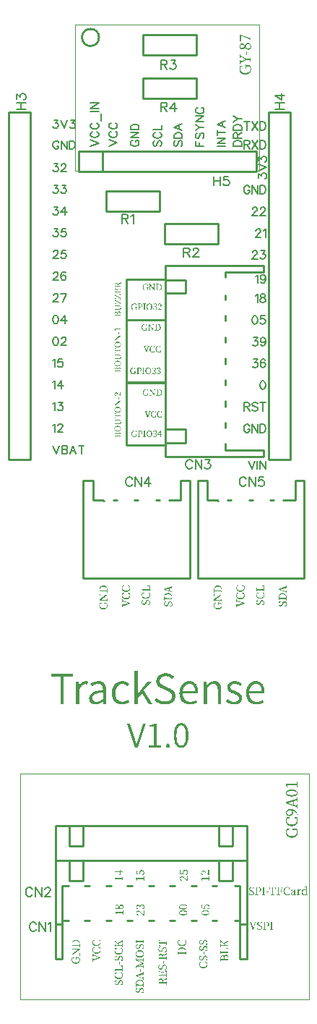
<source format=gto>
G04 Layer: TopSilkscreenLayer*
G04 EasyEDA v6.5.29, 2023-07-17 12:51:40*
G04 808404bb7cf74e47bcb3a87537bd774a,526de7724db94d99884824a7b7aad82a,10*
G04 Gerber Generator version 0.2*
G04 Scale: 100 percent, Rotated: No, Reflected: No *
G04 Dimensions in millimeters *
G04 leading zeros omitted , absolute positions ,4 integer and 5 decimal *
%FSLAX45Y45*%
%MOMM*%

%ADD10C,0.2032*%
%ADD11C,0.1524*%
%ADD12C,0.2540*%
%ADD13C,0.1000*%

%LPD*%
G36*
X4008780Y6861048D02*
G01*
X4007510Y6850125D01*
X3919880Y6820153D01*
X3919880Y6812534D01*
X3934104Y6812534D01*
X3977284Y6827012D01*
X3977284Y6798309D01*
X3934104Y6812534D01*
X3919880Y6812534D01*
X3919880Y6812025D01*
X4007002Y6782562D01*
X4008780Y6771131D01*
X4013606Y6771131D01*
X4013606Y6802120D01*
X4008780Y6802120D01*
X4007002Y6788658D01*
X3982872Y6796531D01*
X3982872Y6828790D01*
X4007256Y6836918D01*
X4008780Y6823202D01*
X4013606Y6823202D01*
X4013606Y6861048D01*
G37*
G36*
X3967124Y6771386D02*
G01*
X3959910Y6771030D01*
X3953256Y6769912D01*
X3947210Y6768134D01*
X3941775Y6765696D01*
X3936898Y6762648D01*
X3932631Y6758990D01*
X3929024Y6754723D01*
X3926027Y6749999D01*
X3923690Y6744716D01*
X3922014Y6738975D01*
X3920998Y6732778D01*
X3920642Y6726174D01*
X3920642Y6711950D01*
X3925976Y6711950D01*
X3925976Y6723888D01*
X3926281Y6728968D01*
X3927195Y6733641D01*
X3928668Y6737959D01*
X3930700Y6741820D01*
X3933342Y6745274D01*
X3936542Y6748322D01*
X3940301Y6750913D01*
X3944620Y6753047D01*
X3949446Y6754723D01*
X3954830Y6755942D01*
X3960723Y6756653D01*
X3967124Y6756908D01*
X3973372Y6756653D01*
X3979164Y6755942D01*
X3984447Y6754723D01*
X3989222Y6752996D01*
X3993540Y6750812D01*
X3997299Y6748170D01*
X4000500Y6745071D01*
X4003192Y6741515D01*
X4005275Y6737502D01*
X4006799Y6733082D01*
X4007713Y6728206D01*
X4008018Y6722872D01*
X4008018Y6711950D01*
X3989019Y6711746D01*
X3920642Y6711950D01*
X3920642Y6685788D01*
X3925468Y6685788D01*
X3926738Y6698742D01*
X3983990Y6698996D01*
X4007510Y6698742D01*
X4008780Y6685788D01*
X4013606Y6685788D01*
X4013606Y6723634D01*
X4013250Y6730390D01*
X4012234Y6736791D01*
X4010558Y6742785D01*
X4008221Y6748322D01*
X4005224Y6753352D01*
X4001617Y6757873D01*
X3997350Y6761835D01*
X3992473Y6765137D01*
X3987037Y6767830D01*
X3980992Y6769760D01*
X3974337Y6770979D01*
G37*
G36*
X3989222Y6674866D02*
G01*
X3984599Y6674561D01*
X3980383Y6673494D01*
X3976573Y6671716D01*
X3973017Y6669125D01*
X3969765Y6665671D01*
X3966718Y6661251D01*
X3963822Y6655866D01*
X3961028Y6649466D01*
X3958996Y6643878D01*
X3955694Y6637121D01*
X3951681Y6632194D01*
X3946753Y6629146D01*
X3940708Y6628130D01*
X3933647Y6629552D01*
X3928567Y6633616D01*
X3925468Y6639712D01*
X3924452Y6647434D01*
X3924604Y6650532D01*
X3925062Y6653428D01*
X3925976Y6656171D01*
X3927246Y6658864D01*
X3944010Y6662420D01*
X3944010Y6669531D01*
X3925722Y6670548D01*
X3922725Y6665722D01*
X3920439Y6660337D01*
X3918915Y6654393D01*
X3918356Y6647688D01*
X3918813Y6641338D01*
X3920083Y6635445D01*
X3922166Y6630162D01*
X3925062Y6625640D01*
X3928770Y6621881D01*
X3933139Y6619087D01*
X3938219Y6617309D01*
X3944010Y6616700D01*
X3948988Y6617157D01*
X3953408Y6618376D01*
X3957370Y6620459D01*
X3960926Y6623202D01*
X3964076Y6626656D01*
X3966870Y6630720D01*
X3969410Y6635394D01*
X3977589Y6653885D01*
X3981500Y6659321D01*
X3986225Y6662470D01*
X3992270Y6663436D01*
X3999687Y6661861D01*
X4005122Y6657289D01*
X4008424Y6650278D01*
X4009542Y6641084D01*
X4009339Y6636969D01*
X4008729Y6633260D01*
X4007713Y6629857D01*
X4006240Y6626606D01*
X3988714Y6623050D01*
X3988714Y6615938D01*
X4008272Y6614922D01*
X4011117Y6620357D01*
X4013454Y6626910D01*
X4015079Y6634225D01*
X4015638Y6642100D01*
X4015181Y6649059D01*
X4013809Y6655358D01*
X4011625Y6660946D01*
X4008628Y6665722D01*
X4004818Y6669582D01*
X4000296Y6672478D01*
X3995115Y6674256D01*
G37*
G36*
X3726078Y6861048D02*
G01*
X3726078Y6853681D01*
X3746398Y6849109D01*
X3746398Y6817106D01*
X3693007Y6816852D01*
X3665372Y6817106D01*
X3664102Y6830314D01*
X3659276Y6830314D01*
X3659276Y6790944D01*
X3664102Y6790944D01*
X3665372Y6803898D01*
X3718560Y6804152D01*
X3746144Y6803898D01*
X3747414Y6790944D01*
X3752240Y6790944D01*
X3752240Y6860031D01*
G37*
G36*
X3727094Y6779006D02*
G01*
X3727094Y6771386D01*
X3744874Y6767830D01*
X3746449Y6763816D01*
X3747465Y6759854D01*
X3748024Y6755841D01*
X3748176Y6751828D01*
X3747871Y6747002D01*
X3746957Y6742430D01*
X3745433Y6738213D01*
X3743350Y6734251D01*
X3740607Y6730695D01*
X3737356Y6727494D01*
X3733495Y6724751D01*
X3729075Y6722414D01*
X3724046Y6720535D01*
X3718509Y6719163D01*
X3712413Y6718350D01*
X3705758Y6718046D01*
X3699103Y6718350D01*
X3693007Y6719265D01*
X3687419Y6720738D01*
X3682390Y6722719D01*
X3677920Y6725158D01*
X3674059Y6728053D01*
X3670706Y6731355D01*
X3668014Y6734962D01*
X3665880Y6738924D01*
X3664305Y6743192D01*
X3663391Y6747662D01*
X3663086Y6752336D01*
X3663289Y6755942D01*
X3663899Y6759448D01*
X3665016Y6763003D01*
X3666642Y6766559D01*
X3684422Y6770116D01*
X3684422Y6777736D01*
X3663848Y6777481D01*
X3660546Y6770624D01*
X3658412Y6763766D01*
X3657295Y6757111D01*
X3656990Y6750812D01*
X3657396Y6744157D01*
X3658615Y6737858D01*
X3660597Y6731965D01*
X3663289Y6726478D01*
X3666693Y6721500D01*
X3670706Y6716979D01*
X3675329Y6713067D01*
X3680460Y6709765D01*
X3686149Y6707124D01*
X3692245Y6705193D01*
X3698798Y6703974D01*
X3705758Y6703568D01*
X3712819Y6703974D01*
X3719423Y6705142D01*
X3725570Y6707022D01*
X3731209Y6709613D01*
X3736340Y6712864D01*
X3740861Y6716725D01*
X3744823Y6721144D01*
X3748125Y6726123D01*
X3750767Y6731660D01*
X3752697Y6737603D01*
X3753865Y6744004D01*
X3754272Y6750812D01*
X3753865Y6758127D01*
X3752697Y6765239D01*
X3750614Y6772148D01*
X3747668Y6778752D01*
G37*
G36*
X3727856Y6691122D02*
G01*
X3723233Y6690817D01*
X3719017Y6689750D01*
X3715207Y6687972D01*
X3711651Y6685381D01*
X3708400Y6681927D01*
X3705351Y6677507D01*
X3702456Y6672122D01*
X3699662Y6665722D01*
X3697630Y6660134D01*
X3694328Y6653479D01*
X3690315Y6648551D01*
X3685387Y6645452D01*
X3679342Y6644386D01*
X3672281Y6645859D01*
X3667201Y6649974D01*
X3664102Y6656171D01*
X3663086Y6663944D01*
X3663238Y6666992D01*
X3663746Y6669836D01*
X3664610Y6672478D01*
X3665880Y6675120D01*
X3682644Y6678675D01*
X3682644Y6686042D01*
X3664356Y6686803D01*
X3661359Y6681978D01*
X3659073Y6676593D01*
X3657549Y6670649D01*
X3656990Y6663944D01*
X3657447Y6657594D01*
X3658717Y6651701D01*
X3660800Y6646418D01*
X3663696Y6641896D01*
X3667404Y6638137D01*
X3671773Y6635343D01*
X3676853Y6633565D01*
X3682644Y6632956D01*
X3687622Y6633413D01*
X3692042Y6634683D01*
X3696004Y6636766D01*
X3699510Y6639610D01*
X3702710Y6643116D01*
X3705504Y6647230D01*
X3708044Y6651904D01*
X3716223Y6670141D01*
X3720134Y6675577D01*
X3724859Y6678726D01*
X3730904Y6679692D01*
X3738321Y6678117D01*
X3743756Y6673697D01*
X3747058Y6666738D01*
X3748176Y6657594D01*
X3747973Y6653377D01*
X3747363Y6649669D01*
X3746347Y6646214D01*
X3744874Y6642862D01*
X3727348Y6639306D01*
X3727348Y6632194D01*
X3746906Y6631431D01*
X3749751Y6636867D01*
X3752087Y6643370D01*
X3753713Y6650634D01*
X3754272Y6658356D01*
X3753815Y6665315D01*
X3752443Y6671614D01*
X3750259Y6677202D01*
X3747262Y6681978D01*
X3743451Y6685838D01*
X3738930Y6688734D01*
X3733749Y6690512D01*
G37*
G36*
X3493922Y6861048D02*
G01*
X3493922Y6853681D01*
X3511448Y6850125D01*
X3513074Y6846112D01*
X3514191Y6842150D01*
X3514801Y6838137D01*
X3515004Y6834124D01*
X3514699Y6829298D01*
X3513785Y6824725D01*
X3512261Y6820509D01*
X3510127Y6816547D01*
X3507435Y6812991D01*
X3504133Y6809790D01*
X3500272Y6807047D01*
X3495801Y6804710D01*
X3490772Y6802831D01*
X3485184Y6801459D01*
X3479037Y6800646D01*
X3472332Y6800342D01*
X3465677Y6800646D01*
X3459581Y6801561D01*
X3454044Y6803034D01*
X3449015Y6805015D01*
X3444595Y6807453D01*
X3440734Y6810349D01*
X3437483Y6813651D01*
X3434740Y6817258D01*
X3432657Y6821220D01*
X3431133Y6825488D01*
X3430219Y6829958D01*
X3429914Y6834631D01*
X3430117Y6838238D01*
X3430727Y6841744D01*
X3431743Y6845300D01*
X3433216Y6848856D01*
X3450996Y6852412D01*
X3450996Y6860031D01*
X3430676Y6859778D01*
X3427374Y6852869D01*
X3425240Y6845960D01*
X3424123Y6839305D01*
X3423818Y6833108D01*
X3424224Y6826453D01*
X3425444Y6820153D01*
X3427374Y6814261D01*
X3430066Y6808774D01*
X3433419Y6803796D01*
X3437432Y6799275D01*
X3442004Y6795363D01*
X3447135Y6792061D01*
X3452774Y6789420D01*
X3458870Y6787489D01*
X3465423Y6786270D01*
X3472332Y6785864D01*
X3479393Y6786270D01*
X3485997Y6787438D01*
X3492144Y6789318D01*
X3497834Y6791909D01*
X3503015Y6795160D01*
X3507587Y6799021D01*
X3511550Y6803440D01*
X3514902Y6808470D01*
X3517544Y6813956D01*
X3519474Y6819900D01*
X3520694Y6826300D01*
X3521100Y6833108D01*
X3520694Y6840423D01*
X3519474Y6847535D01*
X3517341Y6854444D01*
X3514242Y6861048D01*
G37*
G36*
X3493922Y6773164D02*
G01*
X3493922Y6765798D01*
X3511448Y6762242D01*
X3513074Y6758228D01*
X3514191Y6754266D01*
X3514801Y6750253D01*
X3515004Y6746240D01*
X3514699Y6741414D01*
X3513785Y6736842D01*
X3512261Y6732625D01*
X3510127Y6728663D01*
X3507435Y6725107D01*
X3504133Y6721906D01*
X3500272Y6719163D01*
X3495801Y6716826D01*
X3490772Y6714947D01*
X3485184Y6713575D01*
X3479037Y6712762D01*
X3472332Y6712458D01*
X3465677Y6712762D01*
X3459581Y6713677D01*
X3454044Y6715150D01*
X3449015Y6717131D01*
X3444595Y6719570D01*
X3440734Y6722465D01*
X3437483Y6725767D01*
X3434740Y6729374D01*
X3432657Y6733336D01*
X3431133Y6737603D01*
X3430219Y6742074D01*
X3429914Y6746748D01*
X3430117Y6750354D01*
X3430727Y6753859D01*
X3431743Y6757416D01*
X3433216Y6760972D01*
X3450996Y6764528D01*
X3450996Y6772148D01*
X3430676Y6771894D01*
X3427374Y6764985D01*
X3425240Y6758076D01*
X3424123Y6751421D01*
X3423818Y6745224D01*
X3424224Y6738569D01*
X3425444Y6732270D01*
X3427374Y6726377D01*
X3430066Y6720890D01*
X3433419Y6715912D01*
X3437432Y6711391D01*
X3442004Y6707479D01*
X3447135Y6704177D01*
X3452774Y6701536D01*
X3458870Y6699605D01*
X3465423Y6698386D01*
X3472332Y6697980D01*
X3479393Y6698386D01*
X3485997Y6699554D01*
X3492144Y6701434D01*
X3497834Y6704025D01*
X3503015Y6707276D01*
X3507587Y6711137D01*
X3511550Y6715556D01*
X3514902Y6720586D01*
X3517544Y6726072D01*
X3519474Y6732016D01*
X3520694Y6738416D01*
X3521100Y6745224D01*
X3520694Y6752539D01*
X3519474Y6759651D01*
X3517341Y6766559D01*
X3514242Y6773164D01*
G37*
G36*
X3425850Y6696202D02*
G01*
X3425850Y6664452D01*
X3431184Y6664452D01*
X3432454Y6677152D01*
X3502304Y6654546D01*
X3432454Y6630416D01*
X3431184Y6643878D01*
X3425850Y6643878D01*
X3425850Y6606031D01*
X3430676Y6606031D01*
X3431946Y6616700D01*
X3519830Y6649212D01*
X3519830Y6655053D01*
X3432200Y6684264D01*
X3430676Y6696202D01*
G37*
G36*
X2230170Y8674100D02*
G01*
X2224735Y8673744D01*
X2219655Y8672779D01*
X2214829Y8671204D01*
X2210460Y8669070D01*
X2206447Y8666327D01*
X2202891Y8663127D01*
X2199792Y8659469D01*
X2197201Y8655354D01*
X2195118Y8650833D01*
X2193594Y8645956D01*
X2192680Y8640775D01*
X2192375Y8635238D01*
X2192680Y8629650D01*
X2193594Y8624417D01*
X2195068Y8619540D01*
X2197150Y8615019D01*
X2199690Y8610904D01*
X2202738Y8607247D01*
X2206294Y8604046D01*
X2210257Y8601354D01*
X2214626Y8599220D01*
X2219401Y8597646D01*
X2224532Y8596680D01*
X2229916Y8596376D01*
X2236520Y8596782D01*
X2242566Y8598001D01*
X2248357Y8600033D01*
X2254097Y8602726D01*
X2254554Y8628888D01*
X2261209Y8629396D01*
X2261209Y8633460D01*
X2232202Y8633460D01*
X2232202Y8629396D01*
X2243886Y8628634D01*
X2244191Y8603488D01*
X2241143Y8602472D01*
X2238146Y8601760D01*
X2235047Y8601354D01*
X2231745Y8601202D01*
X2225649Y8601811D01*
X2220163Y8603538D01*
X2215388Y8606332D01*
X2211374Y8610244D01*
X2208123Y8615070D01*
X2205736Y8620912D01*
X2204262Y8627668D01*
X2203754Y8635238D01*
X2204313Y8642908D01*
X2205837Y8649665D01*
X2208326Y8655507D01*
X2211628Y8660333D01*
X2215692Y8664194D01*
X2220366Y8666988D01*
X2225700Y8668715D01*
X2231491Y8669274D01*
X2234793Y8669070D01*
X2237994Y8668461D01*
X2240991Y8667445D01*
X2243886Y8665972D01*
X2246731Y8652256D01*
X2252827Y8652256D01*
X2252573Y8668512D01*
X2247798Y8671001D01*
X2242616Y8672728D01*
X2236774Y8673744D01*
G37*
G36*
X2404668Y8674100D02*
G01*
X2400350Y8673795D01*
X2396083Y8672931D01*
X2391968Y8671458D01*
X2388057Y8669426D01*
X2384450Y8666886D01*
X2381097Y8663838D01*
X2378151Y8660231D01*
X2375611Y8656167D01*
X2373528Y8651595D01*
X2371953Y8646566D01*
X2370988Y8641130D01*
X2370632Y8635238D01*
X2382113Y8635238D01*
X2382418Y8641740D01*
X2383434Y8647938D01*
X2385161Y8653729D01*
X2387600Y8658809D01*
X2390749Y8663127D01*
X2394610Y8666429D01*
X2399284Y8668512D01*
X2404668Y8669274D01*
X2410104Y8668512D01*
X2414676Y8666429D01*
X2418486Y8663127D01*
X2421534Y8658809D01*
X2423871Y8653729D01*
X2425496Y8647938D01*
X2426462Y8641740D01*
X2426766Y8635238D01*
X2426462Y8628735D01*
X2425496Y8622487D01*
X2423871Y8616696D01*
X2421534Y8611514D01*
X2418486Y8607196D01*
X2414676Y8603843D01*
X2410104Y8601710D01*
X2404668Y8600948D01*
X2399284Y8601710D01*
X2394610Y8603843D01*
X2390749Y8607196D01*
X2387600Y8611514D01*
X2385161Y8616696D01*
X2383434Y8622487D01*
X2382418Y8628735D01*
X2382113Y8635238D01*
X2370632Y8635238D01*
X2370988Y8629142D01*
X2371953Y8623554D01*
X2373528Y8618474D01*
X2375611Y8613851D01*
X2378151Y8609838D01*
X2381097Y8606282D01*
X2384450Y8603284D01*
X2388057Y8600795D01*
X2391968Y8598865D01*
X2396083Y8597493D01*
X2400350Y8596680D01*
X2404668Y8596376D01*
X2409037Y8596680D01*
X2413304Y8597544D01*
X2417368Y8598966D01*
X2421229Y8600998D01*
X2424836Y8603488D01*
X2428138Y8606586D01*
X2431084Y8610142D01*
X2433624Y8614206D01*
X2435656Y8618778D01*
X2437180Y8623808D01*
X2438146Y8629294D01*
X2438450Y8635238D01*
X2438146Y8641283D01*
X2437180Y8646871D01*
X2435606Y8651900D01*
X2433574Y8656472D01*
X2431034Y8660536D01*
X2428036Y8664092D01*
X2424734Y8667140D01*
X2421128Y8669629D01*
X2417267Y8671560D01*
X2413203Y8672982D01*
X2408986Y8673795D01*
G37*
G36*
X2471470Y8673846D02*
G01*
X2464257Y8672982D01*
X2458059Y8670340D01*
X2453335Y8665921D01*
X2450693Y8659622D01*
X2451557Y8657844D01*
X2452725Y8656675D01*
X2454148Y8656015D01*
X2455773Y8655812D01*
X2458059Y8656218D01*
X2459786Y8657386D01*
X2461056Y8659469D01*
X2462123Y8662416D01*
X2463850Y8669020D01*
X2466848Y8669477D01*
X2469438Y8669528D01*
X2475230Y8668613D01*
X2479548Y8665870D01*
X2482240Y8661400D01*
X2483154Y8655304D01*
X2482037Y8648547D01*
X2478786Y8643620D01*
X2473655Y8640572D01*
X2466898Y8639556D01*
X2462631Y8639556D01*
X2462631Y8634730D01*
X2467914Y8634730D01*
X2475484Y8633510D01*
X2480868Y8630107D01*
X2484120Y8624773D01*
X2485186Y8617712D01*
X2484069Y8610854D01*
X2480818Y8605469D01*
X2475585Y8601964D01*
X2468473Y8600694D01*
X2465222Y8600897D01*
X2461818Y8601456D01*
X2459075Y8611362D01*
X2457856Y8613648D01*
X2456230Y8614968D01*
X2453995Y8615426D01*
X2452370Y8615222D01*
X2450947Y8614613D01*
X2449677Y8613495D01*
X2448661Y8611870D01*
X2451252Y8604961D01*
X2455875Y8600135D01*
X2462225Y8597290D01*
X2469997Y8596376D01*
X2475280Y8596782D01*
X2480056Y8598001D01*
X2484323Y8599932D01*
X2487930Y8602472D01*
X2490876Y8605621D01*
X2493060Y8609228D01*
X2494381Y8613292D01*
X2494838Y8617712D01*
X2493772Y8624620D01*
X2490520Y8630361D01*
X2484882Y8634628D01*
X2476804Y8637270D01*
X2483561Y8640216D01*
X2488488Y8644432D01*
X2491536Y8649716D01*
X2492552Y8655812D01*
X2491130Y8663127D01*
X2486914Y8668816D01*
X2480259Y8672525D01*
G37*
G36*
X2535529Y8673592D02*
G01*
X2503397Y8627618D01*
X2508097Y8627618D01*
X2532684Y8662924D01*
X2532684Y8627618D01*
X2503397Y8627618D01*
X2502509Y8626348D01*
X2502509Y8621014D01*
X2532684Y8621014D01*
X2532684Y8597900D01*
X2541625Y8597900D01*
X2541625Y8621014D01*
X2553563Y8621014D01*
X2553563Y8627618D01*
X2541625Y8627618D01*
X2541625Y8673592D01*
G37*
G36*
X2267000Y8672322D02*
G01*
X2267000Y8668512D01*
X2277414Y8667496D01*
X2277414Y8632190D01*
X2287625Y8632190D01*
X2287879Y8668004D01*
X2294991Y8668004D01*
X2303678Y8666835D01*
X2309672Y8663381D01*
X2313127Y8657844D01*
X2314295Y8650224D01*
X2313178Y8642908D01*
X2309723Y8637219D01*
X2303678Y8633510D01*
X2294686Y8632190D01*
X2277414Y8632190D01*
X2277414Y8602980D01*
X2267000Y8601710D01*
X2267000Y8597900D01*
X2298547Y8597900D01*
X2298547Y8601710D01*
X2287879Y8602980D01*
X2287625Y8627618D01*
X2293670Y8627618D01*
X2301443Y8628075D01*
X2307945Y8629446D01*
X2313330Y8631580D01*
X2317546Y8634323D01*
X2320798Y8637727D01*
X2322982Y8641537D01*
X2324252Y8645753D01*
X2324709Y8650224D01*
X2324252Y8654948D01*
X2322982Y8659266D01*
X2320798Y8663025D01*
X2317750Y8666226D01*
X2313838Y8668816D01*
X2309063Y8670747D01*
X2303322Y8671915D01*
X2296718Y8672322D01*
G37*
G36*
X2331516Y8672322D02*
G01*
X2331516Y8668512D01*
X2341981Y8667496D01*
X2341981Y8602980D01*
X2331516Y8601710D01*
X2331516Y8597900D01*
X2362809Y8597900D01*
X2362809Y8601710D01*
X2352395Y8602980D01*
X2352141Y8617610D01*
X2352395Y8667496D01*
X2362809Y8668512D01*
X2362809Y8672322D01*
G37*
G36*
X2460853Y8902700D02*
G01*
X2455519Y8902344D01*
X2450439Y8901379D01*
X2445715Y8899804D01*
X2441295Y8897670D01*
X2437333Y8894927D01*
X2433726Y8891727D01*
X2430576Y8888069D01*
X2427935Y8883954D01*
X2425852Y8879433D01*
X2424277Y8874556D01*
X2423312Y8869375D01*
X2423007Y8863838D01*
X2423312Y8858199D01*
X2424226Y8852916D01*
X2425700Y8848039D01*
X2427782Y8843467D01*
X2430373Y8839403D01*
X2433421Y8835745D01*
X2436977Y8832596D01*
X2440990Y8829903D01*
X2445410Y8827820D01*
X2450185Y8826246D01*
X2455367Y8825280D01*
X2460853Y8824976D01*
X2466644Y8825280D01*
X2472283Y8826195D01*
X2477719Y8827871D01*
X2482951Y8830310D01*
X2483205Y8846566D01*
X2477109Y8846566D01*
X2474315Y8832596D01*
X2471064Y8831326D01*
X2467864Y8830462D01*
X2464714Y8829954D01*
X2461615Y8829802D01*
X2455824Y8830360D01*
X2450592Y8831986D01*
X2445969Y8834678D01*
X2442006Y8838438D01*
X2438806Y8843264D01*
X2436418Y8849106D01*
X2434945Y8855964D01*
X2434437Y8863838D01*
X2434996Y8871661D01*
X2436571Y8878468D01*
X2439060Y8884310D01*
X2442413Y8889136D01*
X2446477Y8892946D01*
X2451150Y8895638D01*
X2456281Y8897315D01*
X2461869Y8897874D01*
X2464714Y8897721D01*
X2467559Y8897264D01*
X2470404Y8896350D01*
X2473299Y8895080D01*
X2476093Y8880856D01*
X2482189Y8880856D01*
X2481935Y8897112D01*
X2476398Y8899804D01*
X2471013Y8901531D01*
X2465781Y8902446D01*
G37*
G36*
X2530957Y8902700D02*
G01*
X2525674Y8902344D01*
X2520645Y8901379D01*
X2515971Y8899804D01*
X2511602Y8897670D01*
X2507640Y8894927D01*
X2504033Y8891727D01*
X2500934Y8888069D01*
X2498293Y8883954D01*
X2496210Y8879433D01*
X2494635Y8874556D01*
X2493670Y8869375D01*
X2493365Y8863838D01*
X2493670Y8858199D01*
X2494584Y8852916D01*
X2496058Y8848039D01*
X2498140Y8843467D01*
X2500680Y8839403D01*
X2503779Y8835745D01*
X2507284Y8832596D01*
X2511247Y8829903D01*
X2515616Y8827820D01*
X2520391Y8826246D01*
X2525522Y8825280D01*
X2530957Y8824976D01*
X2536901Y8825280D01*
X2542590Y8826195D01*
X2548026Y8827871D01*
X2553309Y8830310D01*
X2553563Y8846566D01*
X2547467Y8846566D01*
X2544673Y8832596D01*
X2541422Y8831326D01*
X2538222Y8830462D01*
X2535072Y8829954D01*
X2531973Y8829802D01*
X2526182Y8830360D01*
X2520950Y8831986D01*
X2516327Y8834678D01*
X2512364Y8838438D01*
X2509164Y8843264D01*
X2506776Y8849106D01*
X2505303Y8855964D01*
X2504795Y8863838D01*
X2505354Y8871661D01*
X2506929Y8878468D01*
X2509418Y8884310D01*
X2512771Y8889136D01*
X2516835Y8892946D01*
X2521508Y8895638D01*
X2526639Y8897315D01*
X2532227Y8897874D01*
X2535072Y8897721D01*
X2537917Y8897264D01*
X2540762Y8896350D01*
X2543657Y8895080D01*
X2546451Y8880856D01*
X2552547Y8880856D01*
X2552293Y8897112D01*
X2546756Y8899804D01*
X2541320Y8901531D01*
X2536037Y8902446D01*
G37*
G36*
X2349601Y8900922D02*
G01*
X2349601Y8897112D01*
X2357983Y8896096D01*
X2383891Y8825738D01*
X2388717Y8825738D01*
X2412085Y8895842D01*
X2421737Y8897112D01*
X2421737Y8900922D01*
X2396083Y8900922D01*
X2396083Y8896604D01*
X2406497Y8895588D01*
X2388209Y8839708D01*
X2368905Y8895842D01*
X2379573Y8896604D01*
X2379573Y8900922D01*
G37*
G36*
X3207918Y6861048D02*
G01*
X3200704Y6860692D01*
X3194050Y6859574D01*
X3187954Y6857746D01*
X3182467Y6855307D01*
X3177590Y6852208D01*
X3173323Y6848551D01*
X3169666Y6844284D01*
X3166618Y6839508D01*
X3164281Y6834276D01*
X3162554Y6828536D01*
X3161538Y6822389D01*
X3161182Y6815836D01*
X3161182Y6801358D01*
X3166770Y6801358D01*
X3166770Y6813550D01*
X3167075Y6818630D01*
X3167938Y6823303D01*
X3169412Y6827621D01*
X3171444Y6831482D01*
X3174085Y6834936D01*
X3177235Y6837984D01*
X3180994Y6840575D01*
X3185261Y6842709D01*
X3190138Y6844385D01*
X3195523Y6845604D01*
X3201466Y6846316D01*
X3207918Y6846570D01*
X3214116Y6846316D01*
X3219856Y6845604D01*
X3225139Y6844334D01*
X3229914Y6842658D01*
X3234232Y6840474D01*
X3237992Y6837832D01*
X3241243Y6834682D01*
X3243935Y6831126D01*
X3246018Y6827062D01*
X3247542Y6822592D01*
X3248507Y6817664D01*
X3248812Y6812280D01*
X3248812Y6801358D01*
X3229610Y6801154D01*
X3161182Y6801358D01*
X3161182Y6775196D01*
X3166008Y6775196D01*
X3167532Y6788150D01*
X3224580Y6788403D01*
X3248050Y6788150D01*
X3249574Y6775196D01*
X3254400Y6775196D01*
X3254400Y6813296D01*
X3254044Y6820052D01*
X3253028Y6826453D01*
X3251301Y6832447D01*
X3248964Y6837984D01*
X3245967Y6843014D01*
X3242310Y6847535D01*
X3238042Y6851497D01*
X3233166Y6854799D01*
X3227730Y6857492D01*
X3221685Y6859422D01*
X3215081Y6860641D01*
G37*
G36*
X3161182Y6764781D02*
G01*
X3161182Y6731762D01*
X3166008Y6731762D01*
X3167786Y6746748D01*
X3232302Y6747002D01*
X3161182Y6695440D01*
X3161182Y6674103D01*
X3166008Y6674103D01*
X3167278Y6684009D01*
X3169056Y6685280D01*
X3247796Y6685025D01*
X3249574Y6673342D01*
X3254400Y6673342D01*
X3254400Y6706362D01*
X3249574Y6706362D01*
X3247542Y6691375D01*
X3177184Y6691122D01*
X3255162Y6748018D01*
X3255162Y6752844D01*
X3167786Y6753098D01*
X3166008Y6764781D01*
G37*
G36*
X3209950Y6665975D02*
G01*
X3209950Y6629653D01*
X3214776Y6629653D01*
X3216046Y6644386D01*
X3247542Y6644640D01*
X3248710Y6640880D01*
X3249625Y6637070D01*
X3250133Y6633209D01*
X3250336Y6629146D01*
X3249980Y6623964D01*
X3249015Y6619138D01*
X3247440Y6614718D01*
X3245205Y6610654D01*
X3242411Y6606997D01*
X3239008Y6603746D01*
X3235045Y6600952D01*
X3230575Y6598615D01*
X3225596Y6596786D01*
X3220110Y6595465D01*
X3214116Y6594602D01*
X3207664Y6594348D01*
X3201162Y6594652D01*
X3195167Y6595516D01*
X3189681Y6596938D01*
X3184702Y6598818D01*
X3180232Y6601206D01*
X3176371Y6604050D01*
X3173018Y6607302D01*
X3170275Y6610959D01*
X3168091Y6614922D01*
X3166516Y6619240D01*
X3165551Y6623812D01*
X3165246Y6628638D01*
X3165500Y6632905D01*
X3166211Y6636867D01*
X3167481Y6640728D01*
X3169310Y6644386D01*
X3186582Y6647942D01*
X3186582Y6655308D01*
X3166008Y6655053D01*
X3162909Y6649161D01*
X3160776Y6642709D01*
X3159556Y6635546D01*
X3159150Y6627368D01*
X3159556Y6620560D01*
X3160776Y6614159D01*
X3162757Y6608165D01*
X3165449Y6602628D01*
X3168853Y6597599D01*
X3172815Y6593128D01*
X3177438Y6589268D01*
X3182569Y6585966D01*
X3188208Y6583375D01*
X3194304Y6581444D01*
X3200806Y6580276D01*
X3207664Y6579870D01*
X3214624Y6580276D01*
X3221177Y6581394D01*
X3227273Y6583273D01*
X3232962Y6585864D01*
X3238093Y6589064D01*
X3242716Y6592874D01*
X3246729Y6597294D01*
X3250133Y6602272D01*
X3252825Y6607708D01*
X3254806Y6613702D01*
X3256026Y6620052D01*
X3256432Y6626859D01*
X3255873Y6635038D01*
X3254298Y6642658D01*
X3251708Y6649923D01*
X3248304Y6657086D01*
X3215538Y6657594D01*
X3214776Y6665975D01*
G37*
G36*
X2366619Y9156700D02*
G01*
X2361133Y9156344D01*
X2356053Y9155379D01*
X2351278Y9153804D01*
X2346858Y9151670D01*
X2342845Y9148927D01*
X2339289Y9145727D01*
X2336190Y9142069D01*
X2333599Y9137954D01*
X2331516Y9133433D01*
X2329992Y9128556D01*
X2329078Y9123375D01*
X2328773Y9117838D01*
X2329078Y9112250D01*
X2329992Y9107017D01*
X2331466Y9102140D01*
X2333548Y9097619D01*
X2336088Y9093504D01*
X2339187Y9089847D01*
X2342692Y9086646D01*
X2346655Y9083954D01*
X2351024Y9081820D01*
X2355799Y9080246D01*
X2360930Y9079280D01*
X2366365Y9078976D01*
X2372918Y9079382D01*
X2378964Y9080601D01*
X2384755Y9082633D01*
X2390495Y9085326D01*
X2390648Y9101124D01*
X2391003Y9111488D01*
X2397607Y9111996D01*
X2397607Y9116060D01*
X2368651Y9116060D01*
X2368651Y9111996D01*
X2380335Y9111234D01*
X2380589Y9086088D01*
X2377541Y9085072D01*
X2374544Y9084360D01*
X2371445Y9083954D01*
X2368143Y9083802D01*
X2362047Y9084411D01*
X2356561Y9086138D01*
X2351786Y9088932D01*
X2347772Y9092844D01*
X2344521Y9097670D01*
X2342134Y9103512D01*
X2340660Y9110268D01*
X2340203Y9117838D01*
X2340711Y9125508D01*
X2342235Y9132265D01*
X2344724Y9138107D01*
X2348026Y9142933D01*
X2352090Y9146794D01*
X2356815Y9149588D01*
X2362098Y9151315D01*
X2367889Y9151874D01*
X2371191Y9151670D01*
X2374392Y9151061D01*
X2377389Y9150045D01*
X2380335Y9148572D01*
X2383129Y9134856D01*
X2389225Y9134856D01*
X2388971Y9151112D01*
X2384196Y9153601D01*
X2379014Y9155328D01*
X2373172Y9156344D01*
G37*
G36*
X2404211Y9154922D02*
G01*
X2404211Y9151112D01*
X2412085Y9150096D01*
X2413101Y9148572D01*
X2412847Y9085580D01*
X2403703Y9084310D01*
X2403703Y9080500D01*
X2429865Y9080500D01*
X2429865Y9084310D01*
X2417927Y9085834D01*
X2417927Y9142222D01*
X2463139Y9079738D01*
X2467203Y9079738D01*
X2467203Y9149842D01*
X2476601Y9151112D01*
X2476601Y9154922D01*
X2450439Y9154922D01*
X2450439Y9151112D01*
X2462123Y9149588D01*
X2462377Y9098026D01*
X2421229Y9154922D01*
G37*
G36*
X2484983Y9154922D02*
G01*
X2484983Y9151112D01*
X2495397Y9150096D01*
X2495651Y9120378D01*
X2495598Y9100261D01*
X2505811Y9100261D01*
X2506065Y9150604D01*
X2515717Y9150604D01*
X2521661Y9150096D01*
X2526893Y9148470D01*
X2531414Y9145828D01*
X2535174Y9142171D01*
X2538171Y9137497D01*
X2540355Y9131858D01*
X2541676Y9125204D01*
X2542133Y9117584D01*
X2541676Y9110268D01*
X2540304Y9103817D01*
X2538120Y9098280D01*
X2535072Y9093606D01*
X2531160Y9089948D01*
X2526487Y9087256D01*
X2520950Y9085630D01*
X2514701Y9085072D01*
X2506065Y9085072D01*
X2505811Y9100261D01*
X2495598Y9100261D01*
X2495397Y9085580D01*
X2484983Y9084310D01*
X2484983Y9080500D01*
X2515463Y9080500D01*
X2520848Y9080754D01*
X2525928Y9081566D01*
X2530703Y9082938D01*
X2535123Y9084818D01*
X2539187Y9087205D01*
X2542794Y9090101D01*
X2545943Y9093454D01*
X2548585Y9097365D01*
X2550718Y9101734D01*
X2552242Y9106560D01*
X2553208Y9111843D01*
X2553563Y9117584D01*
X2553258Y9123375D01*
X2552344Y9128709D01*
X2550922Y9133586D01*
X2548991Y9138005D01*
X2546553Y9141917D01*
X2543606Y9145320D01*
X2540203Y9148216D01*
X2536444Y9150604D01*
X2532227Y9152483D01*
X2527655Y9153855D01*
X2522728Y9154668D01*
X2517495Y9154922D01*
G37*
G36*
X2217470Y9410700D02*
G01*
X2212035Y9410344D01*
X2206955Y9409379D01*
X2202129Y9407804D01*
X2197760Y9405670D01*
X2193747Y9402927D01*
X2190191Y9399727D01*
X2187092Y9396069D01*
X2184501Y9391954D01*
X2182418Y9387433D01*
X2180894Y9382556D01*
X2179980Y9377375D01*
X2179675Y9371838D01*
X2179980Y9366250D01*
X2180894Y9361017D01*
X2182368Y9356140D01*
X2184450Y9351619D01*
X2186990Y9347504D01*
X2190038Y9343847D01*
X2193594Y9340646D01*
X2197557Y9337954D01*
X2201926Y9335820D01*
X2206701Y9334246D01*
X2211832Y9333280D01*
X2217216Y9332976D01*
X2223820Y9333382D01*
X2229866Y9334601D01*
X2235657Y9336633D01*
X2241397Y9339326D01*
X2241854Y9365488D01*
X2248509Y9365996D01*
X2248509Y9370060D01*
X2219502Y9370060D01*
X2219502Y9365996D01*
X2231186Y9365234D01*
X2231491Y9340088D01*
X2228443Y9339072D01*
X2225446Y9338360D01*
X2222347Y9337954D01*
X2219045Y9337802D01*
X2212949Y9338411D01*
X2207463Y9340138D01*
X2202688Y9342932D01*
X2198674Y9346844D01*
X2195423Y9351670D01*
X2193036Y9357512D01*
X2191562Y9364268D01*
X2191054Y9371838D01*
X2191613Y9379508D01*
X2193137Y9386265D01*
X2195626Y9392107D01*
X2198928Y9396933D01*
X2202992Y9400794D01*
X2207666Y9403588D01*
X2213000Y9405315D01*
X2218791Y9405874D01*
X2222093Y9405670D01*
X2225294Y9405061D01*
X2228291Y9404045D01*
X2231186Y9402572D01*
X2234031Y9388856D01*
X2240127Y9388856D01*
X2239873Y9405112D01*
X2235098Y9407601D01*
X2229916Y9409328D01*
X2224074Y9410344D01*
G37*
G36*
X2391968Y9410700D02*
G01*
X2387650Y9410395D01*
X2383383Y9409531D01*
X2379268Y9408058D01*
X2375357Y9406026D01*
X2371750Y9403486D01*
X2368397Y9400438D01*
X2365451Y9396831D01*
X2362911Y9392767D01*
X2360828Y9388195D01*
X2359253Y9383166D01*
X2358288Y9377730D01*
X2357932Y9371838D01*
X2369413Y9371838D01*
X2369718Y9378340D01*
X2370734Y9384538D01*
X2372461Y9390329D01*
X2374900Y9395409D01*
X2378049Y9399727D01*
X2381910Y9403029D01*
X2386584Y9405112D01*
X2391968Y9405874D01*
X2397404Y9405112D01*
X2401976Y9403029D01*
X2405786Y9399727D01*
X2408834Y9395409D01*
X2411171Y9390329D01*
X2412796Y9384538D01*
X2413762Y9378340D01*
X2414066Y9371838D01*
X2413762Y9365335D01*
X2412796Y9359087D01*
X2411171Y9353296D01*
X2408834Y9348114D01*
X2405786Y9343796D01*
X2401976Y9340443D01*
X2397404Y9338310D01*
X2391968Y9337548D01*
X2386584Y9338310D01*
X2381910Y9340443D01*
X2378049Y9343796D01*
X2374900Y9348114D01*
X2372461Y9353296D01*
X2370734Y9359087D01*
X2369718Y9365335D01*
X2369413Y9371838D01*
X2357932Y9371838D01*
X2358288Y9365742D01*
X2359253Y9360154D01*
X2360828Y9355074D01*
X2362911Y9350451D01*
X2365451Y9346438D01*
X2368397Y9342882D01*
X2371750Y9339884D01*
X2375357Y9337395D01*
X2379268Y9335465D01*
X2383383Y9334093D01*
X2387650Y9333280D01*
X2391968Y9332976D01*
X2396337Y9333280D01*
X2400604Y9334144D01*
X2404668Y9335566D01*
X2408529Y9337598D01*
X2412136Y9340088D01*
X2415438Y9343186D01*
X2418384Y9346742D01*
X2420924Y9350806D01*
X2422956Y9355378D01*
X2424480Y9360408D01*
X2425446Y9365894D01*
X2425750Y9371838D01*
X2425446Y9377883D01*
X2424480Y9383471D01*
X2422906Y9388500D01*
X2420874Y9393072D01*
X2418334Y9397136D01*
X2415336Y9400692D01*
X2412034Y9403740D01*
X2408428Y9406229D01*
X2404567Y9408160D01*
X2400503Y9409582D01*
X2396286Y9410395D01*
G37*
G36*
X2458770Y9410446D02*
G01*
X2451557Y9409582D01*
X2445359Y9406940D01*
X2440635Y9402521D01*
X2437993Y9396222D01*
X2438857Y9394444D01*
X2440025Y9393275D01*
X2441448Y9392615D01*
X2443073Y9392412D01*
X2445359Y9392818D01*
X2447086Y9393986D01*
X2448356Y9396069D01*
X2449423Y9399016D01*
X2451150Y9405620D01*
X2454148Y9406077D01*
X2456738Y9406128D01*
X2462530Y9405213D01*
X2466848Y9402470D01*
X2469540Y9398000D01*
X2470454Y9391904D01*
X2469337Y9385147D01*
X2466086Y9380220D01*
X2460955Y9377172D01*
X2454198Y9376156D01*
X2449931Y9376156D01*
X2449931Y9371330D01*
X2455214Y9371330D01*
X2462784Y9370110D01*
X2468168Y9366707D01*
X2471420Y9361373D01*
X2472486Y9354312D01*
X2471369Y9347454D01*
X2468118Y9342069D01*
X2462885Y9338564D01*
X2455773Y9337294D01*
X2452522Y9337497D01*
X2449118Y9338056D01*
X2446375Y9347962D01*
X2445156Y9350248D01*
X2443530Y9351568D01*
X2441295Y9352026D01*
X2439670Y9351822D01*
X2438247Y9351213D01*
X2436977Y9350095D01*
X2435961Y9348470D01*
X2438552Y9341561D01*
X2443175Y9336735D01*
X2449525Y9333890D01*
X2457297Y9332976D01*
X2462580Y9333382D01*
X2467356Y9334601D01*
X2471623Y9336532D01*
X2475230Y9339072D01*
X2478176Y9342221D01*
X2480360Y9345828D01*
X2481681Y9349892D01*
X2482138Y9354312D01*
X2481072Y9361220D01*
X2477820Y9366961D01*
X2472182Y9371228D01*
X2464104Y9373870D01*
X2470861Y9376816D01*
X2475788Y9381032D01*
X2478836Y9386316D01*
X2479852Y9392412D01*
X2478430Y9399727D01*
X2474214Y9405416D01*
X2467559Y9409125D01*
G37*
G36*
X2514650Y9410446D02*
G01*
X2507335Y9409582D01*
X2501138Y9406940D01*
X2496515Y9402521D01*
X2493873Y9396222D01*
X2494737Y9394444D01*
X2495905Y9393275D01*
X2497328Y9392615D01*
X2498902Y9392412D01*
X2501239Y9392818D01*
X2502966Y9393986D01*
X2504236Y9396069D01*
X2505252Y9399016D01*
X2507081Y9405620D01*
X2509926Y9406077D01*
X2512364Y9406128D01*
X2518308Y9405213D01*
X2522728Y9402470D01*
X2525420Y9398000D01*
X2526334Y9391904D01*
X2525217Y9385147D01*
X2521966Y9380220D01*
X2516835Y9377172D01*
X2510129Y9376156D01*
X2505557Y9376156D01*
X2505557Y9371330D01*
X2510891Y9371330D01*
X2518410Y9370110D01*
X2523794Y9366707D01*
X2527046Y9361373D01*
X2528163Y9354312D01*
X2526995Y9347454D01*
X2523744Y9342069D01*
X2518511Y9338564D01*
X2511348Y9337294D01*
X2508300Y9337497D01*
X2504998Y9338056D01*
X2502204Y9347962D01*
X2500934Y9350248D01*
X2499309Y9351568D01*
X2497175Y9352026D01*
X2495499Y9351822D01*
X2494026Y9351213D01*
X2492756Y9350095D01*
X2491841Y9348470D01*
X2494432Y9341561D01*
X2499055Y9336735D01*
X2505405Y9333890D01*
X2513177Y9332976D01*
X2518460Y9333382D01*
X2523236Y9334601D01*
X2527503Y9336532D01*
X2531110Y9339072D01*
X2534056Y9342221D01*
X2536240Y9345828D01*
X2537561Y9349892D01*
X2538018Y9354312D01*
X2536952Y9361220D01*
X2533548Y9366961D01*
X2527858Y9371228D01*
X2519781Y9373870D01*
X2526487Y9376816D01*
X2531465Y9381032D01*
X2534462Y9386316D01*
X2535529Y9392412D01*
X2534056Y9399727D01*
X2529840Y9405416D01*
X2523286Y9409125D01*
G37*
G36*
X2254300Y9408922D02*
G01*
X2254300Y9405112D01*
X2264714Y9404096D01*
X2264714Y9368790D01*
X2274925Y9368790D01*
X2275179Y9404604D01*
X2282291Y9404604D01*
X2290978Y9403435D01*
X2296972Y9399981D01*
X2300427Y9394444D01*
X2301595Y9386824D01*
X2300478Y9379508D01*
X2297023Y9373819D01*
X2290978Y9370110D01*
X2281986Y9368790D01*
X2264714Y9368790D01*
X2264714Y9339580D01*
X2254300Y9338310D01*
X2254300Y9334500D01*
X2285847Y9334500D01*
X2285847Y9338310D01*
X2275179Y9339580D01*
X2274925Y9364218D01*
X2280970Y9364218D01*
X2288743Y9364675D01*
X2295245Y9366046D01*
X2300630Y9368180D01*
X2304846Y9370923D01*
X2308098Y9374327D01*
X2310282Y9378137D01*
X2311552Y9382353D01*
X2312009Y9386824D01*
X2311552Y9391548D01*
X2310282Y9395866D01*
X2308098Y9399625D01*
X2305050Y9402826D01*
X2301138Y9405416D01*
X2296363Y9407347D01*
X2290622Y9408515D01*
X2284018Y9408922D01*
G37*
G36*
X2318816Y9408922D02*
G01*
X2318816Y9405112D01*
X2329281Y9404096D01*
X2329281Y9339580D01*
X2318816Y9338310D01*
X2318816Y9334500D01*
X2350109Y9334500D01*
X2350109Y9338310D01*
X2339695Y9339580D01*
X2339441Y9354210D01*
X2339695Y9404096D01*
X2350109Y9405112D01*
X2350109Y9408922D01*
G37*
G36*
X2445359Y9664700D02*
G01*
X2440025Y9664344D01*
X2434945Y9663379D01*
X2430221Y9661804D01*
X2425801Y9659670D01*
X2421788Y9656927D01*
X2418232Y9653727D01*
X2415082Y9650069D01*
X2412441Y9645954D01*
X2410307Y9641433D01*
X2408783Y9636556D01*
X2407818Y9631375D01*
X2407513Y9625838D01*
X2407818Y9620199D01*
X2408732Y9614916D01*
X2410206Y9610039D01*
X2412288Y9605467D01*
X2414879Y9601403D01*
X2417927Y9597745D01*
X2421483Y9594596D01*
X2425496Y9591903D01*
X2429865Y9589820D01*
X2434691Y9588246D01*
X2439822Y9587280D01*
X2445359Y9586976D01*
X2451150Y9587280D01*
X2456738Y9588195D01*
X2462174Y9589871D01*
X2467457Y9592310D01*
X2467711Y9608566D01*
X2461564Y9608566D01*
X2458770Y9594596D01*
X2455570Y9593326D01*
X2452370Y9592462D01*
X2449169Y9591954D01*
X2446070Y9591802D01*
X2440330Y9592360D01*
X2435098Y9593986D01*
X2430475Y9596678D01*
X2426512Y9600438D01*
X2423312Y9605264D01*
X2420924Y9611106D01*
X2419451Y9617964D01*
X2418943Y9625838D01*
X2419451Y9633661D01*
X2421077Y9640468D01*
X2423566Y9646310D01*
X2426919Y9651136D01*
X2430983Y9654946D01*
X2435656Y9657638D01*
X2440787Y9659315D01*
X2446375Y9659874D01*
X2449220Y9659721D01*
X2452065Y9659264D01*
X2454910Y9658350D01*
X2457754Y9657080D01*
X2460548Y9642856D01*
X2466695Y9642856D01*
X2466441Y9659112D01*
X2460904Y9661804D01*
X2455468Y9663531D01*
X2450287Y9664446D01*
G37*
G36*
X2515463Y9664700D02*
G01*
X2510180Y9664344D01*
X2505151Y9663379D01*
X2500477Y9661804D01*
X2496108Y9659670D01*
X2492095Y9656927D01*
X2488539Y9653727D01*
X2485440Y9650069D01*
X2482799Y9645954D01*
X2480665Y9641433D01*
X2479141Y9636556D01*
X2478176Y9631375D01*
X2477820Y9625838D01*
X2478176Y9620199D01*
X2479090Y9614916D01*
X2480564Y9610039D01*
X2482646Y9605467D01*
X2485186Y9601403D01*
X2488285Y9597745D01*
X2491790Y9594596D01*
X2495753Y9591903D01*
X2500122Y9589820D01*
X2504897Y9588246D01*
X2510028Y9587280D01*
X2515463Y9586976D01*
X2521407Y9587280D01*
X2527096Y9588195D01*
X2532532Y9589871D01*
X2537764Y9592310D01*
X2538018Y9608566D01*
X2531973Y9608566D01*
X2529179Y9594596D01*
X2525928Y9593326D01*
X2522728Y9592462D01*
X2519527Y9591954D01*
X2516479Y9591802D01*
X2510688Y9592360D01*
X2505456Y9593986D01*
X2500833Y9596678D01*
X2496870Y9600438D01*
X2493670Y9605264D01*
X2491282Y9611106D01*
X2489809Y9617964D01*
X2489250Y9625838D01*
X2489809Y9633661D01*
X2491435Y9640468D01*
X2493924Y9646310D01*
X2497277Y9651136D01*
X2501341Y9654946D01*
X2506014Y9657638D01*
X2511145Y9659315D01*
X2516682Y9659874D01*
X2519578Y9659721D01*
X2522423Y9659264D01*
X2525268Y9658350D01*
X2528163Y9657080D01*
X2530957Y9642856D01*
X2537002Y9642856D01*
X2536748Y9659112D01*
X2531262Y9661804D01*
X2525826Y9663531D01*
X2520543Y9664446D01*
G37*
G36*
X2334107Y9662922D02*
G01*
X2334107Y9659112D01*
X2342438Y9658096D01*
X2368397Y9587738D01*
X2373223Y9587738D01*
X2396591Y9657842D01*
X2406243Y9659112D01*
X2406243Y9662922D01*
X2380538Y9662922D01*
X2380538Y9658604D01*
X2390952Y9657588D01*
X2372664Y9601708D01*
X2353411Y9657842D01*
X2364079Y9658604D01*
X2364079Y9662922D01*
G37*
G36*
X3327552Y2715260D02*
G01*
X3326282Y2704338D01*
X3274466Y2675636D01*
X3245764Y2699258D01*
X3244240Y2712466D01*
X3239414Y2712466D01*
X3239414Y2680462D01*
X3244240Y2680462D01*
X3246018Y2691638D01*
X3291992Y2654300D01*
X3245510Y2654554D01*
X3244240Y2667762D01*
X3239414Y2667762D01*
X3239414Y2628646D01*
X3244240Y2628646D01*
X3245510Y2641600D01*
X3263950Y2641854D01*
X3326282Y2641600D01*
X3327552Y2628646D01*
X3332378Y2628646D01*
X3332378Y2667508D01*
X3327552Y2667508D01*
X3326028Y2654554D01*
X3300120Y2654300D01*
X3283610Y2668016D01*
X3326282Y2691130D01*
X3327552Y2679446D01*
X3332378Y2679446D01*
X3332378Y2715260D01*
G37*
G36*
X3306216Y2618740D02*
G01*
X3306216Y2611374D01*
X3326536Y2606802D01*
X3326536Y2574798D01*
X3273145Y2574544D01*
X3245510Y2574798D01*
X3244240Y2588006D01*
X3239414Y2588006D01*
X3239414Y2548636D01*
X3244240Y2548636D01*
X3245510Y2561590D01*
X3263950Y2561844D01*
X3326282Y2561590D01*
X3327552Y2548636D01*
X3332378Y2548636D01*
X3332378Y2617724D01*
G37*
G36*
X3306978Y2539746D02*
G01*
X3302812Y2539390D01*
X3298901Y2538222D01*
X3295345Y2536291D01*
X3292094Y2533446D01*
X3289300Y2529789D01*
X3286963Y2525166D01*
X3285134Y2519629D01*
X3283864Y2513076D01*
X3280410Y2523185D01*
X3275329Y2530043D01*
X3269030Y2533954D01*
X3262020Y2535174D01*
X3257245Y2534666D01*
X3252927Y2533192D01*
X3249066Y2530754D01*
X3245764Y2527350D01*
X3243072Y2523032D01*
X3241090Y2517800D01*
X3239871Y2511704D01*
X3239414Y2504694D01*
X3239414Y2491232D01*
X3244748Y2491232D01*
X3244748Y2500884D01*
X3245764Y2510536D01*
X3248964Y2517343D01*
X3254502Y2521407D01*
X3262528Y2522728D01*
X3267049Y2522372D01*
X3270961Y2521305D01*
X3274161Y2519426D01*
X3276803Y2516835D01*
X3278784Y2513431D01*
X3280206Y2509215D01*
X3281070Y2504236D01*
X3281324Y2498344D01*
X3281324Y2490978D01*
X3287166Y2490978D01*
X3287166Y2498852D01*
X3287471Y2505608D01*
X3288436Y2511348D01*
X3289960Y2516124D01*
X3292144Y2519934D01*
X3294989Y2522880D01*
X3298444Y2524912D01*
X3302508Y2526131D01*
X3307232Y2526538D01*
X3311753Y2526131D01*
X3315665Y2524861D01*
X3319018Y2522829D01*
X3321761Y2519934D01*
X3323945Y2516276D01*
X3325520Y2511755D01*
X3326485Y2506472D01*
X3326790Y2500376D01*
X3326790Y2491232D01*
X3272180Y2490978D01*
X3239414Y2491232D01*
X3239414Y2465070D01*
X3244240Y2465070D01*
X3245510Y2478024D01*
X3263849Y2478278D01*
X3326282Y2478024D01*
X3327552Y2465070D01*
X3332378Y2465070D01*
X3332378Y2502916D01*
X3331819Y2512161D01*
X3330194Y2519934D01*
X3327704Y2526284D01*
X3324453Y2531364D01*
X3320592Y2535123D01*
X3316325Y2537764D01*
X3311753Y2539288D01*
G37*
G36*
X3059328Y2715260D02*
G01*
X3054705Y2714955D01*
X3050489Y2713888D01*
X3046679Y2712110D01*
X3043174Y2709519D01*
X3039872Y2706065D01*
X3036824Y2701645D01*
X3033928Y2696260D01*
X3031134Y2689860D01*
X3029102Y2684272D01*
X3025800Y2677617D01*
X3021787Y2672689D01*
X3016859Y2669590D01*
X3010814Y2668524D01*
X3003804Y2669997D01*
X2998724Y2674112D01*
X2995625Y2680309D01*
X2994558Y2688082D01*
X2994710Y2691180D01*
X2995218Y2693974D01*
X2996082Y2696616D01*
X2997352Y2699258D01*
X3014116Y2702814D01*
X3014116Y2710180D01*
X2995828Y2710942D01*
X2992882Y2706116D01*
X2990545Y2700782D01*
X2989021Y2694787D01*
X2988462Y2688082D01*
X2988919Y2681732D01*
X2990189Y2675839D01*
X2992323Y2670606D01*
X2995218Y2666034D01*
X2998876Y2662275D01*
X3003245Y2659481D01*
X3008376Y2657703D01*
X3014116Y2657094D01*
X3019094Y2657551D01*
X3023514Y2658821D01*
X3027476Y2660904D01*
X3031032Y2663748D01*
X3034182Y2667254D01*
X3036976Y2671368D01*
X3039516Y2676042D01*
X3047695Y2694279D01*
X3051606Y2699766D01*
X3056331Y2702864D01*
X3062376Y2703830D01*
X3069793Y2702255D01*
X3075228Y2697835D01*
X3078530Y2690876D01*
X3079648Y2681732D01*
X3079445Y2677515D01*
X3078886Y2673807D01*
X3077819Y2670403D01*
X3076346Y2667000D01*
X3058820Y2663444D01*
X3058820Y2656332D01*
X3078378Y2655570D01*
X3081274Y2661005D01*
X3083610Y2667508D01*
X3085185Y2674772D01*
X3085744Y2682494D01*
X3085287Y2689453D01*
X3083966Y2695752D01*
X3081731Y2701340D01*
X3078734Y2706116D01*
X3074974Y2709976D01*
X3070453Y2712872D01*
X3065221Y2714650D01*
G37*
G36*
X3059328Y2644902D02*
G01*
X3054705Y2644597D01*
X3050489Y2643530D01*
X3046679Y2641752D01*
X3043174Y2639161D01*
X3039872Y2635707D01*
X3036824Y2631287D01*
X3033928Y2625902D01*
X3031134Y2619502D01*
X3029102Y2613914D01*
X3025800Y2607157D01*
X3021787Y2602230D01*
X3016859Y2599232D01*
X3010814Y2598166D01*
X3003804Y2599639D01*
X2998724Y2603652D01*
X2995625Y2609748D01*
X2994558Y2617470D01*
X2994710Y2620568D01*
X2995218Y2623464D01*
X2996082Y2626207D01*
X2997352Y2628900D01*
X3014116Y2632456D01*
X3014116Y2639568D01*
X2995828Y2640584D01*
X2992882Y2635758D01*
X2990545Y2630424D01*
X2989021Y2624429D01*
X2988462Y2617724D01*
X2988919Y2611374D01*
X2990189Y2605481D01*
X2992323Y2600248D01*
X2995218Y2595676D01*
X2998876Y2591917D01*
X3003245Y2589123D01*
X3008376Y2587345D01*
X3014116Y2586736D01*
X3019094Y2587193D01*
X3023514Y2588463D01*
X3027476Y2590495D01*
X3031032Y2593238D01*
X3034182Y2596692D01*
X3036976Y2600807D01*
X3039516Y2605430D01*
X3047695Y2623921D01*
X3051606Y2629408D01*
X3056331Y2632506D01*
X3062376Y2633472D01*
X3069793Y2631897D01*
X3075228Y2627376D01*
X3078530Y2620314D01*
X3079648Y2611120D01*
X3079445Y2607005D01*
X3078886Y2603296D01*
X3077819Y2599893D01*
X3076346Y2596642D01*
X3058820Y2593086D01*
X3058820Y2585974D01*
X3078378Y2584958D01*
X3081274Y2590393D01*
X3083610Y2596946D01*
X3085185Y2604312D01*
X3085744Y2612136D01*
X3085287Y2619095D01*
X3083966Y2625394D01*
X3081731Y2630982D01*
X3078734Y2635758D01*
X3074974Y2639618D01*
X3070453Y2642514D01*
X3065221Y2644292D01*
G37*
G36*
X3044850Y2573528D02*
G01*
X3044850Y2541016D01*
X3052978Y2541016D01*
X3052978Y2573528D01*
G37*
G36*
X3059328Y2529840D02*
G01*
X3054705Y2529535D01*
X3050489Y2528468D01*
X3046679Y2526690D01*
X3043174Y2524099D01*
X3039872Y2520645D01*
X3036824Y2516225D01*
X3033928Y2510840D01*
X3031134Y2504440D01*
X3029102Y2498852D01*
X3025800Y2492095D01*
X3021787Y2487168D01*
X3016859Y2484170D01*
X3010814Y2483104D01*
X3003804Y2484577D01*
X2998724Y2488590D01*
X2995625Y2494686D01*
X2994558Y2502408D01*
X2994710Y2505506D01*
X2995218Y2508402D01*
X2996082Y2511145D01*
X2997352Y2513838D01*
X3014116Y2517394D01*
X3014116Y2524506D01*
X2995828Y2525522D01*
X2992882Y2520696D01*
X2990545Y2515362D01*
X2989021Y2509367D01*
X2988462Y2502662D01*
X2988919Y2496312D01*
X2990189Y2490419D01*
X2992323Y2485186D01*
X2995218Y2480614D01*
X2998876Y2476855D01*
X3003245Y2474061D01*
X3008376Y2472283D01*
X3014116Y2471674D01*
X3019094Y2472131D01*
X3023514Y2473401D01*
X3027476Y2475433D01*
X3031032Y2478176D01*
X3034182Y2481630D01*
X3036976Y2485745D01*
X3039516Y2490368D01*
X3047695Y2508859D01*
X3051606Y2514346D01*
X3056331Y2517444D01*
X3062376Y2518410D01*
X3069793Y2516835D01*
X3075228Y2512314D01*
X3078530Y2505252D01*
X3079648Y2496058D01*
X3079445Y2491943D01*
X3078886Y2488234D01*
X3077819Y2484831D01*
X3076346Y2481580D01*
X3058820Y2478024D01*
X3058820Y2470912D01*
X3078378Y2469896D01*
X3081274Y2475331D01*
X3083610Y2481884D01*
X3085185Y2489250D01*
X3085744Y2497074D01*
X3085287Y2504033D01*
X3083966Y2510332D01*
X3081731Y2515920D01*
X3078734Y2520696D01*
X3074974Y2524556D01*
X3070453Y2527452D01*
X3065221Y2529230D01*
G37*
G36*
X3058566Y2458212D02*
G01*
X3058566Y2450592D01*
X3076346Y2447036D01*
X3077972Y2443022D01*
X3078988Y2439060D01*
X3079496Y2435047D01*
X3079648Y2431034D01*
X3079343Y2426208D01*
X3078429Y2421686D01*
X3076905Y2417419D01*
X3074822Y2413457D01*
X3072130Y2409901D01*
X3068828Y2406700D01*
X3064967Y2403957D01*
X3060547Y2401620D01*
X3055569Y2399741D01*
X3049981Y2398369D01*
X3043885Y2397556D01*
X3037230Y2397252D01*
X3030575Y2397556D01*
X3024479Y2398471D01*
X3018891Y2399944D01*
X3013862Y2401925D01*
X3009392Y2404364D01*
X3005531Y2407259D01*
X3002229Y2410561D01*
X2999486Y2414219D01*
X2997352Y2418181D01*
X2995828Y2422398D01*
X2994863Y2426868D01*
X2994558Y2431542D01*
X2994761Y2435148D01*
X2995422Y2438654D01*
X2996488Y2442210D01*
X2998114Y2445766D01*
X3015894Y2449322D01*
X3015894Y2456942D01*
X2995320Y2456688D01*
X2992018Y2449830D01*
X2989884Y2442972D01*
X2988818Y2436317D01*
X2988462Y2430018D01*
X2988868Y2423414D01*
X2990088Y2417114D01*
X2992069Y2411171D01*
X2994812Y2405684D01*
X2998165Y2400706D01*
X3002178Y2396236D01*
X3006801Y2392273D01*
X3011932Y2388971D01*
X3017621Y2386330D01*
X3023768Y2384399D01*
X3030321Y2383180D01*
X3037230Y2382774D01*
X3044291Y2383180D01*
X3050895Y2384348D01*
X3057042Y2386228D01*
X3062681Y2388819D01*
X3067812Y2392070D01*
X3072384Y2395931D01*
X3076295Y2400350D01*
X3079597Y2405380D01*
X3082239Y2410866D01*
X3084169Y2416810D01*
X3085338Y2423210D01*
X3085744Y2430018D01*
X3085388Y2437333D01*
X3084169Y2444496D01*
X3082137Y2451354D01*
X3079140Y2457958D01*
G37*
G36*
X2808478Y2715260D02*
G01*
X2808478Y2707640D01*
X2826004Y2704338D01*
X2827629Y2700324D01*
X2828747Y2696260D01*
X2829356Y2692247D01*
X2829560Y2688336D01*
X2829255Y2683459D01*
X2828340Y2678836D01*
X2826816Y2674569D01*
X2824683Y2670606D01*
X2821990Y2667000D01*
X2818688Y2663799D01*
X2814828Y2661005D01*
X2810357Y2658668D01*
X2805328Y2656789D01*
X2799740Y2655417D01*
X2793593Y2654604D01*
X2786888Y2654300D01*
X2780233Y2654604D01*
X2774137Y2655519D01*
X2768600Y2656992D01*
X2763570Y2658973D01*
X2759151Y2661462D01*
X2755290Y2664358D01*
X2752039Y2667660D01*
X2749296Y2671318D01*
X2747213Y2675331D01*
X2745689Y2679598D01*
X2744774Y2684119D01*
X2744470Y2688844D01*
X2744673Y2692349D01*
X2745282Y2695854D01*
X2746298Y2699461D01*
X2747772Y2703068D01*
X2765552Y2706370D01*
X2765552Y2713990D01*
X2745232Y2713736D01*
X2741930Y2706878D01*
X2739796Y2700070D01*
X2738678Y2693517D01*
X2738374Y2687320D01*
X2738780Y2680716D01*
X2739999Y2674416D01*
X2741930Y2668473D01*
X2744622Y2662986D01*
X2747975Y2658008D01*
X2751988Y2653538D01*
X2756560Y2649575D01*
X2761691Y2646273D01*
X2767330Y2643632D01*
X2773426Y2641701D01*
X2779979Y2640482D01*
X2786888Y2640076D01*
X2793949Y2640482D01*
X2800553Y2641650D01*
X2806700Y2643479D01*
X2812389Y2646070D01*
X2817571Y2649270D01*
X2822143Y2653131D01*
X2826105Y2657551D01*
X2829458Y2662529D01*
X2832100Y2668066D01*
X2834030Y2674061D01*
X2835249Y2680462D01*
X2835656Y2687320D01*
X2835249Y2694635D01*
X2834030Y2701645D01*
X2831896Y2708452D01*
X2828798Y2715006D01*
G37*
G36*
X2787142Y2625090D02*
G01*
X2779928Y2624734D01*
X2773273Y2623616D01*
X2767177Y2621838D01*
X2761691Y2619400D01*
X2756814Y2616352D01*
X2752547Y2612694D01*
X2748889Y2608478D01*
X2745841Y2603703D01*
X2743504Y2598420D01*
X2741777Y2592679D01*
X2740761Y2586482D01*
X2740406Y2579878D01*
X2740406Y2565654D01*
X2745994Y2565654D01*
X2745994Y2577592D01*
X2746298Y2582672D01*
X2747162Y2587345D01*
X2748635Y2591663D01*
X2750667Y2595524D01*
X2753309Y2598978D01*
X2756458Y2602026D01*
X2760218Y2604617D01*
X2764485Y2606751D01*
X2769362Y2608427D01*
X2774746Y2609646D01*
X2780690Y2610358D01*
X2787142Y2610612D01*
X2793339Y2610358D01*
X2799080Y2609646D01*
X2804363Y2608427D01*
X2809138Y2606700D01*
X2813456Y2604516D01*
X2817215Y2601874D01*
X2820466Y2598775D01*
X2823159Y2595219D01*
X2825242Y2591206D01*
X2826766Y2586786D01*
X2827731Y2581910D01*
X2828036Y2576576D01*
X2828036Y2565654D01*
X2808833Y2565450D01*
X2740406Y2565654D01*
X2740406Y2539492D01*
X2745232Y2539492D01*
X2746756Y2552446D01*
X2765196Y2552700D01*
X2827274Y2552446D01*
X2828798Y2539492D01*
X2833624Y2539492D01*
X2833624Y2577338D01*
X2833268Y2584094D01*
X2832252Y2590495D01*
X2830525Y2596489D01*
X2828188Y2602026D01*
X2825191Y2607106D01*
X2821533Y2611628D01*
X2817266Y2615539D01*
X2812389Y2618892D01*
X2806954Y2621534D01*
X2800908Y2623464D01*
X2794304Y2624683D01*
G37*
G36*
X2537612Y2715260D02*
G01*
X2512974Y2714244D01*
X2512974Y2638044D01*
X2537612Y2636774D01*
X2537612Y2643886D01*
X2519070Y2647696D01*
X2519070Y2669540D01*
X2537510Y2669794D01*
X2599588Y2669540D01*
X2601112Y2655062D01*
X2605938Y2655062D01*
X2605938Y2696972D01*
X2601112Y2696972D01*
X2599588Y2682748D01*
X2572156Y2682494D01*
X2519070Y2682748D01*
X2519070Y2704592D01*
X2537612Y2708402D01*
G37*
G36*
X2581554Y2629916D02*
G01*
X2576931Y2629611D01*
X2572715Y2628544D01*
X2568905Y2626766D01*
X2565349Y2624175D01*
X2562098Y2620721D01*
X2559050Y2616301D01*
X2556154Y2610916D01*
X2553360Y2604516D01*
X2551328Y2598928D01*
X2548026Y2592171D01*
X2544013Y2587244D01*
X2539085Y2584196D01*
X2533040Y2583180D01*
X2525979Y2584653D01*
X2520899Y2588666D01*
X2517800Y2594762D01*
X2516784Y2602484D01*
X2516936Y2605582D01*
X2517444Y2608478D01*
X2518308Y2611221D01*
X2519578Y2613914D01*
X2536342Y2617470D01*
X2536342Y2624582D01*
X2518054Y2625598D01*
X2515057Y2620772D01*
X2512771Y2615438D01*
X2511247Y2609443D01*
X2510688Y2602738D01*
X2511145Y2596388D01*
X2512415Y2590495D01*
X2514498Y2585262D01*
X2517394Y2580690D01*
X2521102Y2576931D01*
X2525471Y2574137D01*
X2530551Y2572359D01*
X2536342Y2571750D01*
X2541320Y2572207D01*
X2545740Y2573477D01*
X2549702Y2575509D01*
X2553258Y2578252D01*
X2556408Y2581706D01*
X2559202Y2585770D01*
X2561742Y2590444D01*
X2569921Y2608935D01*
X2573832Y2614422D01*
X2578557Y2617520D01*
X2584602Y2618486D01*
X2592019Y2616911D01*
X2597454Y2612390D01*
X2600756Y2605328D01*
X2601874Y2596134D01*
X2601671Y2592019D01*
X2601061Y2588310D01*
X2600045Y2584907D01*
X2598572Y2581656D01*
X2581046Y2578100D01*
X2581046Y2570988D01*
X2600604Y2569972D01*
X2603449Y2575407D01*
X2605836Y2581960D01*
X2607411Y2589326D01*
X2607970Y2597150D01*
X2607513Y2604109D01*
X2606141Y2610408D01*
X2603957Y2615996D01*
X2600960Y2620772D01*
X2597150Y2624632D01*
X2592628Y2627528D01*
X2587447Y2629306D01*
G37*
G36*
X2601112Y2562098D02*
G01*
X2600096Y2551430D01*
X2578252Y2544826D01*
X2571292Y2542184D01*
X2566263Y2538679D01*
X2562809Y2534107D01*
X2560726Y2528316D01*
X2559354Y2533853D01*
X2557424Y2538679D01*
X2554986Y2542794D01*
X2552090Y2546146D01*
X2548839Y2548788D01*
X2545232Y2550668D01*
X2541371Y2551836D01*
X2537358Y2552192D01*
X2531872Y2551633D01*
X2526995Y2549906D01*
X2522829Y2547162D01*
X2519375Y2543352D01*
X2516581Y2538526D01*
X2514600Y2532786D01*
X2513380Y2526182D01*
X2512974Y2518664D01*
X2512974Y2505710D01*
X2518308Y2505710D01*
X2518308Y2517902D01*
X2519578Y2527300D01*
X2523236Y2533904D01*
X2529128Y2537714D01*
X2537104Y2538984D01*
X2545181Y2537612D01*
X2551531Y2533446D01*
X2555697Y2526538D01*
X2557170Y2516886D01*
X2557170Y2505456D01*
X2512974Y2505710D01*
X2512974Y2479548D01*
X2517800Y2479548D01*
X2519070Y2492502D01*
X2537510Y2492756D01*
X2599842Y2492502D01*
X2601112Y2479548D01*
X2605938Y2479548D01*
X2605938Y2518664D01*
X2601112Y2518664D01*
X2599588Y2505710D01*
X2562504Y2505456D01*
X2562504Y2512822D01*
X2563063Y2520340D01*
X2565196Y2525674D01*
X2569464Y2529382D01*
X2576474Y2531872D01*
X2598572Y2537460D01*
X2602636Y2539136D01*
X2605379Y2541930D01*
X2606954Y2546045D01*
X2607462Y2551684D01*
X2607056Y2557576D01*
X2606598Y2560015D01*
X2605938Y2562098D01*
G37*
G36*
X2567076Y2467864D02*
G01*
X2567076Y2435352D01*
X2575204Y2435352D01*
X2575204Y2467864D01*
G37*
G36*
X2581554Y2424176D02*
G01*
X2576931Y2423871D01*
X2572715Y2422804D01*
X2568905Y2421026D01*
X2565349Y2418435D01*
X2562098Y2414981D01*
X2559050Y2410561D01*
X2556154Y2405176D01*
X2553360Y2398776D01*
X2551328Y2393188D01*
X2548026Y2386431D01*
X2544013Y2381504D01*
X2539085Y2378456D01*
X2533040Y2377440D01*
X2525979Y2378913D01*
X2520899Y2382926D01*
X2517800Y2389022D01*
X2516784Y2396744D01*
X2516936Y2399842D01*
X2517444Y2402738D01*
X2518308Y2405481D01*
X2519578Y2408174D01*
X2536342Y2411730D01*
X2536342Y2418842D01*
X2518054Y2419858D01*
X2515057Y2415032D01*
X2512771Y2409698D01*
X2511247Y2403703D01*
X2510688Y2396998D01*
X2511145Y2390648D01*
X2512415Y2384755D01*
X2514498Y2379522D01*
X2517394Y2374950D01*
X2521102Y2371191D01*
X2525471Y2368397D01*
X2530551Y2366619D01*
X2536342Y2366010D01*
X2541320Y2366467D01*
X2545740Y2367737D01*
X2549702Y2369769D01*
X2553258Y2372512D01*
X2556408Y2375966D01*
X2559202Y2380030D01*
X2561742Y2384704D01*
X2569921Y2403195D01*
X2573832Y2408682D01*
X2578557Y2411780D01*
X2584602Y2412746D01*
X2592019Y2411171D01*
X2597454Y2406650D01*
X2600756Y2399588D01*
X2601874Y2390394D01*
X2601671Y2386279D01*
X2601061Y2382570D01*
X2600045Y2379167D01*
X2598572Y2375916D01*
X2581046Y2372360D01*
X2581046Y2365248D01*
X2600604Y2364232D01*
X2603449Y2369667D01*
X2605836Y2376220D01*
X2607411Y2383586D01*
X2607970Y2391410D01*
X2607513Y2398369D01*
X2606141Y2404668D01*
X2603957Y2410256D01*
X2600960Y2415032D01*
X2597150Y2418892D01*
X2592628Y2421788D01*
X2587447Y2423566D01*
G37*
G36*
X2581300Y2353056D02*
G01*
X2581300Y2346198D01*
X2599842Y2342642D01*
X2599842Y2306828D01*
X2561488Y2306574D01*
X2561488Y2327656D01*
X2574950Y2329688D01*
X2574950Y2335276D01*
X2542184Y2335276D01*
X2542184Y2329688D01*
X2555900Y2327656D01*
X2555900Y2306574D01*
X2519070Y2306828D01*
X2519070Y2339848D01*
X2537358Y2343658D01*
X2537358Y2350516D01*
X2512974Y2349754D01*
X2512974Y2280666D01*
X2517800Y2280666D01*
X2519070Y2293620D01*
X2537510Y2293874D01*
X2599842Y2293620D01*
X2601112Y2280666D01*
X2605938Y2280666D01*
X2605938Y2352294D01*
G37*
G36*
X2601112Y2272538D02*
G01*
X2600096Y2261870D01*
X2578252Y2255266D01*
X2571292Y2252624D01*
X2566263Y2249119D01*
X2562809Y2244547D01*
X2560726Y2238756D01*
X2559354Y2244293D01*
X2557424Y2249119D01*
X2554986Y2253234D01*
X2552090Y2256586D01*
X2548839Y2259228D01*
X2545232Y2261108D01*
X2541371Y2262276D01*
X2537358Y2262632D01*
X2531872Y2262073D01*
X2526995Y2260346D01*
X2522829Y2257602D01*
X2519375Y2253792D01*
X2516581Y2248966D01*
X2514600Y2243226D01*
X2513380Y2236622D01*
X2512974Y2229104D01*
X2512974Y2216150D01*
X2518308Y2216150D01*
X2518308Y2228342D01*
X2519578Y2237740D01*
X2523236Y2244344D01*
X2529128Y2248154D01*
X2537104Y2249424D01*
X2545181Y2248052D01*
X2551531Y2243886D01*
X2555697Y2236978D01*
X2557170Y2227326D01*
X2557170Y2215896D01*
X2512974Y2216150D01*
X2512974Y2189988D01*
X2517800Y2189988D01*
X2519070Y2202942D01*
X2537510Y2203196D01*
X2599842Y2202942D01*
X2601112Y2189988D01*
X2605938Y2189988D01*
X2605938Y2229104D01*
X2601112Y2229104D01*
X2599588Y2216150D01*
X2562504Y2215896D01*
X2562504Y2223262D01*
X2563063Y2230780D01*
X2565196Y2236114D01*
X2569464Y2239822D01*
X2576474Y2242312D01*
X2598572Y2247900D01*
X2602636Y2249576D01*
X2605379Y2252370D01*
X2606954Y2256485D01*
X2607462Y2262124D01*
X2607056Y2268016D01*
X2606598Y2270455D01*
X2605938Y2272538D01*
G37*
G36*
X2245258Y2715260D02*
G01*
X2245258Y2676144D01*
X2250084Y2676144D01*
X2251608Y2689098D01*
X2269947Y2689352D01*
X2332126Y2689098D01*
X2333650Y2676144D01*
X2338476Y2676144D01*
X2338476Y2715260D01*
X2333650Y2715260D01*
X2332126Y2702306D01*
X2279142Y2702052D01*
X2251608Y2702306D01*
X2250084Y2715260D01*
G37*
G36*
X2314092Y2665222D02*
G01*
X2309418Y2664917D01*
X2305151Y2663850D01*
X2301341Y2662072D01*
X2297836Y2659481D01*
X2294585Y2656027D01*
X2291588Y2651607D01*
X2288692Y2646222D01*
X2283612Y2634234D01*
X2280462Y2627579D01*
X2276500Y2622651D01*
X2271623Y2619552D01*
X2265578Y2618486D01*
X2258568Y2619959D01*
X2253488Y2624074D01*
X2250389Y2630271D01*
X2249322Y2638044D01*
X2249474Y2641142D01*
X2249982Y2643936D01*
X2250846Y2646578D01*
X2252116Y2649220D01*
X2268626Y2652776D01*
X2268626Y2660142D01*
X2250592Y2660904D01*
X2247544Y2656078D01*
X2245207Y2650744D01*
X2243734Y2644749D01*
X2243226Y2638044D01*
X2243683Y2631694D01*
X2244953Y2625801D01*
X2247036Y2620568D01*
X2249932Y2615996D01*
X2253589Y2612237D01*
X2257907Y2609443D01*
X2262936Y2607665D01*
X2268626Y2607056D01*
X2273604Y2607513D01*
X2278075Y2608783D01*
X2282088Y2610866D01*
X2285644Y2613710D01*
X2288844Y2617216D01*
X2291689Y2621330D01*
X2294280Y2626004D01*
X2298598Y2636266D01*
X2302357Y2644241D01*
X2306320Y2649728D01*
X2310993Y2652826D01*
X2316886Y2653792D01*
X2324455Y2652217D01*
X2329942Y2647797D01*
X2333294Y2640838D01*
X2334412Y2631694D01*
X2334209Y2627477D01*
X2333599Y2623769D01*
X2332482Y2620365D01*
X2330856Y2616962D01*
X2313584Y2613406D01*
X2313584Y2606294D01*
X2333142Y2605532D01*
X2336038Y2610967D01*
X2338374Y2617470D01*
X2339949Y2624734D01*
X2340508Y2632456D01*
X2340051Y2639415D01*
X2338730Y2645714D01*
X2336495Y2651302D01*
X2333498Y2656078D01*
X2329738Y2659938D01*
X2325217Y2662834D01*
X2319985Y2664612D01*
G37*
G36*
X2291740Y2592832D02*
G01*
X2284222Y2592425D01*
X2277313Y2591206D01*
X2271014Y2589276D01*
X2265273Y2586685D01*
X2260193Y2583535D01*
X2255774Y2579878D01*
X2252014Y2575712D01*
X2248865Y2571191D01*
X2246426Y2566365D01*
X2244648Y2561285D01*
X2243582Y2556052D01*
X2243226Y2550668D01*
X2249322Y2550668D01*
X2250236Y2557424D01*
X2252878Y2563164D01*
X2256993Y2567940D01*
X2262327Y2571750D01*
X2268728Y2574696D01*
X2275890Y2576728D01*
X2283663Y2577947D01*
X2291740Y2578354D01*
X2297226Y2578201D01*
X2302611Y2577642D01*
X2307742Y2576728D01*
X2312619Y2575458D01*
X2317191Y2573832D01*
X2321356Y2571750D01*
X2325065Y2569311D01*
X2328265Y2566416D01*
X2330856Y2563164D01*
X2332786Y2559405D01*
X2334006Y2555290D01*
X2334412Y2550668D01*
X2334006Y2545994D01*
X2332786Y2541778D01*
X2330856Y2538018D01*
X2328265Y2534666D01*
X2325065Y2531770D01*
X2321356Y2529230D01*
X2317191Y2527147D01*
X2312619Y2525420D01*
X2307742Y2524150D01*
X2302611Y2523236D01*
X2297226Y2522677D01*
X2291740Y2522474D01*
X2286304Y2522677D01*
X2281021Y2523236D01*
X2275890Y2524150D01*
X2271064Y2525420D01*
X2266492Y2527147D01*
X2262378Y2529230D01*
X2258669Y2531770D01*
X2255469Y2534666D01*
X2252878Y2538018D01*
X2250948Y2541778D01*
X2249728Y2545994D01*
X2249322Y2550668D01*
X2243226Y2550668D01*
X2243632Y2545232D01*
X2244699Y2539949D01*
X2246528Y2534767D01*
X2249068Y2529890D01*
X2252218Y2525318D01*
X2256078Y2521153D01*
X2260549Y2517394D01*
X2265629Y2514193D01*
X2271318Y2511602D01*
X2277567Y2509672D01*
X2284374Y2508402D01*
X2291740Y2507996D01*
X2299360Y2508402D01*
X2306370Y2509621D01*
X2312771Y2511552D01*
X2318512Y2514142D01*
X2323592Y2517343D01*
X2328062Y2521051D01*
X2331821Y2525217D01*
X2334920Y2529789D01*
X2337358Y2534666D01*
X2339136Y2539847D01*
X2340152Y2545181D01*
X2340508Y2550668D01*
X2340152Y2556103D01*
X2339035Y2561386D01*
X2337206Y2566466D01*
X2334717Y2571292D01*
X2331516Y2575814D01*
X2327656Y2579928D01*
X2323185Y2583637D01*
X2318054Y2586786D01*
X2312314Y2589326D01*
X2306015Y2591257D01*
X2299157Y2592425D01*
G37*
G36*
X2245258Y2498090D02*
G01*
X2245258Y2471420D01*
X2322474Y2441194D01*
X2245258Y2409952D01*
X2245258Y2384552D01*
X2250084Y2384552D01*
X2251608Y2397252D01*
X2331872Y2396998D01*
X2333650Y2384552D01*
X2338476Y2384552D01*
X2338476Y2415540D01*
X2333650Y2415540D01*
X2331872Y2403602D01*
X2284679Y2403551D01*
X2258720Y2402840D01*
X2338476Y2435352D01*
X2338476Y2441194D01*
X2258466Y2472690D01*
X2314092Y2472436D01*
X2332126Y2472182D01*
X2333650Y2460244D01*
X2338476Y2460244D01*
X2338476Y2498090D01*
X2333650Y2498090D01*
X2332126Y2485136D01*
X2279142Y2484882D01*
X2251608Y2485136D01*
X2250084Y2498090D01*
G37*
G36*
X2299360Y2374900D02*
G01*
X2299360Y2342388D01*
X2307488Y2342388D01*
X2307488Y2374900D01*
G37*
G36*
X2333650Y2339594D02*
G01*
X2332380Y2328672D01*
X2244750Y2298700D01*
X2244750Y2291080D01*
X2258974Y2291080D01*
X2302154Y2305558D01*
X2302154Y2276856D01*
X2258974Y2291080D01*
X2244750Y2291080D01*
X2244750Y2290572D01*
X2331872Y2261108D01*
X2333650Y2249678D01*
X2338476Y2249678D01*
X2338476Y2280666D01*
X2333650Y2280666D01*
X2331872Y2267204D01*
X2307488Y2275078D01*
X2307488Y2307336D01*
X2331872Y2315464D01*
X2333650Y2301748D01*
X2338476Y2301748D01*
X2338476Y2339594D01*
G37*
G36*
X2291994Y2249932D02*
G01*
X2284780Y2249576D01*
X2278126Y2248458D01*
X2272080Y2246680D01*
X2266594Y2244242D01*
X2261666Y2241194D01*
X2257399Y2237536D01*
X2253742Y2233269D01*
X2250744Y2228545D01*
X2248357Y2223262D01*
X2246630Y2217521D01*
X2245614Y2211324D01*
X2245258Y2204720D01*
X2245258Y2190496D01*
X2250846Y2190496D01*
X2250846Y2202434D01*
X2251151Y2207514D01*
X2252014Y2212187D01*
X2253488Y2216505D01*
X2255520Y2220366D01*
X2258161Y2223820D01*
X2261311Y2226868D01*
X2265070Y2229459D01*
X2269388Y2231593D01*
X2274214Y2233269D01*
X2279599Y2234488D01*
X2285542Y2235200D01*
X2291994Y2235454D01*
X2298192Y2235200D01*
X2303932Y2234488D01*
X2309215Y2233269D01*
X2313990Y2231542D01*
X2318308Y2229358D01*
X2322068Y2226716D01*
X2325319Y2223617D01*
X2328011Y2220061D01*
X2330094Y2216048D01*
X2331669Y2211628D01*
X2332583Y2206752D01*
X2332888Y2201418D01*
X2332888Y2190496D01*
X2308758Y2190242D01*
X2245258Y2190496D01*
X2245258Y2164334D01*
X2250084Y2164334D01*
X2251608Y2177288D01*
X2270048Y2177542D01*
X2332126Y2177288D01*
X2333650Y2164334D01*
X2338476Y2164334D01*
X2338476Y2202180D01*
X2338120Y2208936D01*
X2337104Y2215337D01*
X2335428Y2221331D01*
X2333040Y2226868D01*
X2330043Y2231948D01*
X2326386Y2236470D01*
X2322118Y2240381D01*
X2317242Y2243734D01*
X2311806Y2246376D01*
X2305761Y2248306D01*
X2299157Y2249525D01*
G37*
G36*
X2314092Y2153412D02*
G01*
X2309418Y2153107D01*
X2305151Y2152040D01*
X2301341Y2150262D01*
X2297836Y2147671D01*
X2294585Y2144217D01*
X2291588Y2139797D01*
X2288692Y2134412D01*
X2283612Y2122424D01*
X2280462Y2115667D01*
X2276500Y2110740D01*
X2271623Y2107692D01*
X2265578Y2106676D01*
X2258568Y2108149D01*
X2253488Y2112162D01*
X2250389Y2118258D01*
X2249322Y2125980D01*
X2249474Y2129078D01*
X2249982Y2131974D01*
X2250846Y2134717D01*
X2252116Y2137410D01*
X2268626Y2140966D01*
X2268626Y2148078D01*
X2250592Y2149094D01*
X2247544Y2144268D01*
X2245207Y2138934D01*
X2243734Y2132939D01*
X2243226Y2126234D01*
X2243683Y2119884D01*
X2244953Y2113991D01*
X2247036Y2108758D01*
X2249932Y2104186D01*
X2253589Y2100427D01*
X2257907Y2097633D01*
X2262936Y2095855D01*
X2268626Y2095246D01*
X2273604Y2095703D01*
X2278075Y2096973D01*
X2282088Y2099005D01*
X2285644Y2101748D01*
X2288844Y2105202D01*
X2291689Y2109266D01*
X2294280Y2113940D01*
X2296566Y2119122D01*
X2298598Y2124456D01*
X2302357Y2132431D01*
X2306320Y2137918D01*
X2310993Y2141016D01*
X2316886Y2141982D01*
X2324455Y2140407D01*
X2329942Y2135886D01*
X2333294Y2128824D01*
X2334412Y2119630D01*
X2334209Y2115515D01*
X2333599Y2111806D01*
X2332482Y2108403D01*
X2330856Y2105152D01*
X2313584Y2101596D01*
X2313584Y2094484D01*
X2333142Y2093468D01*
X2336038Y2098903D01*
X2338374Y2105456D01*
X2339949Y2112822D01*
X2340508Y2120646D01*
X2340051Y2127605D01*
X2338730Y2133904D01*
X2336495Y2139492D01*
X2333498Y2144268D01*
X2329738Y2148128D01*
X2325217Y2151024D01*
X2319985Y2152802D01*
G37*
G36*
X2087016Y2715260D02*
G01*
X2085746Y2704592D01*
X2033930Y2675636D01*
X2005228Y2699258D01*
X2003704Y2712466D01*
X1998878Y2712466D01*
X1998878Y2680716D01*
X2003704Y2680716D01*
X2005482Y2691638D01*
X2051456Y2654300D01*
X2004974Y2654554D01*
X2003704Y2667762D01*
X1998878Y2667762D01*
X1998878Y2628900D01*
X2003704Y2628900D01*
X2004974Y2641854D01*
X2023414Y2642108D01*
X2085746Y2641854D01*
X2087016Y2628900D01*
X2091842Y2628900D01*
X2091842Y2667762D01*
X2087016Y2667762D01*
X2085492Y2654554D01*
X2059584Y2654300D01*
X2043074Y2668270D01*
X2085746Y2691130D01*
X2087016Y2679700D01*
X2091842Y2679700D01*
X2091842Y2715260D01*
G37*
G36*
X2066696Y2616708D02*
G01*
X2066696Y2609088D01*
X2084476Y2605786D01*
X2086051Y2601772D01*
X2087067Y2597708D01*
X2087625Y2593695D01*
X2087778Y2589784D01*
X2087473Y2584907D01*
X2086559Y2580284D01*
X2085035Y2576017D01*
X2082952Y2572054D01*
X2080260Y2568448D01*
X2076957Y2565247D01*
X2073097Y2562453D01*
X2068677Y2560116D01*
X2063699Y2558237D01*
X2058111Y2556865D01*
X2052015Y2556052D01*
X2045360Y2555748D01*
X2038705Y2556052D01*
X2032609Y2556967D01*
X2027021Y2558440D01*
X2021992Y2560421D01*
X2017522Y2562910D01*
X2013661Y2565806D01*
X2010359Y2569108D01*
X2007616Y2572766D01*
X2005482Y2576779D01*
X2003958Y2581046D01*
X2002993Y2585567D01*
X2002688Y2590292D01*
X2002891Y2593797D01*
X2003501Y2597302D01*
X2004618Y2600909D01*
X2006244Y2604516D01*
X2024024Y2607818D01*
X2024024Y2615438D01*
X2003450Y2615184D01*
X2000148Y2608326D01*
X1998014Y2601518D01*
X1996948Y2594965D01*
X1996592Y2588768D01*
X1996998Y2582164D01*
X1998218Y2575864D01*
X2000199Y2569921D01*
X2002942Y2564434D01*
X2006295Y2559456D01*
X2010308Y2554986D01*
X2014931Y2551023D01*
X2020062Y2547721D01*
X2025751Y2545080D01*
X2031898Y2543149D01*
X2038451Y2541930D01*
X2045360Y2541524D01*
X2052421Y2541930D01*
X2059025Y2543098D01*
X2065172Y2544927D01*
X2070811Y2547518D01*
X2075942Y2550718D01*
X2080463Y2554579D01*
X2084425Y2558999D01*
X2087727Y2563977D01*
X2090369Y2569514D01*
X2092299Y2575509D01*
X2093468Y2581910D01*
X2093874Y2588768D01*
X2093518Y2596083D01*
X2092299Y2603093D01*
X2090267Y2609900D01*
X2087270Y2616454D01*
G37*
G36*
X2067458Y2529078D02*
G01*
X2062835Y2528773D01*
X2058619Y2527706D01*
X2054809Y2525928D01*
X2051304Y2523337D01*
X2048002Y2519883D01*
X2044954Y2515463D01*
X2042058Y2510078D01*
X2039264Y2503678D01*
X2037232Y2498090D01*
X2033930Y2491333D01*
X2029917Y2486406D01*
X2024989Y2483408D01*
X2018944Y2482342D01*
X2011934Y2483815D01*
X2006854Y2487828D01*
X2003755Y2493924D01*
X2002688Y2501646D01*
X2002840Y2504744D01*
X2003348Y2507640D01*
X2004212Y2510383D01*
X2005482Y2513076D01*
X2022246Y2516632D01*
X2022246Y2523744D01*
X2003958Y2524760D01*
X2001012Y2519934D01*
X1998675Y2514600D01*
X1997151Y2508605D01*
X1996592Y2501900D01*
X1997049Y2495550D01*
X1998319Y2489657D01*
X2000453Y2484424D01*
X2003348Y2479852D01*
X2007006Y2476093D01*
X2011375Y2473299D01*
X2016506Y2471521D01*
X2022246Y2470912D01*
X2027224Y2471369D01*
X2031644Y2472639D01*
X2035606Y2474671D01*
X2039162Y2477414D01*
X2042312Y2480868D01*
X2045106Y2484983D01*
X2047646Y2489606D01*
X2055825Y2508097D01*
X2059736Y2513584D01*
X2064461Y2516682D01*
X2070506Y2517648D01*
X2077923Y2516073D01*
X2083358Y2511552D01*
X2086660Y2504490D01*
X2087778Y2495296D01*
X2087575Y2491181D01*
X2087016Y2487472D01*
X2085949Y2484069D01*
X2084476Y2480818D01*
X2066950Y2477262D01*
X2066950Y2470150D01*
X2086508Y2469134D01*
X2089404Y2474569D01*
X2091740Y2481122D01*
X2093315Y2488488D01*
X2093874Y2496312D01*
X2093417Y2503271D01*
X2092096Y2509570D01*
X2089861Y2515158D01*
X2086864Y2519934D01*
X2083104Y2523794D01*
X2078583Y2526690D01*
X2073351Y2528468D01*
G37*
G36*
X2052980Y2457704D02*
G01*
X2052980Y2425192D01*
X2061108Y2425192D01*
X2061108Y2457704D01*
G37*
G36*
X2065680Y2413508D02*
G01*
X2065680Y2406396D01*
X2086000Y2401824D01*
X2086000Y2369820D01*
X2032609Y2369566D01*
X2004974Y2369820D01*
X2003704Y2382774D01*
X1998878Y2382774D01*
X1998878Y2343658D01*
X2003704Y2343658D01*
X2004974Y2356612D01*
X2023414Y2356866D01*
X2085746Y2356612D01*
X2087016Y2343658D01*
X2091842Y2343658D01*
X2091842Y2412492D01*
G37*
G36*
X2066696Y2331466D02*
G01*
X2066696Y2323846D01*
X2084476Y2320544D01*
X2086051Y2316530D01*
X2087067Y2312466D01*
X2087625Y2308453D01*
X2087778Y2304542D01*
X2087473Y2299665D01*
X2086559Y2295042D01*
X2085035Y2290775D01*
X2082952Y2286812D01*
X2080260Y2283206D01*
X2076957Y2280005D01*
X2073097Y2277211D01*
X2068677Y2274874D01*
X2063699Y2272995D01*
X2058111Y2271623D01*
X2052015Y2270810D01*
X2045360Y2270506D01*
X2038705Y2270810D01*
X2032609Y2271725D01*
X2027021Y2273198D01*
X2021992Y2275179D01*
X2017522Y2277668D01*
X2013661Y2280564D01*
X2010359Y2283866D01*
X2007616Y2287524D01*
X2005482Y2291537D01*
X2003958Y2295804D01*
X2002993Y2300325D01*
X2002688Y2305050D01*
X2002891Y2308555D01*
X2003501Y2312060D01*
X2004618Y2315667D01*
X2006244Y2319274D01*
X2024024Y2322576D01*
X2024024Y2330196D01*
X2003450Y2329942D01*
X2000148Y2323084D01*
X1998014Y2316276D01*
X1996948Y2309723D01*
X1996592Y2303526D01*
X1996998Y2296922D01*
X1998218Y2290622D01*
X2000199Y2284679D01*
X2002942Y2279192D01*
X2006295Y2274214D01*
X2010308Y2269744D01*
X2014931Y2265781D01*
X2020062Y2262479D01*
X2025751Y2259838D01*
X2031898Y2257907D01*
X2038451Y2256688D01*
X2045360Y2256282D01*
X2052421Y2256688D01*
X2059025Y2257856D01*
X2065172Y2259685D01*
X2070811Y2262276D01*
X2075942Y2265476D01*
X2080463Y2269337D01*
X2084425Y2273757D01*
X2087727Y2278735D01*
X2090369Y2284272D01*
X2092299Y2290267D01*
X2093468Y2296668D01*
X2093874Y2303526D01*
X2093518Y2310841D01*
X2092299Y2317851D01*
X2090267Y2324658D01*
X2087270Y2331212D01*
G37*
G36*
X2067458Y2243836D02*
G01*
X2062835Y2243531D01*
X2058619Y2242464D01*
X2054809Y2240686D01*
X2051304Y2238095D01*
X2048002Y2234641D01*
X2044954Y2230221D01*
X2042058Y2224836D01*
X2039264Y2218436D01*
X2037232Y2212848D01*
X2033930Y2206091D01*
X2029917Y2201164D01*
X2024989Y2198166D01*
X2018944Y2197100D01*
X2011934Y2198573D01*
X2006854Y2202586D01*
X2003755Y2208682D01*
X2002688Y2216404D01*
X2002840Y2219502D01*
X2003348Y2222398D01*
X2004212Y2225141D01*
X2005482Y2227834D01*
X2022246Y2231390D01*
X2022246Y2238502D01*
X2003958Y2239518D01*
X2001012Y2234692D01*
X1998675Y2229358D01*
X1997151Y2223363D01*
X1996592Y2216658D01*
X1997049Y2210308D01*
X1998319Y2204415D01*
X2000453Y2199182D01*
X2003348Y2194610D01*
X2007006Y2190851D01*
X2011375Y2188057D01*
X2016506Y2186279D01*
X2022246Y2185670D01*
X2027224Y2186127D01*
X2031644Y2187397D01*
X2035606Y2189429D01*
X2039162Y2192172D01*
X2042312Y2195626D01*
X2045106Y2199741D01*
X2047646Y2204364D01*
X2055825Y2222855D01*
X2059736Y2228342D01*
X2064461Y2231440D01*
X2070506Y2232406D01*
X2077923Y2230831D01*
X2083358Y2226310D01*
X2086660Y2219248D01*
X2087778Y2210054D01*
X2087575Y2205939D01*
X2087016Y2202230D01*
X2085949Y2198827D01*
X2084476Y2195576D01*
X2066950Y2192020D01*
X2066950Y2184908D01*
X2086508Y2183892D01*
X2089404Y2189327D01*
X2091740Y2195880D01*
X2093315Y2203246D01*
X2093874Y2211070D01*
X2093417Y2218029D01*
X2092096Y2224328D01*
X2089861Y2229916D01*
X2086864Y2234692D01*
X2083104Y2238552D01*
X2078583Y2241448D01*
X2073351Y2243226D01*
G37*
G36*
X1807108Y2715260D02*
G01*
X1807108Y2707640D01*
X1824888Y2704338D01*
X1826514Y2700324D01*
X1827530Y2696260D01*
X1828038Y2692247D01*
X1828190Y2688336D01*
X1827885Y2683459D01*
X1826971Y2678836D01*
X1825447Y2674569D01*
X1823364Y2670606D01*
X1820672Y2667000D01*
X1817370Y2663799D01*
X1813509Y2661005D01*
X1809089Y2658668D01*
X1804111Y2656789D01*
X1798523Y2655417D01*
X1792427Y2654604D01*
X1785772Y2654300D01*
X1779117Y2654604D01*
X1773021Y2655519D01*
X1767433Y2656992D01*
X1762404Y2658973D01*
X1757934Y2661412D01*
X1754073Y2664358D01*
X1750771Y2667660D01*
X1748028Y2671318D01*
X1745894Y2675331D01*
X1744370Y2679598D01*
X1743405Y2684119D01*
X1743100Y2688844D01*
X1743303Y2692349D01*
X1743964Y2695854D01*
X1745030Y2699461D01*
X1746656Y2703068D01*
X1764436Y2706370D01*
X1764436Y2713990D01*
X1743862Y2713736D01*
X1740560Y2706878D01*
X1738426Y2700070D01*
X1737360Y2693466D01*
X1737004Y2687320D01*
X1737410Y2680665D01*
X1738630Y2674366D01*
X1740662Y2668473D01*
X1743354Y2662986D01*
X1746707Y2658008D01*
X1750720Y2653538D01*
X1755343Y2649575D01*
X1760474Y2646273D01*
X1766163Y2643632D01*
X1772310Y2641701D01*
X1778863Y2640482D01*
X1785772Y2640076D01*
X1792833Y2640482D01*
X1799437Y2641600D01*
X1805584Y2643479D01*
X1811223Y2646070D01*
X1816354Y2649270D01*
X1820875Y2653131D01*
X1824837Y2657551D01*
X1828139Y2662529D01*
X1830781Y2668066D01*
X1832711Y2674061D01*
X1833880Y2680462D01*
X1834286Y2687320D01*
X1833930Y2694635D01*
X1832711Y2701645D01*
X1830679Y2708452D01*
X1827682Y2715006D01*
G37*
G36*
X1807108Y2627376D02*
G01*
X1807108Y2619756D01*
X1824888Y2616454D01*
X1826514Y2612440D01*
X1827530Y2608376D01*
X1828038Y2604363D01*
X1828190Y2600452D01*
X1827885Y2595575D01*
X1826971Y2590952D01*
X1825447Y2586685D01*
X1823364Y2582722D01*
X1820672Y2579116D01*
X1817370Y2575915D01*
X1813509Y2573121D01*
X1809089Y2570784D01*
X1804111Y2568905D01*
X1798523Y2567533D01*
X1792427Y2566720D01*
X1785772Y2566416D01*
X1779117Y2566720D01*
X1773021Y2567635D01*
X1767433Y2569108D01*
X1762404Y2571089D01*
X1757934Y2573528D01*
X1754073Y2576474D01*
X1750771Y2579776D01*
X1748028Y2583434D01*
X1745894Y2587447D01*
X1744370Y2591714D01*
X1743405Y2596235D01*
X1743100Y2600960D01*
X1743303Y2604465D01*
X1743964Y2607970D01*
X1745030Y2611577D01*
X1746656Y2615184D01*
X1764436Y2618486D01*
X1764436Y2626106D01*
X1743862Y2625852D01*
X1740560Y2618994D01*
X1738426Y2612186D01*
X1737360Y2605582D01*
X1737004Y2599436D01*
X1737410Y2592781D01*
X1738630Y2586482D01*
X1740662Y2580589D01*
X1743354Y2575102D01*
X1746707Y2570124D01*
X1750720Y2565654D01*
X1755343Y2561691D01*
X1760474Y2558389D01*
X1766163Y2555748D01*
X1772310Y2553817D01*
X1778863Y2552598D01*
X1785772Y2552192D01*
X1792833Y2552598D01*
X1799437Y2553716D01*
X1805584Y2555595D01*
X1811223Y2558186D01*
X1816354Y2561386D01*
X1820875Y2565247D01*
X1824837Y2569667D01*
X1828139Y2574645D01*
X1830781Y2580182D01*
X1832711Y2586177D01*
X1833880Y2592578D01*
X1834286Y2599436D01*
X1833930Y2606751D01*
X1832711Y2613761D01*
X1830679Y2620568D01*
X1827682Y2627122D01*
G37*
G36*
X1739290Y2550414D02*
G01*
X1739290Y2518664D01*
X1744624Y2518664D01*
X1745894Y2531364D01*
X1815744Y2508758D01*
X1745640Y2484374D01*
X1744624Y2498090D01*
X1739290Y2498090D01*
X1739290Y2460244D01*
X1744116Y2460244D01*
X1745132Y2470912D01*
X1833270Y2503424D01*
X1833270Y2509266D01*
X1745640Y2538476D01*
X1743862Y2550414D01*
G37*
G36*
X1542694Y2715260D02*
G01*
X1535480Y2714904D01*
X1528826Y2713786D01*
X1522780Y2712008D01*
X1517294Y2709570D01*
X1512366Y2706522D01*
X1508099Y2702864D01*
X1504442Y2698648D01*
X1501444Y2693873D01*
X1499057Y2688590D01*
X1497330Y2682849D01*
X1496314Y2676652D01*
X1495958Y2670048D01*
X1495958Y2655824D01*
X1501546Y2655824D01*
X1501546Y2667762D01*
X1501851Y2672842D01*
X1502714Y2677515D01*
X1504188Y2681833D01*
X1506220Y2685694D01*
X1508861Y2689148D01*
X1512062Y2692196D01*
X1515770Y2694787D01*
X1520088Y2696921D01*
X1524914Y2698597D01*
X1530299Y2699816D01*
X1536242Y2700528D01*
X1542694Y2700782D01*
X1548892Y2700528D01*
X1554632Y2699816D01*
X1559915Y2698597D01*
X1564690Y2696870D01*
X1569008Y2694686D01*
X1572768Y2692044D01*
X1576019Y2688945D01*
X1578711Y2685389D01*
X1580794Y2681376D01*
X1582369Y2676956D01*
X1583283Y2672080D01*
X1583588Y2666746D01*
X1583588Y2655824D01*
X1564386Y2655620D01*
X1495958Y2655824D01*
X1495958Y2629662D01*
X1500784Y2629662D01*
X1502308Y2642616D01*
X1520748Y2642870D01*
X1582826Y2642616D01*
X1584350Y2629662D01*
X1589176Y2629662D01*
X1589176Y2667508D01*
X1588820Y2674264D01*
X1587804Y2680665D01*
X1586128Y2686659D01*
X1583740Y2692196D01*
X1580743Y2697276D01*
X1577086Y2701798D01*
X1572818Y2705709D01*
X1567942Y2709062D01*
X1562506Y2711704D01*
X1556461Y2713634D01*
X1549857Y2714853D01*
G37*
G36*
X1495958Y2618994D02*
G01*
X1495958Y2586228D01*
X1500784Y2586228D01*
X1502562Y2600960D01*
X1567078Y2601214D01*
X1495958Y2549906D01*
X1495958Y2528316D01*
X1500784Y2528316D01*
X1502054Y2538222D01*
X1503832Y2539746D01*
X1582572Y2539492D01*
X1584350Y2527808D01*
X1589176Y2527808D01*
X1589176Y2560574D01*
X1584350Y2560574D01*
X1582318Y2545842D01*
X1511960Y2545588D01*
X1589938Y2602230D01*
X1589938Y2607310D01*
X1502562Y2607310D01*
X1500784Y2618994D01*
G37*
G36*
X1544726Y2520188D02*
G01*
X1544726Y2484120D01*
X1549552Y2484120D01*
X1550822Y2498852D01*
X1582318Y2499106D01*
X1583537Y2495194D01*
X1584401Y2491333D01*
X1584960Y2487422D01*
X1585112Y2483358D01*
X1584807Y2478176D01*
X1583791Y2473401D01*
X1582216Y2468930D01*
X1579981Y2464866D01*
X1577187Y2461209D01*
X1573784Y2457958D01*
X1569872Y2455164D01*
X1565351Y2452827D01*
X1560372Y2450998D01*
X1554886Y2449677D01*
X1548892Y2448864D01*
X1542440Y2448560D01*
X1535938Y2448864D01*
X1529943Y2449728D01*
X1524457Y2451150D01*
X1519478Y2453081D01*
X1515059Y2455468D01*
X1511147Y2458313D01*
X1507794Y2461564D01*
X1505051Y2465222D01*
X1502867Y2469235D01*
X1501292Y2473604D01*
X1500378Y2478227D01*
X1500022Y2483104D01*
X1500276Y2487371D01*
X1501038Y2491384D01*
X1502308Y2495194D01*
X1504086Y2498852D01*
X1521358Y2502154D01*
X1521358Y2509774D01*
X1500784Y2509520D01*
X1497685Y2503576D01*
X1495552Y2497074D01*
X1494332Y2489809D01*
X1493926Y2481580D01*
X1494332Y2474772D01*
X1495552Y2468372D01*
X1497533Y2462428D01*
X1500276Y2456942D01*
X1503629Y2451912D01*
X1507642Y2447493D01*
X1512214Y2443632D01*
X1517345Y2440381D01*
X1522984Y2437790D01*
X1529080Y2435910D01*
X1535582Y2434742D01*
X1542440Y2434336D01*
X1549400Y2434742D01*
X1555953Y2435910D01*
X1562100Y2437739D01*
X1567738Y2440330D01*
X1572920Y2443530D01*
X1577492Y2447340D01*
X1581505Y2451760D01*
X1584909Y2456738D01*
X1587601Y2462225D01*
X1589582Y2468168D01*
X1590802Y2474518D01*
X1591208Y2481326D01*
X1590649Y2489403D01*
X1589074Y2497023D01*
X1586484Y2504338D01*
X1583080Y2511552D01*
X1550314Y2511806D01*
X1549552Y2520188D01*
G37*
G36*
X2229612Y5857748D02*
G01*
X2229612Y5473700D01*
X2268220Y5473700D01*
X2268220Y5543296D01*
X2318766Y5602478D01*
X2397506Y5473700D01*
X2440432Y5473700D01*
X2341880Y5629656D01*
X2428240Y5734304D01*
X2384298Y5734304D01*
X2269490Y5592064D01*
X2268220Y5592064D01*
X2268220Y5857748D01*
G37*
G36*
X2595372Y5833364D02*
G01*
X2588717Y5833211D01*
X2582164Y5832805D01*
X2569565Y5831078D01*
X2563469Y5829808D01*
X2557576Y5828284D01*
X2551836Y5826506D01*
X2546299Y5824474D01*
X2540914Y5822188D01*
X2535732Y5819648D01*
X2526030Y5813958D01*
X2521508Y5810758D01*
X2517241Y5807354D01*
X2513177Y5803747D01*
X2509367Y5799937D01*
X2505862Y5795975D01*
X2502560Y5791758D01*
X2499563Y5787390D01*
X2496820Y5782868D01*
X2494381Y5778195D01*
X2492248Y5773318D01*
X2490419Y5768289D01*
X2488895Y5763158D01*
X2487726Y5757824D01*
X2486863Y5752388D01*
X2486304Y5746851D01*
X2486152Y5741162D01*
X2486456Y5733592D01*
X2487269Y5726430D01*
X2488641Y5719673D01*
X2490470Y5713272D01*
X2492756Y5707227D01*
X2495499Y5701538D01*
X2498598Y5696153D01*
X2502001Y5691174D01*
X2505760Y5686450D01*
X2509824Y5682030D01*
X2514092Y5677865D01*
X2518562Y5674004D01*
X2523236Y5670397D01*
X2532989Y5663895D01*
X2542997Y5658256D01*
X2553055Y5653430D01*
X2621635Y5623102D01*
X2633014Y5617464D01*
X2638298Y5614517D01*
X2643225Y5611469D01*
X2647848Y5608167D01*
X2652115Y5604662D01*
X2655976Y5600903D01*
X2659380Y5596788D01*
X2662377Y5592368D01*
X2664866Y5587542D01*
X2666898Y5582259D01*
X2668320Y5576468D01*
X2669235Y5570220D01*
X2669540Y5563362D01*
X2669336Y5558028D01*
X2668676Y5552897D01*
X2667609Y5547969D01*
X2666085Y5543194D01*
X2664206Y5538673D01*
X2661869Y5534355D01*
X2659176Y5530240D01*
X2656078Y5526430D01*
X2652623Y5522823D01*
X2648762Y5519470D01*
X2644597Y5516422D01*
X2640025Y5513628D01*
X2635148Y5511139D01*
X2629865Y5508955D01*
X2624328Y5507075D01*
X2618435Y5505500D01*
X2612237Y5504281D01*
X2605735Y5503367D01*
X2598928Y5502859D01*
X2591816Y5502656D01*
X2580589Y5503164D01*
X2575052Y5503773D01*
X2564130Y5505805D01*
X2558745Y5507126D01*
X2553411Y5508701D01*
X2542997Y5512511D01*
X2532938Y5517184D01*
X2523236Y5522671D01*
X2518562Y5525668D01*
X2509520Y5532323D01*
X2500985Y5539638D01*
X2493010Y5547614D01*
X2468880Y5519928D01*
X2476754Y5512104D01*
X2485034Y5504840D01*
X2493822Y5498084D01*
X2503068Y5491937D01*
X2512720Y5486450D01*
X2522778Y5481523D01*
X2533294Y5477306D01*
X2544165Y5473801D01*
X2555443Y5471007D01*
X2567127Y5469026D01*
X2573121Y5468264D01*
X2585313Y5467451D01*
X2598318Y5467451D01*
X2611272Y5468467D01*
X2623566Y5470398D01*
X2635199Y5473242D01*
X2646121Y5476951D01*
X2656230Y5481472D01*
X2661005Y5484012D01*
X2669997Y5489651D01*
X2678125Y5496001D01*
X2685389Y5503011D01*
X2691790Y5510631D01*
X2694686Y5514644D01*
X2699715Y5523077D01*
X2703779Y5531967D01*
X2705455Y5536590D01*
X2706878Y5541365D01*
X2708046Y5546191D01*
X2708960Y5551119D01*
X2709621Y5556148D01*
X2710027Y5561228D01*
X2710180Y5566410D01*
X2709926Y5574080D01*
X2709214Y5581345D01*
X2708046Y5588203D01*
X2706471Y5594705D01*
X2704439Y5600852D01*
X2702001Y5606643D01*
X2699207Y5612130D01*
X2696057Y5617260D01*
X2692552Y5622137D01*
X2688691Y5626709D01*
X2684576Y5631027D01*
X2680157Y5635091D01*
X2675483Y5638952D01*
X2670556Y5642610D01*
X2659989Y5649315D01*
X2648712Y5655360D01*
X2636774Y5660898D01*
X2580589Y5684926D01*
X2570175Y5689549D01*
X2560015Y5694730D01*
X2555138Y5697626D01*
X2550464Y5700725D01*
X2546045Y5704128D01*
X2541981Y5707786D01*
X2538272Y5711748D01*
X2534970Y5716066D01*
X2532176Y5720791D01*
X2529890Y5725871D01*
X2528214Y5731459D01*
X2527147Y5737453D01*
X2526792Y5743956D01*
X2527096Y5750052D01*
X2528062Y5755843D01*
X2529586Y5761329D01*
X2531719Y5766460D01*
X2534412Y5771235D01*
X2537663Y5775706D01*
X2541371Y5779770D01*
X2545638Y5783478D01*
X2550414Y5786780D01*
X2555595Y5789726D01*
X2561234Y5792216D01*
X2567279Y5794298D01*
X2573782Y5795924D01*
X2580589Y5797092D01*
X2587802Y5797804D01*
X2595372Y5798058D01*
X2601620Y5797905D01*
X2607665Y5797448D01*
X2613558Y5796737D01*
X2619298Y5795721D01*
X2630271Y5792876D01*
X2635504Y5791047D01*
X2640634Y5788964D01*
X2650439Y5784138D01*
X2659684Y5778347D01*
X2664155Y5775147D01*
X2672740Y5768086D01*
X2676906Y5764276D01*
X2697988Y5789930D01*
X2690418Y5797296D01*
X2682138Y5804204D01*
X2673197Y5810504D01*
X2668524Y5813450D01*
X2658668Y5818784D01*
X2648254Y5823356D01*
X2637332Y5827217D01*
X2625902Y5830163D01*
X2614015Y5832195D01*
X2607919Y5832856D01*
G37*
G36*
X1253236Y5827014D02*
G01*
X1253236Y5793232D01*
X1360678Y5793232D01*
X1360678Y5473700D01*
X1401318Y5473700D01*
X1401318Y5793232D01*
X1509522Y5793232D01*
X1509522Y5827014D01*
G37*
G36*
X1656080Y5741162D02*
G01*
X1650593Y5740908D01*
X1645208Y5740146D01*
X1639874Y5738926D01*
X1634642Y5737250D01*
X1629511Y5735116D01*
X1624533Y5732526D01*
X1619605Y5729528D01*
X1614881Y5726125D01*
X1610258Y5722366D01*
X1605788Y5718251D01*
X1601470Y5713730D01*
X1597304Y5708904D01*
X1593291Y5703773D01*
X1589481Y5698286D01*
X1585874Y5692546D01*
X1582420Y5686552D01*
X1580896Y5686552D01*
X1577086Y5734304D01*
X1545082Y5734304D01*
X1545082Y5473700D01*
X1584198Y5473700D01*
X1584198Y5643626D01*
X1587703Y5651754D01*
X1591360Y5659272D01*
X1595170Y5666130D01*
X1599184Y5672328D01*
X1603298Y5677966D01*
X1607515Y5683046D01*
X1611833Y5687517D01*
X1616202Y5691428D01*
X1620621Y5694832D01*
X1625092Y5697728D01*
X1629562Y5700115D01*
X1633982Y5702046D01*
X1638401Y5703519D01*
X1642770Y5704535D01*
X1647037Y5705144D01*
X1651254Y5705348D01*
X1658162Y5705043D01*
X1664157Y5704230D01*
X1669846Y5702858D01*
X1675892Y5701030D01*
X1683766Y5735320D01*
X1677263Y5738063D01*
X1670761Y5739841D01*
X1663852Y5740857D01*
G37*
G36*
X1811020Y5741162D02*
G01*
X1803247Y5740958D01*
X1795576Y5740298D01*
X1788058Y5739282D01*
X1780692Y5737910D01*
X1773478Y5736234D01*
X1759712Y5732068D01*
X1746757Y5727039D01*
X1734769Y5721451D01*
X1723847Y5715609D01*
X1709674Y5706872D01*
X1725675Y5679186D01*
X1736242Y5686196D01*
X1748028Y5692902D01*
X1754327Y5696000D01*
X1760931Y5698896D01*
X1767738Y5701487D01*
X1774799Y5703722D01*
X1782064Y5705602D01*
X1789480Y5706973D01*
X1797151Y5707837D01*
X1804924Y5708142D01*
X1811375Y5707888D01*
X1817370Y5707126D01*
X1822856Y5705906D01*
X1827885Y5704281D01*
X1832508Y5702198D01*
X1836674Y5699709D01*
X1840484Y5696915D01*
X1843887Y5693714D01*
X1846884Y5690209D01*
X1849577Y5686450D01*
X1851914Y5682437D01*
X1853895Y5678119D01*
X1855622Y5673648D01*
X1858162Y5664098D01*
X1859686Y5653989D01*
X1860296Y5643575D01*
X1860296Y5638292D01*
X1842211Y5636056D01*
X1825243Y5633567D01*
X1809394Y5630672D01*
X1794713Y5627522D01*
X1781098Y5624017D01*
X1768551Y5620105D01*
X1757121Y5615889D01*
X1746707Y5611215D01*
X1741932Y5608777D01*
X1733092Y5603544D01*
X1725320Y5597855D01*
X1718564Y5591759D01*
X1712772Y5585256D01*
X1710283Y5581802D01*
X1706016Y5574588D01*
X1704238Y5570778D01*
X1701393Y5562854D01*
X1699564Y5554370D01*
X1698955Y5549950D01*
X1698553Y5543296D01*
X1736852Y5543296D01*
X1736953Y5547055D01*
X1737969Y5554268D01*
X1738833Y5557723D01*
X1740001Y5561076D01*
X1741424Y5564327D01*
X1743151Y5567527D01*
X1745183Y5570575D01*
X1747520Y5573522D01*
X1750161Y5576417D01*
X1753107Y5579160D01*
X1756410Y5581853D01*
X1763979Y5586882D01*
X1768297Y5589270D01*
X1778050Y5593740D01*
X1789277Y5597855D01*
X1802130Y5601563D01*
X1816557Y5604916D01*
X1832711Y5607862D01*
X1850643Y5610453D01*
X1860296Y5611622D01*
X1860296Y5535422D01*
X1853793Y5529732D01*
X1847392Y5524550D01*
X1841144Y5519826D01*
X1834946Y5515559D01*
X1828800Y5511800D01*
X1822704Y5508548D01*
X1816607Y5505754D01*
X1810461Y5503468D01*
X1804263Y5501690D01*
X1798015Y5500370D01*
X1791614Y5499608D01*
X1785112Y5499354D01*
X1778558Y5499608D01*
X1772259Y5500420D01*
X1766316Y5501792D01*
X1760728Y5503722D01*
X1755597Y5506313D01*
X1750974Y5509514D01*
X1746910Y5513374D01*
X1743456Y5517896D01*
X1740662Y5523128D01*
X1738579Y5529122D01*
X1737309Y5535828D01*
X1736852Y5543296D01*
X1698553Y5543296D01*
X1698752Y5533847D01*
X1699463Y5527243D01*
X1700631Y5520944D01*
X1702257Y5515000D01*
X1704339Y5509361D01*
X1706778Y5504078D01*
X1709623Y5499100D01*
X1712874Y5494528D01*
X1716430Y5490260D01*
X1720392Y5486349D01*
X1724609Y5482793D01*
X1729181Y5479592D01*
X1734007Y5476748D01*
X1739087Y5474258D01*
X1744472Y5472176D01*
X1750060Y5470448D01*
X1755851Y5469077D01*
X1761896Y5468112D01*
X1768093Y5467553D01*
X1774443Y5467350D01*
X1780539Y5467553D01*
X1786585Y5468112D01*
X1792579Y5469077D01*
X1798472Y5470347D01*
X1804263Y5471922D01*
X1810004Y5473852D01*
X1815693Y5476036D01*
X1821230Y5478475D01*
X1832102Y5484114D01*
X1842617Y5490616D01*
X1852675Y5497779D01*
X1862328Y5505450D01*
X1863598Y5505450D01*
X1867154Y5473700D01*
X1899412Y5473700D01*
X1899310Y5641898D01*
X1898548Y5654751D01*
X1896922Y5666943D01*
X1894484Y5678373D01*
X1892960Y5683808D01*
X1889201Y5694019D01*
X1886966Y5698794D01*
X1884527Y5703366D01*
X1881835Y5707735D01*
X1878939Y5711850D01*
X1875789Y5715711D01*
X1872386Y5719318D01*
X1868728Y5722670D01*
X1864817Y5725769D01*
X1860651Y5728614D01*
X1856181Y5731205D01*
X1851507Y5733491D01*
X1846580Y5735472D01*
X1841347Y5737199D01*
X1835810Y5738622D01*
X1830070Y5739688D01*
X1823974Y5740501D01*
X1817674Y5741009D01*
G37*
G36*
X2089150Y5741162D02*
G01*
X2078177Y5740704D01*
X2067407Y5739333D01*
X2056942Y5737047D01*
X2051812Y5735574D01*
X2041753Y5731967D01*
X2032152Y5727446D01*
X2027478Y5724906D01*
X2018538Y5719165D01*
X2010054Y5712561D01*
X2002180Y5705144D01*
X1994916Y5696966D01*
X1991512Y5692546D01*
X1985264Y5683148D01*
X1979726Y5672988D01*
X1977288Y5667654D01*
X1972970Y5656326D01*
X1969516Y5644337D01*
X1968144Y5638038D01*
X1966112Y5624931D01*
X1965452Y5618124D01*
X1964943Y5604002D01*
X1965045Y5596890D01*
X1965401Y5589930D01*
X1966823Y5576570D01*
X1969160Y5563870D01*
X1972310Y5551932D01*
X1976323Y5540705D01*
X1981098Y5530189D01*
X1986635Y5520436D01*
X1992884Y5511495D01*
X1999792Y5503265D01*
X2007362Y5495899D01*
X2011375Y5492496D01*
X2019807Y5486349D01*
X2028748Y5481015D01*
X2038248Y5476544D01*
X2048205Y5472938D01*
X2053336Y5471464D01*
X2063902Y5469178D01*
X2069287Y5468366D01*
X2080412Y5467451D01*
X2092045Y5467502D01*
X2097938Y5467959D01*
X2103780Y5468670D01*
X2109470Y5469636D01*
X2115108Y5470906D01*
X2120696Y5472430D01*
X2131466Y5476290D01*
X2136698Y5478526D01*
X2141880Y5481066D01*
X2151786Y5486755D01*
X2156561Y5489905D01*
X2165756Y5496864D01*
X2170176Y5500624D01*
X2152650Y5526786D01*
X2148484Y5523230D01*
X2139391Y5516575D01*
X2134514Y5513527D01*
X2129434Y5510682D01*
X2124202Y5508142D01*
X2118766Y5505907D01*
X2113229Y5503976D01*
X2107488Y5502452D01*
X2101646Y5501335D01*
X2095703Y5500624D01*
X2089657Y5500370D01*
X2084324Y5500522D01*
X2079142Y5500979D01*
X2074062Y5501792D01*
X2069185Y5502859D01*
X2064410Y5504230D01*
X2059787Y5505856D01*
X2055317Y5507786D01*
X2050999Y5510022D01*
X2046833Y5512511D01*
X2042871Y5515254D01*
X2039061Y5518302D01*
X2035454Y5521553D01*
X2032000Y5525109D01*
X2028748Y5528868D01*
X2025700Y5532831D01*
X2020163Y5541568D01*
X2017725Y5546242D01*
X2015489Y5551119D01*
X2011629Y5561533D01*
X2010054Y5567070D01*
X2007616Y5578652D01*
X2006701Y5584748D01*
X2006092Y5590997D01*
X2005584Y5604002D01*
X2005736Y5610555D01*
X2006142Y5616905D01*
X2006803Y5623153D01*
X2007717Y5629198D01*
X2008886Y5635091D01*
X2010308Y5640781D01*
X2013864Y5651601D01*
X2018334Y5661609D01*
X2020874Y5666333D01*
X2023618Y5670804D01*
X2026564Y5675071D01*
X2029714Y5679084D01*
X2033066Y5682894D01*
X2036572Y5686450D01*
X2040229Y5689752D01*
X2044090Y5692800D01*
X2048103Y5695594D01*
X2052269Y5698083D01*
X2056587Y5700318D01*
X2061057Y5702300D01*
X2065629Y5703976D01*
X2070354Y5705348D01*
X2075230Y5706465D01*
X2080158Y5707227D01*
X2085238Y5707735D01*
X2090420Y5707888D01*
X2098395Y5707430D01*
X2105914Y5706160D01*
X2113076Y5704078D01*
X2119833Y5701284D01*
X2126335Y5697829D01*
X2132584Y5693765D01*
X2138629Y5689142D01*
X2144522Y5684012D01*
X2165350Y5709666D01*
X2160676Y5713882D01*
X2155748Y5717895D01*
X2150567Y5721756D01*
X2145080Y5725414D01*
X2139340Y5728766D01*
X2133244Y5731814D01*
X2126843Y5734507D01*
X2120087Y5736793D01*
X2112975Y5738622D01*
X2105406Y5739993D01*
X2097481Y5740857D01*
G37*
G36*
X2873248Y5741162D02*
G01*
X2868269Y5741060D01*
X2858363Y5740095D01*
X2848610Y5738164D01*
X2839059Y5735320D01*
X2834386Y5733592D01*
X2829763Y5731611D01*
X2820822Y5726988D01*
X2812186Y5721502D01*
X2804007Y5715203D01*
X2800045Y5711748D01*
X2792577Y5704230D01*
X2785668Y5695899D01*
X2779369Y5686856D01*
X2773730Y5677052D01*
X2768854Y5666536D01*
X2764688Y5655310D01*
X2762910Y5649468D01*
X2760014Y5637276D01*
X2758084Y5624423D01*
X2795524Y5624322D01*
X2796540Y5632196D01*
X2797962Y5639714D01*
X2799791Y5646877D01*
X2802026Y5653735D01*
X2804566Y5660186D01*
X2807462Y5666282D01*
X2810713Y5672023D01*
X2814269Y5677357D01*
X2818079Y5682284D01*
X2822143Y5686856D01*
X2826512Y5690971D01*
X2831084Y5694730D01*
X2835859Y5698032D01*
X2840837Y5700979D01*
X2846019Y5703417D01*
X2851302Y5705500D01*
X2856738Y5707075D01*
X2862326Y5708243D01*
X2868015Y5708904D01*
X2873756Y5709158D01*
X2880004Y5708954D01*
X2885948Y5708294D01*
X2891637Y5707176D01*
X2897073Y5705652D01*
X2902204Y5703671D01*
X2907080Y5701284D01*
X2911602Y5698490D01*
X2915869Y5695238D01*
X2919831Y5691581D01*
X2923438Y5687517D01*
X2926740Y5682996D01*
X2929737Y5678119D01*
X2932430Y5672785D01*
X2934766Y5667044D01*
X2936748Y5660948D01*
X2938373Y5654395D01*
X2939643Y5647486D01*
X2940558Y5640171D01*
X2941116Y5632450D01*
X2941320Y5624322D01*
X2758074Y5624322D01*
X2757424Y5617768D01*
X2756916Y5604002D01*
X2757017Y5596940D01*
X2758033Y5583275D01*
X2758897Y5576722D01*
X2761335Y5564073D01*
X2762859Y5558028D01*
X2764637Y5552135D01*
X2768803Y5540908D01*
X2773730Y5530392D01*
X2779471Y5520690D01*
X2782620Y5516067D01*
X2789377Y5507482D01*
X2796844Y5499658D01*
X2804922Y5492648D01*
X2809138Y5489448D01*
X2818079Y5483707D01*
X2822702Y5481116D01*
X2832354Y5476646D01*
X2842463Y5472988D01*
X2852928Y5470245D01*
X2863748Y5468416D01*
X2874924Y5467451D01*
X2887268Y5467502D01*
X2893720Y5467908D01*
X2899968Y5468569D01*
X2911856Y5470601D01*
X2922981Y5473496D01*
X2933496Y5477154D01*
X2943402Y5481421D01*
X2952800Y5486196D01*
X2961690Y5491327D01*
X2965958Y5494020D01*
X2951480Y5519928D01*
X2946603Y5516778D01*
X2936595Y5511190D01*
X2931414Y5508701D01*
X2926130Y5506466D01*
X2920746Y5504535D01*
X2915208Y5502859D01*
X2909570Y5501436D01*
X2903778Y5500319D01*
X2897835Y5499506D01*
X2891688Y5498998D01*
X2885440Y5498846D01*
X2878988Y5499049D01*
X2872740Y5499658D01*
X2866694Y5500624D01*
X2860802Y5501995D01*
X2855163Y5503722D01*
X2849778Y5505805D01*
X2844546Y5508244D01*
X2839567Y5510987D01*
X2834843Y5514136D01*
X2830322Y5517540D01*
X2826054Y5521299D01*
X2822092Y5525363D01*
X2818333Y5529783D01*
X2814828Y5534406D01*
X2811627Y5539384D01*
X2808732Y5544616D01*
X2806090Y5550103D01*
X2803702Y5555843D01*
X2801670Y5561838D01*
X2799892Y5568086D01*
X2798470Y5574588D01*
X2797302Y5581294D01*
X2796540Y5588254D01*
X2796032Y5595366D01*
X2974086Y5595366D01*
X2975051Y5600395D01*
X2975660Y5606237D01*
X2976016Y5612536D01*
X2976016Y5625947D01*
X2975152Y5639358D01*
X2973425Y5652109D01*
X2970834Y5664098D01*
X2967431Y5675325D01*
X2963214Y5685739D01*
X2958185Y5695391D01*
X2955340Y5699912D01*
X2952343Y5704179D01*
X2945790Y5712104D01*
X2942183Y5715762D01*
X2938424Y5719165D01*
X2930347Y5725261D01*
X2921558Y5730443D01*
X2916885Y5732627D01*
X2912008Y5734608D01*
X2906979Y5736336D01*
X2901797Y5737809D01*
X2890875Y5739942D01*
X2885186Y5740603D01*
X2879293Y5741009D01*
G37*
G36*
X3167126Y5741162D02*
G01*
X3160572Y5740908D01*
X3154172Y5740247D01*
X3147974Y5739130D01*
X3141929Y5737606D01*
X3136036Y5735675D01*
X3130346Y5733440D01*
X3124758Y5730849D01*
X3119272Y5727903D01*
X3113938Y5724702D01*
X3108706Y5721248D01*
X3098596Y5713628D01*
X3088792Y5705195D01*
X3079242Y5696204D01*
X3077972Y5696204D01*
X3073908Y5734304D01*
X3042158Y5734304D01*
X3042158Y5473700D01*
X3081274Y5473700D01*
X3081274Y5664454D01*
X3091078Y5674309D01*
X3100374Y5682843D01*
X3109366Y5690158D01*
X3118205Y5696153D01*
X3122625Y5698642D01*
X3127095Y5700826D01*
X3131566Y5702655D01*
X3136188Y5704179D01*
X3140862Y5705348D01*
X3145637Y5706211D01*
X3150616Y5706719D01*
X3155696Y5706872D01*
X3162198Y5706618D01*
X3168243Y5705805D01*
X3173831Y5704484D01*
X3178962Y5702604D01*
X3183636Y5700166D01*
X3187852Y5697169D01*
X3191662Y5693613D01*
X3195015Y5689447D01*
X3197910Y5684723D01*
X3200450Y5679389D01*
X3202584Y5673445D01*
X3204260Y5666892D01*
X3205581Y5659729D01*
X3206546Y5651957D01*
X3207054Y5643524D01*
X3207258Y5634482D01*
X3207258Y5473700D01*
X3246882Y5473700D01*
X3246882Y5639308D01*
X3246374Y5655310D01*
X3245713Y5662777D01*
X3243580Y5676798D01*
X3242106Y5683300D01*
X3240379Y5689447D01*
X3238347Y5695289D01*
X3236061Y5700776D01*
X3233470Y5705906D01*
X3230626Y5710732D01*
X3227476Y5715203D01*
X3224072Y5719318D01*
X3220364Y5723077D01*
X3216351Y5726480D01*
X3212084Y5729528D01*
X3207512Y5732272D01*
X3202635Y5734608D01*
X3197453Y5736590D01*
X3192018Y5738215D01*
X3186226Y5739536D01*
X3180181Y5740450D01*
X3173780Y5740958D01*
G37*
G36*
X3406901Y5741162D02*
G01*
X3399993Y5741009D01*
X3393287Y5740501D01*
X3386886Y5739688D01*
X3380740Y5738571D01*
X3374898Y5737148D01*
X3369259Y5735472D01*
X3363925Y5733491D01*
X3358845Y5731256D01*
X3354070Y5728766D01*
X3349548Y5726023D01*
X3341420Y5719876D01*
X3337814Y5716473D01*
X3334461Y5712866D01*
X3331413Y5709056D01*
X3328720Y5705094D01*
X3326282Y5700979D01*
X3324199Y5696712D01*
X3322370Y5692241D01*
X3320897Y5687669D01*
X3319729Y5682996D01*
X3318916Y5678170D01*
X3318408Y5673293D01*
X3318256Y5668264D01*
X3318560Y5661812D01*
X3319424Y5655716D01*
X3320796Y5650026D01*
X3322726Y5644642D01*
X3325114Y5639612D01*
X3327908Y5634888D01*
X3331159Y5630519D01*
X3334765Y5626404D01*
X3338677Y5622544D01*
X3342944Y5618937D01*
X3347516Y5615533D01*
X3352292Y5612384D01*
X3362451Y5606643D01*
X3373221Y5601563D01*
X3384296Y5596991D01*
X3406546Y5588812D01*
X3417366Y5584393D01*
X3427628Y5579465D01*
X3432403Y5576773D01*
X3436874Y5573877D01*
X3440988Y5570778D01*
X3444748Y5567476D01*
X3448050Y5563920D01*
X3450844Y5560060D01*
X3453079Y5555945D01*
X3454755Y5551576D01*
X3455822Y5546852D01*
X3456178Y5541772D01*
X3455822Y5535828D01*
X3454704Y5530189D01*
X3452825Y5524804D01*
X3450234Y5519775D01*
X3446881Y5515152D01*
X3442766Y5510987D01*
X3437890Y5507329D01*
X3432251Y5504230D01*
X3425850Y5501741D01*
X3418687Y5499862D01*
X3410762Y5498744D01*
X3402076Y5498338D01*
X3394100Y5498592D01*
X3386429Y5499404D01*
X3379165Y5500624D01*
X3372205Y5502351D01*
X3365500Y5504535D01*
X3358997Y5507126D01*
X3352749Y5510072D01*
X3346704Y5513374D01*
X3340760Y5516981D01*
X3334969Y5520893D01*
X3323590Y5529580D01*
X3303778Y5503164D01*
X3308502Y5499404D01*
X3318662Y5492292D01*
X3329686Y5485841D01*
X3341420Y5480151D01*
X3347516Y5477611D01*
X3360216Y5473344D01*
X3366719Y5471566D01*
X3373374Y5470093D01*
X3380079Y5468924D01*
X3386937Y5468061D01*
X3393846Y5467553D01*
X3400806Y5467350D01*
X3408172Y5467553D01*
X3415284Y5468061D01*
X3422091Y5468924D01*
X3428593Y5470144D01*
X3434791Y5471617D01*
X3440734Y5473446D01*
X3446322Y5475528D01*
X3451656Y5477916D01*
X3456686Y5480558D01*
X3461359Y5483453D01*
X3465779Y5486603D01*
X3469843Y5489956D01*
X3473653Y5493562D01*
X3477107Y5497322D01*
X3480206Y5501284D01*
X3483051Y5505450D01*
X3485540Y5509818D01*
X3487724Y5514289D01*
X3489553Y5518912D01*
X3491077Y5523687D01*
X3492246Y5528564D01*
X3493109Y5533542D01*
X3493617Y5538622D01*
X3493770Y5543804D01*
X3493465Y5550966D01*
X3492550Y5557672D01*
X3491077Y5563870D01*
X3489045Y5569661D01*
X3486556Y5574995D01*
X3483559Y5579973D01*
X3480206Y5584596D01*
X3476396Y5588863D01*
X3472281Y5592826D01*
X3467811Y5596534D01*
X3463036Y5599938D01*
X3458057Y5603087D01*
X3447440Y5608878D01*
X3436264Y5614060D01*
X3413251Y5623306D01*
X3398621Y5628690D01*
X3391712Y5631484D01*
X3385159Y5634431D01*
X3379114Y5637530D01*
X3373577Y5640984D01*
X3368649Y5644692D01*
X3364433Y5648756D01*
X3361029Y5653328D01*
X3358489Y5658307D01*
X3356914Y5663895D01*
X3356356Y5670042D01*
X3356711Y5675325D01*
X3357676Y5680405D01*
X3359404Y5685231D01*
X3361791Y5689803D01*
X3364890Y5694019D01*
X3368700Y5697829D01*
X3373170Y5701233D01*
X3378454Y5704128D01*
X3384448Y5706465D01*
X3391154Y5708192D01*
X3398672Y5709310D01*
X3406901Y5709666D01*
X3412744Y5709462D01*
X3418382Y5708853D01*
X3423818Y5707888D01*
X3429101Y5706567D01*
X3434181Y5704890D01*
X3439160Y5702960D01*
X3443986Y5700776D01*
X3453333Y5695645D01*
X3462375Y5689752D01*
X3466846Y5686552D01*
X3486150Y5712206D01*
X3481019Y5716066D01*
X3475583Y5719826D01*
X3469843Y5723382D01*
X3463798Y5726734D01*
X3457498Y5729782D01*
X3450894Y5732576D01*
X3444087Y5735066D01*
X3437026Y5737148D01*
X3429762Y5738876D01*
X3422345Y5740095D01*
X3414674Y5740908D01*
G37*
G36*
X3653536Y5741162D02*
G01*
X3648557Y5741060D01*
X3638702Y5740095D01*
X3628999Y5738164D01*
X3619449Y5735320D01*
X3614775Y5733592D01*
X3610152Y5731611D01*
X3601212Y5726988D01*
X3592576Y5721502D01*
X3584397Y5715203D01*
X3580485Y5711748D01*
X3572967Y5704230D01*
X3566058Y5695899D01*
X3562807Y5691479D01*
X3556863Y5682030D01*
X3551529Y5671870D01*
X3549142Y5666536D01*
X3545027Y5655310D01*
X3541674Y5643422D01*
X3539236Y5630926D01*
X3538362Y5624322D01*
X3575812Y5624322D01*
X3576828Y5632196D01*
X3578250Y5639714D01*
X3580079Y5646877D01*
X3582314Y5653735D01*
X3584854Y5660186D01*
X3587750Y5666282D01*
X3591001Y5672023D01*
X3594557Y5677357D01*
X3598367Y5682284D01*
X3602431Y5686856D01*
X3606800Y5690971D01*
X3611372Y5694730D01*
X3616147Y5698032D01*
X3621125Y5700979D01*
X3626307Y5703417D01*
X3631590Y5705500D01*
X3637026Y5707075D01*
X3642614Y5708243D01*
X3648303Y5708904D01*
X3654044Y5709158D01*
X3660292Y5708954D01*
X3666236Y5708294D01*
X3671925Y5707176D01*
X3677361Y5705652D01*
X3682492Y5703671D01*
X3687368Y5701284D01*
X3691890Y5698490D01*
X3696157Y5695238D01*
X3700119Y5691581D01*
X3703726Y5687517D01*
X3707028Y5682996D01*
X3710025Y5678119D01*
X3712718Y5672785D01*
X3715054Y5667044D01*
X3717036Y5660948D01*
X3718661Y5654395D01*
X3719931Y5647486D01*
X3720846Y5640171D01*
X3721404Y5632450D01*
X3721608Y5624322D01*
X3538362Y5624322D01*
X3537712Y5617768D01*
X3537204Y5604002D01*
X3537305Y5596940D01*
X3538321Y5583275D01*
X3539185Y5576722D01*
X3541623Y5564073D01*
X3543147Y5558028D01*
X3544925Y5552135D01*
X3549091Y5540908D01*
X3554018Y5530392D01*
X3559759Y5520690D01*
X3562908Y5516067D01*
X3569665Y5507482D01*
X3577132Y5499658D01*
X3585210Y5492648D01*
X3589426Y5489448D01*
X3598367Y5483707D01*
X3602990Y5481116D01*
X3612642Y5476646D01*
X3622751Y5472988D01*
X3633215Y5470245D01*
X3644036Y5468416D01*
X3655212Y5467451D01*
X3667556Y5467502D01*
X3674008Y5467908D01*
X3680256Y5468569D01*
X3692144Y5470601D01*
X3703269Y5473496D01*
X3713784Y5477154D01*
X3723690Y5481421D01*
X3733088Y5486196D01*
X3741978Y5491327D01*
X3746246Y5494020D01*
X3731768Y5519928D01*
X3721963Y5513882D01*
X3711752Y5508701D01*
X3706520Y5506466D01*
X3701135Y5504535D01*
X3695598Y5502859D01*
X3689959Y5501436D01*
X3684168Y5500319D01*
X3678174Y5499506D01*
X3672027Y5498998D01*
X3665728Y5498846D01*
X3659327Y5499049D01*
X3653078Y5499658D01*
X3647033Y5500624D01*
X3641191Y5501995D01*
X3635552Y5503722D01*
X3630168Y5505805D01*
X3624935Y5508244D01*
X3619957Y5510987D01*
X3615232Y5514136D01*
X3610711Y5517540D01*
X3606444Y5521299D01*
X3602431Y5525363D01*
X3598722Y5529783D01*
X3595217Y5534406D01*
X3592017Y5539384D01*
X3589070Y5544616D01*
X3586378Y5550103D01*
X3584041Y5555843D01*
X3581958Y5561838D01*
X3580231Y5568086D01*
X3578758Y5574588D01*
X3577640Y5581294D01*
X3576828Y5588254D01*
X3576320Y5595366D01*
X3754374Y5595366D01*
X3755339Y5600395D01*
X3755948Y5606237D01*
X3756304Y5612536D01*
X3756304Y5625947D01*
X3755440Y5639358D01*
X3753713Y5652109D01*
X3751122Y5664098D01*
X3747719Y5675325D01*
X3743502Y5685739D01*
X3738473Y5695391D01*
X3735628Y5699912D01*
X3732631Y5704179D01*
X3726078Y5712104D01*
X3722471Y5715762D01*
X3718712Y5719165D01*
X3710635Y5725261D01*
X3701846Y5730443D01*
X3697173Y5732627D01*
X3692296Y5734608D01*
X3687267Y5736336D01*
X3682085Y5737809D01*
X3671163Y5739942D01*
X3665474Y5740603D01*
X3659581Y5741009D01*
G37*
G36*
X2778252Y5249672D02*
G01*
X2773426Y5249519D01*
X2768650Y5249113D01*
X2764078Y5248452D01*
X2759557Y5247487D01*
X2750921Y5244744D01*
X2746806Y5242915D01*
X2742793Y5240832D01*
X2738932Y5238496D01*
X2735224Y5235854D01*
X2731617Y5232958D01*
X2728163Y5229758D01*
X2724861Y5226304D01*
X2721711Y5222544D01*
X2718714Y5218531D01*
X2715818Y5214213D01*
X2713126Y5209590D01*
X2710586Y5204714D01*
X2705963Y5194096D01*
X2701950Y5182311D01*
X2700223Y5176012D01*
X2697276Y5162499D01*
X2695041Y5147868D01*
X2693517Y5132070D01*
X2692755Y5115102D01*
X2692654Y5106162D01*
X2722880Y5106162D01*
X2722981Y5116118D01*
X2723896Y5134660D01*
X2725674Y5151323D01*
X2726893Y5158994D01*
X2728315Y5166258D01*
X2729890Y5173014D01*
X2731719Y5179364D01*
X2733700Y5185257D01*
X2735834Y5190744D01*
X2738170Y5195773D01*
X2740710Y5200396D01*
X2743403Y5204612D01*
X2746248Y5208422D01*
X2749245Y5211775D01*
X2752394Y5214721D01*
X2755696Y5217261D01*
X2759100Y5219446D01*
X2762707Y5221173D01*
X2766415Y5222544D01*
X2770225Y5223510D01*
X2774188Y5224068D01*
X2778252Y5224272D01*
X2782316Y5224068D01*
X2786227Y5223510D01*
X2790037Y5222544D01*
X2793695Y5221173D01*
X2797251Y5219446D01*
X2800654Y5217261D01*
X2803906Y5214721D01*
X2807055Y5211775D01*
X2810002Y5208422D01*
X2812846Y5204612D01*
X2815488Y5200396D01*
X2817977Y5195773D01*
X2820314Y5190744D01*
X2822448Y5185257D01*
X2824378Y5179364D01*
X2827782Y5166258D01*
X2829153Y5158994D01*
X2831338Y5143246D01*
X2832658Y5125618D01*
X2833014Y5116118D01*
X2833014Y5096002D01*
X2832100Y5077155D01*
X2831338Y5068417D01*
X2829153Y5052364D01*
X2827782Y5044998D01*
X2826156Y5038090D01*
X2824378Y5031638D01*
X2822448Y5025644D01*
X2820314Y5020056D01*
X2817977Y5014925D01*
X2815488Y5010251D01*
X2812846Y5005984D01*
X2810002Y5002123D01*
X2807055Y4998720D01*
X2803906Y4995722D01*
X2800654Y4993132D01*
X2797251Y4990947D01*
X2793695Y4989169D01*
X2790037Y4987798D01*
X2786227Y4986782D01*
X2782316Y4986223D01*
X2778252Y4986020D01*
X2774188Y4986223D01*
X2770225Y4986782D01*
X2766415Y4987798D01*
X2762707Y4989169D01*
X2759100Y4990947D01*
X2755696Y4993132D01*
X2752394Y4995722D01*
X2749245Y4998720D01*
X2746248Y5002123D01*
X2743403Y5005984D01*
X2740710Y5010251D01*
X2738170Y5014925D01*
X2735834Y5020056D01*
X2733700Y5025644D01*
X2731719Y5031638D01*
X2729890Y5038090D01*
X2726893Y5052364D01*
X2725674Y5060137D01*
X2723896Y5077155D01*
X2722981Y5096002D01*
X2722880Y5106162D01*
X2692654Y5106162D01*
X2693060Y5088483D01*
X2694178Y5071973D01*
X2696057Y5056581D01*
X2698699Y5042357D01*
X2700223Y5035702D01*
X2701950Y5029301D01*
X2705963Y5017363D01*
X2710586Y5006543D01*
X2715818Y4996891D01*
X2721711Y4988407D01*
X2724861Y4984546D01*
X2731617Y4977739D01*
X2735224Y4974793D01*
X2738932Y4972100D01*
X2742793Y4969662D01*
X2750921Y4965700D01*
X2755188Y4964176D01*
X2759557Y4962906D01*
X2764078Y4961890D01*
X2768650Y4961178D01*
X2773426Y4960772D01*
X2778252Y4960620D01*
X2783128Y4960772D01*
X2787853Y4961178D01*
X2792425Y4961890D01*
X2796946Y4962906D01*
X2801315Y4964176D01*
X2805531Y4965700D01*
X2813608Y4969662D01*
X2817469Y4972100D01*
X2821178Y4974793D01*
X2824734Y4977739D01*
X2828188Y4981041D01*
X2831439Y4984546D01*
X2834589Y4988407D01*
X2837586Y4992522D01*
X2840431Y4996891D01*
X2845663Y5006543D01*
X2850235Y5017363D01*
X2854147Y5029301D01*
X2855874Y5035702D01*
X2858770Y5049367D01*
X2859989Y5056581D01*
X2861818Y5071973D01*
X2862986Y5088483D01*
X2863342Y5106162D01*
X2862986Y5123688D01*
X2861818Y5140045D01*
X2859989Y5155234D01*
X2857398Y5169306D01*
X2855874Y5175910D01*
X2852267Y5188254D01*
X2850235Y5193995D01*
X2845663Y5204612D01*
X2843123Y5209489D01*
X2840431Y5214112D01*
X2837586Y5218430D01*
X2834589Y5222494D01*
X2831439Y5226253D01*
X2828188Y5229707D01*
X2824734Y5232908D01*
X2821178Y5235803D01*
X2817469Y5238445D01*
X2813608Y5240832D01*
X2809646Y5242915D01*
X2805531Y5244693D01*
X2801315Y5246217D01*
X2796946Y5247487D01*
X2792425Y5248452D01*
X2787853Y5249113D01*
X2783128Y5249519D01*
G37*
G36*
X2146300Y5244592D02*
G01*
X2235962Y4965700D01*
X2272030Y4965700D01*
X2361184Y5244592D01*
X2329180Y5244592D01*
X2277567Y5072634D01*
X2262682Y5022037D01*
X2255266Y4998466D01*
X2253742Y4998466D01*
X2246376Y5022037D01*
X2226310Y5090668D01*
X2179574Y5244592D01*
G37*
G36*
X2465324Y5244592D02*
G01*
X2459736Y5241442D01*
X2453741Y5238546D01*
X2447391Y5235854D01*
X2440635Y5233365D01*
X2433370Y5231079D01*
X2425700Y5228996D01*
X2417470Y5227167D01*
X2408682Y5225542D01*
X2408682Y5205222D01*
X2457958Y5205222D01*
X2457958Y4991608D01*
X2395474Y4991608D01*
X2395474Y4965700D01*
X2545588Y4965700D01*
X2545588Y4991608D01*
X2488946Y4991608D01*
X2488946Y5244592D01*
G37*
G36*
X2621788Y5010404D02*
G01*
X2617216Y5009946D01*
X2612948Y5008575D01*
X2608986Y5006390D01*
X2605582Y5003444D01*
X2602687Y4999736D01*
X2600553Y4995418D01*
X2599182Y4990490D01*
X2598674Y4985004D01*
X2599182Y4979873D01*
X2600553Y4975199D01*
X2602687Y4971034D01*
X2605582Y4967478D01*
X2608986Y4964582D01*
X2612948Y4962448D01*
X2617216Y4961077D01*
X2621788Y4960620D01*
X2626512Y4961077D01*
X2630932Y4962448D01*
X2634945Y4964582D01*
X2638450Y4967478D01*
X2641346Y4971034D01*
X2643530Y4975199D01*
X2644952Y4979873D01*
X2645410Y4985004D01*
X2644952Y4990490D01*
X2643530Y4995418D01*
X2641346Y4999736D01*
X2638450Y5003444D01*
X2634945Y5006390D01*
X2630932Y5008575D01*
X2626512Y5009946D01*
G37*
G36*
X1866290Y6861048D02*
G01*
X1859076Y6860692D01*
X1852422Y6859574D01*
X1846376Y6857796D01*
X1840941Y6855358D01*
X1836064Y6852310D01*
X1831797Y6848652D01*
X1828190Y6844385D01*
X1825193Y6839661D01*
X1822856Y6834378D01*
X1821180Y6828637D01*
X1820164Y6822440D01*
X1819808Y6815836D01*
X1819808Y6801612D01*
X1825142Y6801612D01*
X1825142Y6813550D01*
X1825447Y6818630D01*
X1826361Y6823303D01*
X1827834Y6827621D01*
X1829866Y6831482D01*
X1832508Y6834936D01*
X1835708Y6837984D01*
X1839468Y6840575D01*
X1843786Y6842709D01*
X1848612Y6844385D01*
X1853996Y6845604D01*
X1859889Y6846316D01*
X1866290Y6846570D01*
X1872538Y6846316D01*
X1878330Y6845604D01*
X1883613Y6844385D01*
X1888388Y6842658D01*
X1892706Y6840474D01*
X1896465Y6837832D01*
X1899666Y6834733D01*
X1902358Y6831177D01*
X1904441Y6827164D01*
X1905965Y6822744D01*
X1906879Y6817868D01*
X1907184Y6812534D01*
X1907184Y6801612D01*
X1888185Y6801408D01*
X1819808Y6801612D01*
X1819808Y6775450D01*
X1824634Y6775450D01*
X1825904Y6788403D01*
X1883156Y6788658D01*
X1906676Y6788403D01*
X1907946Y6775450D01*
X1912772Y6775450D01*
X1912772Y6813296D01*
X1912416Y6820052D01*
X1911400Y6826453D01*
X1909724Y6832447D01*
X1907387Y6837984D01*
X1904390Y6843064D01*
X1900783Y6847535D01*
X1896516Y6851497D01*
X1891639Y6854850D01*
X1886204Y6857492D01*
X1880158Y6859422D01*
X1873504Y6860641D01*
G37*
G36*
X1819808Y6764781D02*
G01*
X1819808Y6732016D01*
X1824634Y6732016D01*
X1826412Y6746748D01*
X1890928Y6747002D01*
X1819808Y6695694D01*
X1819808Y6674103D01*
X1824634Y6674103D01*
X1825904Y6684009D01*
X1827682Y6685534D01*
X1906422Y6685280D01*
X1907946Y6673596D01*
X1912772Y6673596D01*
X1912772Y6706362D01*
X1907946Y6706362D01*
X1906168Y6691630D01*
X1835810Y6691375D01*
X1913788Y6748018D01*
X1913788Y6753098D01*
X1826158Y6753098D01*
X1824634Y6764781D01*
G37*
G36*
X1868576Y6665975D02*
G01*
X1868576Y6629908D01*
X1873402Y6629908D01*
X1874418Y6644640D01*
X1905914Y6644894D01*
X1907184Y6640982D01*
X1908098Y6637121D01*
X1908556Y6633209D01*
X1908708Y6629146D01*
X1908403Y6623964D01*
X1907438Y6619189D01*
X1905812Y6614718D01*
X1903628Y6610654D01*
X1900834Y6606997D01*
X1897481Y6603746D01*
X1893570Y6600952D01*
X1889150Y6598615D01*
X1884172Y6596786D01*
X1878685Y6595465D01*
X1872742Y6594652D01*
X1866290Y6594348D01*
X1859737Y6594652D01*
X1853692Y6595516D01*
X1848154Y6596938D01*
X1843125Y6598869D01*
X1838655Y6601256D01*
X1834743Y6604101D01*
X1831390Y6607352D01*
X1828647Y6611010D01*
X1826463Y6615023D01*
X1824888Y6619392D01*
X1823923Y6624015D01*
X1823618Y6628892D01*
X1823872Y6633159D01*
X1824583Y6637172D01*
X1825853Y6640982D01*
X1827682Y6644640D01*
X1844954Y6647942D01*
X1844954Y6655562D01*
X1824380Y6655308D01*
X1821383Y6649364D01*
X1819249Y6642862D01*
X1817928Y6635597D01*
X1817522Y6627368D01*
X1817928Y6620560D01*
X1819198Y6614159D01*
X1821180Y6608216D01*
X1823923Y6602730D01*
X1827275Y6597700D01*
X1831339Y6593281D01*
X1835962Y6589420D01*
X1841093Y6586169D01*
X1846783Y6583578D01*
X1852879Y6581698D01*
X1859432Y6580530D01*
X1866290Y6580124D01*
X1873199Y6580530D01*
X1879752Y6581648D01*
X1885848Y6583527D01*
X1891487Y6586118D01*
X1896618Y6589318D01*
X1901189Y6593128D01*
X1905203Y6597548D01*
X1908556Y6602526D01*
X1911248Y6608013D01*
X1913178Y6613956D01*
X1914398Y6620306D01*
X1914804Y6627114D01*
X1914245Y6635191D01*
X1912620Y6642811D01*
X1910080Y6650126D01*
X1906676Y6657340D01*
X1874164Y6657594D01*
X1873402Y6665975D01*
G37*
G36*
X2152294Y6861048D02*
G01*
X2152294Y6853428D01*
X2170074Y6849872D01*
X2171649Y6845858D01*
X2172665Y6841896D01*
X2173224Y6837883D01*
X2173376Y6833870D01*
X2173071Y6829044D01*
X2172157Y6824472D01*
X2170633Y6820255D01*
X2168550Y6816293D01*
X2165807Y6812737D01*
X2162556Y6809536D01*
X2158695Y6806793D01*
X2154275Y6804456D01*
X2149246Y6802577D01*
X2143709Y6801205D01*
X2137613Y6800392D01*
X2130958Y6800088D01*
X2124303Y6800392D01*
X2118207Y6801307D01*
X2112619Y6802780D01*
X2107590Y6804761D01*
X2103120Y6807200D01*
X2099259Y6810146D01*
X2095906Y6813448D01*
X2093214Y6817106D01*
X2091080Y6821119D01*
X2089505Y6825386D01*
X2088591Y6829907D01*
X2088286Y6834631D01*
X2088489Y6838086D01*
X2089099Y6841642D01*
X2090216Y6845147D01*
X2091842Y6848602D01*
X2109622Y6852158D01*
X2109622Y6859778D01*
X2089048Y6859524D01*
X2085746Y6852666D01*
X2083612Y6845808D01*
X2082495Y6839153D01*
X2082190Y6832853D01*
X2082596Y6826300D01*
X2083816Y6820052D01*
X2085797Y6814159D01*
X2088489Y6808724D01*
X2091893Y6803745D01*
X2095906Y6799275D01*
X2100529Y6795363D01*
X2105660Y6792061D01*
X2111349Y6789420D01*
X2117445Y6787489D01*
X2123998Y6786270D01*
X2130958Y6785864D01*
X2138019Y6786270D01*
X2144623Y6787388D01*
X2150770Y6789267D01*
X2156409Y6791858D01*
X2161540Y6795058D01*
X2166061Y6798868D01*
X2170023Y6803288D01*
X2173325Y6808266D01*
X2175967Y6813753D01*
X2177897Y6819696D01*
X2179066Y6826046D01*
X2179472Y6832853D01*
X2179066Y6840321D01*
X2177897Y6847382D01*
X2175814Y6854240D01*
X2172868Y6860794D01*
G37*
G36*
X2152294Y6773164D02*
G01*
X2152294Y6765544D01*
X2170074Y6761988D01*
X2171649Y6757974D01*
X2172665Y6754012D01*
X2173224Y6749999D01*
X2173376Y6745986D01*
X2173071Y6741159D01*
X2172157Y6736588D01*
X2170633Y6732371D01*
X2168550Y6728409D01*
X2165807Y6724853D01*
X2162556Y6721652D01*
X2158695Y6718909D01*
X2154275Y6716572D01*
X2149246Y6714693D01*
X2143709Y6713321D01*
X2137613Y6712508D01*
X2130958Y6712203D01*
X2124303Y6712508D01*
X2118207Y6713423D01*
X2112619Y6714896D01*
X2107590Y6716877D01*
X2103120Y6719316D01*
X2099259Y6722262D01*
X2095906Y6725564D01*
X2093214Y6729222D01*
X2091080Y6733235D01*
X2089505Y6737502D01*
X2088591Y6742023D01*
X2088286Y6746748D01*
X2088489Y6750202D01*
X2089099Y6753758D01*
X2090216Y6757263D01*
X2091842Y6760718D01*
X2109622Y6764274D01*
X2109622Y6771894D01*
X2089048Y6771640D01*
X2085746Y6764781D01*
X2083612Y6757924D01*
X2082495Y6751269D01*
X2082190Y6744970D01*
X2082596Y6738416D01*
X2083816Y6732168D01*
X2085797Y6726275D01*
X2088489Y6720840D01*
X2091893Y6715861D01*
X2095906Y6711391D01*
X2100529Y6707479D01*
X2105660Y6704177D01*
X2111349Y6701536D01*
X2117445Y6699605D01*
X2123998Y6698386D01*
X2130958Y6697980D01*
X2138019Y6698386D01*
X2144623Y6699503D01*
X2150770Y6701383D01*
X2156409Y6703974D01*
X2161540Y6707174D01*
X2166061Y6710984D01*
X2170023Y6715404D01*
X2173325Y6720382D01*
X2175967Y6725869D01*
X2177897Y6731812D01*
X2179066Y6738162D01*
X2179472Y6744970D01*
X2179066Y6752437D01*
X2177897Y6759498D01*
X2175814Y6766356D01*
X2172868Y6772909D01*
G37*
G36*
X2084476Y6696202D02*
G01*
X2084476Y6664198D01*
X2089810Y6664198D01*
X2091080Y6677152D01*
X2160930Y6654546D01*
X2090826Y6630162D01*
X2089810Y6643624D01*
X2084476Y6643624D01*
X2084476Y6606031D01*
X2089302Y6606031D01*
X2090318Y6616446D01*
X2178456Y6649212D01*
X2178456Y6654800D01*
X2090826Y6684264D01*
X2089048Y6696202D01*
G37*
G36*
X2384704Y6861048D02*
G01*
X2384704Y6853936D01*
X2404770Y6849364D01*
X2404770Y6817359D01*
X2351532Y6817106D01*
X2323998Y6817359D01*
X2322474Y6830314D01*
X2317648Y6830314D01*
X2317648Y6791198D01*
X2322474Y6791198D01*
X2323998Y6804152D01*
X2377084Y6804406D01*
X2404516Y6804152D01*
X2406040Y6791198D01*
X2410866Y6791198D01*
X2410866Y6860031D01*
G37*
G36*
X2385720Y6779006D02*
G01*
X2385720Y6771386D01*
X2403246Y6768084D01*
X2404872Y6764070D01*
X2405989Y6760006D01*
X2406599Y6755993D01*
X2406802Y6752081D01*
X2406497Y6747205D01*
X2405583Y6742582D01*
X2404059Y6738315D01*
X2401925Y6734352D01*
X2399233Y6730746D01*
X2395931Y6727545D01*
X2392070Y6724751D01*
X2387600Y6722414D01*
X2382570Y6720535D01*
X2376982Y6719163D01*
X2370836Y6718350D01*
X2364130Y6718046D01*
X2357475Y6718350D01*
X2351379Y6719265D01*
X2345842Y6720738D01*
X2340813Y6722719D01*
X2336393Y6725158D01*
X2332532Y6728053D01*
X2329281Y6731406D01*
X2326538Y6735064D01*
X2324455Y6739026D01*
X2322931Y6743344D01*
X2322017Y6747865D01*
X2321712Y6752590D01*
X2321915Y6756044D01*
X2322525Y6759600D01*
X2323541Y6763207D01*
X2325014Y6766814D01*
X2342794Y6770116D01*
X2342794Y6777736D01*
X2322474Y6777481D01*
X2319172Y6770624D01*
X2317038Y6763816D01*
X2315921Y6757212D01*
X2315616Y6751066D01*
X2316022Y6744411D01*
X2317242Y6738112D01*
X2319172Y6732219D01*
X2321864Y6726732D01*
X2325217Y6721754D01*
X2329230Y6717233D01*
X2333802Y6713321D01*
X2338933Y6710019D01*
X2344572Y6707378D01*
X2350668Y6705447D01*
X2357221Y6704228D01*
X2364130Y6703822D01*
X2371191Y6704228D01*
X2377795Y6705346D01*
X2383942Y6707225D01*
X2389632Y6709816D01*
X2394813Y6713016D01*
X2399385Y6716877D01*
X2403348Y6721297D01*
X2406700Y6726275D01*
X2409342Y6731812D01*
X2411272Y6737756D01*
X2412492Y6744208D01*
X2412898Y6751066D01*
X2412492Y6758381D01*
X2411272Y6765391D01*
X2409139Y6772198D01*
X2406040Y6778752D01*
G37*
G36*
X2386482Y6691375D02*
G01*
X2381758Y6691020D01*
X2377541Y6690004D01*
X2373680Y6688226D01*
X2370175Y6685635D01*
X2366975Y6682181D01*
X2363927Y6677761D01*
X2361082Y6672376D01*
X2356002Y6660388D01*
X2352802Y6653631D01*
X2348890Y6648703D01*
X2344013Y6645656D01*
X2337968Y6644640D01*
X2330907Y6646062D01*
X2325827Y6650126D01*
X2322728Y6656222D01*
X2321712Y6663944D01*
X2321864Y6667042D01*
X2322372Y6669938D01*
X2323236Y6672681D01*
X2324506Y6675374D01*
X2341016Y6678930D01*
X2341016Y6686042D01*
X2322982Y6687058D01*
X2319883Y6682231D01*
X2317597Y6676847D01*
X2316124Y6670852D01*
X2315616Y6664198D01*
X2316073Y6657848D01*
X2317343Y6651955D01*
X2319426Y6646672D01*
X2322322Y6642150D01*
X2325928Y6638391D01*
X2330297Y6635597D01*
X2335326Y6633819D01*
X2341016Y6633209D01*
X2345994Y6633667D01*
X2350465Y6634886D01*
X2354478Y6636969D01*
X2358034Y6639712D01*
X2361234Y6643166D01*
X2364079Y6647230D01*
X2366670Y6651904D01*
X2368956Y6657086D01*
X2370988Y6662420D01*
X2374747Y6670395D01*
X2378710Y6675831D01*
X2383383Y6678980D01*
X2389276Y6679946D01*
X2396845Y6678371D01*
X2402332Y6673799D01*
X2405684Y6666788D01*
X2406802Y6657594D01*
X2406599Y6653479D01*
X2405989Y6649770D01*
X2404872Y6646367D01*
X2403246Y6643116D01*
X2385974Y6639559D01*
X2385974Y6632448D01*
X2405532Y6631431D01*
X2408377Y6636867D01*
X2410764Y6643420D01*
X2412339Y6650736D01*
X2412898Y6658609D01*
X2412441Y6665569D01*
X2411069Y6671868D01*
X2408885Y6677456D01*
X2405888Y6682231D01*
X2402078Y6686092D01*
X2397556Y6688988D01*
X2392375Y6690766D01*
G37*
G36*
X2667406Y6861048D02*
G01*
X2666136Y6850125D01*
X2578506Y6820153D01*
X2578506Y6812534D01*
X2592730Y6812534D01*
X2635910Y6827012D01*
X2635910Y6798309D01*
X2592730Y6812534D01*
X2578506Y6812534D01*
X2578506Y6812025D01*
X2665628Y6782308D01*
X2667406Y6771131D01*
X2672232Y6771131D01*
X2672232Y6802120D01*
X2667406Y6802120D01*
X2665628Y6788403D01*
X2641244Y6796531D01*
X2641244Y6828790D01*
X2665628Y6836918D01*
X2667406Y6823202D01*
X2672232Y6823202D01*
X2672232Y6861048D01*
G37*
G36*
X2625750Y6771386D02*
G01*
X2618536Y6771030D01*
X2611882Y6769912D01*
X2605786Y6768084D01*
X2600299Y6765645D01*
X2595422Y6762546D01*
X2591155Y6758889D01*
X2587498Y6754622D01*
X2584450Y6749846D01*
X2582113Y6744614D01*
X2580386Y6738874D01*
X2579370Y6732727D01*
X2579014Y6726174D01*
X2579014Y6711696D01*
X2584602Y6711696D01*
X2584602Y6723888D01*
X2584907Y6728968D01*
X2585770Y6733641D01*
X2587244Y6737959D01*
X2589276Y6741820D01*
X2591917Y6745274D01*
X2595067Y6748322D01*
X2598826Y6750913D01*
X2603093Y6753047D01*
X2607970Y6754723D01*
X2613355Y6755942D01*
X2619298Y6756653D01*
X2625750Y6756908D01*
X2631948Y6756653D01*
X2637688Y6755942D01*
X2642971Y6754672D01*
X2647746Y6752996D01*
X2652064Y6750812D01*
X2655824Y6748170D01*
X2659075Y6745020D01*
X2661767Y6741464D01*
X2663850Y6737400D01*
X2665374Y6732930D01*
X2666339Y6728002D01*
X2666644Y6722618D01*
X2666644Y6711696D01*
X2647442Y6711492D01*
X2579014Y6711696D01*
X2579014Y6685534D01*
X2583840Y6685534D01*
X2585364Y6698488D01*
X2642412Y6698742D01*
X2665882Y6698488D01*
X2667406Y6685534D01*
X2672232Y6685534D01*
X2672232Y6723634D01*
X2671876Y6730390D01*
X2670860Y6736791D01*
X2669133Y6742785D01*
X2666796Y6748322D01*
X2663799Y6753352D01*
X2660142Y6757873D01*
X2655874Y6761835D01*
X2650998Y6765137D01*
X2645562Y6767830D01*
X2639517Y6769760D01*
X2632913Y6770979D01*
G37*
G36*
X2647848Y6674612D02*
G01*
X2643124Y6674256D01*
X2638907Y6673240D01*
X2635046Y6671462D01*
X2631541Y6668871D01*
X2628341Y6665417D01*
X2625293Y6660997D01*
X2622448Y6655612D01*
X2617368Y6643624D01*
X2614218Y6636969D01*
X2610256Y6632041D01*
X2605379Y6628942D01*
X2599334Y6627875D01*
X2592273Y6629349D01*
X2587193Y6633464D01*
X2584094Y6639661D01*
X2583078Y6647434D01*
X2583230Y6650481D01*
X2583688Y6653326D01*
X2584602Y6655968D01*
X2585872Y6658609D01*
X2602382Y6662166D01*
X2602382Y6669531D01*
X2584348Y6670294D01*
X2581249Y6665468D01*
X2578963Y6660083D01*
X2577490Y6654088D01*
X2576982Y6647434D01*
X2577439Y6641084D01*
X2578709Y6635191D01*
X2580792Y6629908D01*
X2583688Y6625386D01*
X2587294Y6621627D01*
X2591663Y6618833D01*
X2596692Y6617055D01*
X2602382Y6616446D01*
X2607360Y6616903D01*
X2611831Y6618173D01*
X2615844Y6620256D01*
X2619400Y6623100D01*
X2622600Y6626555D01*
X2625445Y6630720D01*
X2628036Y6635394D01*
X2632354Y6645656D01*
X2636113Y6653631D01*
X2640076Y6659067D01*
X2644749Y6662216D01*
X2650642Y6663181D01*
X2658211Y6661607D01*
X2663698Y6657187D01*
X2667050Y6650228D01*
X2668168Y6641084D01*
X2667965Y6636867D01*
X2667355Y6633159D01*
X2666238Y6629704D01*
X2664612Y6626352D01*
X2647340Y6622796D01*
X2647340Y6615684D01*
X2666898Y6614922D01*
X2669743Y6620357D01*
X2672130Y6626859D01*
X2673705Y6634124D01*
X2674264Y6641846D01*
X2673807Y6648805D01*
X2672435Y6655104D01*
X2670251Y6660692D01*
X2667254Y6665468D01*
X2663444Y6669328D01*
X2658922Y6672224D01*
X2653741Y6674002D01*
G37*
G36*
X2351074Y9918700D02*
G01*
X2345639Y9918344D01*
X2340508Y9917379D01*
X2335733Y9915804D01*
X2331364Y9913670D01*
X2327351Y9910927D01*
X2323795Y9907727D01*
X2320696Y9904069D01*
X2318105Y9899954D01*
X2316022Y9895433D01*
X2314498Y9890556D01*
X2313584Y9885375D01*
X2313228Y9879838D01*
X2313584Y9874250D01*
X2314498Y9869017D01*
X2315972Y9864140D01*
X2318004Y9859619D01*
X2320594Y9855504D01*
X2323642Y9851847D01*
X2327198Y9848646D01*
X2331161Y9845954D01*
X2335530Y9843820D01*
X2340305Y9842246D01*
X2345385Y9841280D01*
X2350820Y9840976D01*
X2357374Y9841382D01*
X2363470Y9842601D01*
X2369261Y9844633D01*
X2374950Y9847326D01*
X2375458Y9873488D01*
X2382062Y9873996D01*
X2382062Y9878060D01*
X2353106Y9878060D01*
X2353106Y9873996D01*
X2364790Y9873234D01*
X2365044Y9862820D01*
X2365044Y9848088D01*
X2362047Y9847072D01*
X2359050Y9846360D01*
X2355900Y9845954D01*
X2352598Y9845802D01*
X2346553Y9846411D01*
X2341067Y9848138D01*
X2336292Y9850932D01*
X2332278Y9854844D01*
X2329027Y9859670D01*
X2326640Y9865512D01*
X2325166Y9872268D01*
X2324658Y9879838D01*
X2325217Y9887508D01*
X2326741Y9894265D01*
X2329230Y9900107D01*
X2332532Y9904933D01*
X2336596Y9908794D01*
X2341270Y9911588D01*
X2346604Y9913315D01*
X2352344Y9913874D01*
X2355697Y9913670D01*
X2358898Y9913061D01*
X2361895Y9912045D01*
X2364790Y9910572D01*
X2367584Y9896856D01*
X2373680Y9896856D01*
X2373426Y9913112D01*
X2368702Y9915601D01*
X2363520Y9917328D01*
X2357678Y9918344D01*
G37*
G36*
X2388666Y9916922D02*
G01*
X2388666Y9913112D01*
X2396540Y9912096D01*
X2397556Y9910572D01*
X2397302Y9847580D01*
X2388158Y9846310D01*
X2388158Y9842500D01*
X2414320Y9842500D01*
X2414320Y9846310D01*
X2402382Y9847834D01*
X2402382Y9904222D01*
X2447594Y9841738D01*
X2451658Y9841738D01*
X2451658Y9911842D01*
X2461056Y9913112D01*
X2461056Y9916922D01*
X2434894Y9916922D01*
X2434894Y9913112D01*
X2446578Y9911588D01*
X2446832Y9860026D01*
X2405684Y9916922D01*
G37*
G36*
X2469438Y9916922D02*
G01*
X2469438Y9913112D01*
X2479852Y9912096D01*
X2480106Y9897211D01*
X2480106Y9870236D01*
X2490266Y9870236D01*
X2490520Y9912604D01*
X2500172Y9912604D01*
X2506116Y9912096D01*
X2511399Y9910470D01*
X2515920Y9907828D01*
X2519680Y9904171D01*
X2522677Y9899497D01*
X2524861Y9893858D01*
X2526182Y9887204D01*
X2526588Y9879584D01*
X2526182Y9872268D01*
X2524810Y9865817D01*
X2522626Y9860280D01*
X2519578Y9855606D01*
X2515666Y9851948D01*
X2510942Y9849256D01*
X2505456Y9847630D01*
X2499156Y9847072D01*
X2490520Y9847072D01*
X2490266Y9870236D01*
X2480106Y9870236D01*
X2479852Y9847580D01*
X2469438Y9846310D01*
X2469438Y9842500D01*
X2499918Y9842500D01*
X2505354Y9842754D01*
X2510434Y9843566D01*
X2515209Y9844938D01*
X2519629Y9846818D01*
X2523693Y9849205D01*
X2527300Y9852101D01*
X2530398Y9855454D01*
X2533091Y9859365D01*
X2535174Y9863734D01*
X2536748Y9868560D01*
X2537714Y9873843D01*
X2538018Y9879584D01*
X2537764Y9885375D01*
X2536850Y9890709D01*
X2535428Y9895586D01*
X2533497Y9900005D01*
X2531008Y9903917D01*
X2528112Y9907320D01*
X2524709Y9910216D01*
X2520899Y9912604D01*
X2516733Y9914483D01*
X2512161Y9915855D01*
X2507234Y9916668D01*
X2501950Y9916922D01*
G37*
G36*
X2230170Y10160000D02*
G01*
X2224735Y10159644D01*
X2219655Y10158679D01*
X2214829Y10157104D01*
X2210460Y10154970D01*
X2206447Y10152227D01*
X2202891Y10149027D01*
X2199792Y10145369D01*
X2197201Y10141254D01*
X2195118Y10136733D01*
X2193594Y10131856D01*
X2192680Y10126675D01*
X2192375Y10121138D01*
X2192680Y10115550D01*
X2193594Y10110317D01*
X2195068Y10105440D01*
X2197150Y10100919D01*
X2199690Y10096804D01*
X2202738Y10093147D01*
X2206294Y10089946D01*
X2210257Y10087254D01*
X2214626Y10085120D01*
X2219401Y10083546D01*
X2224532Y10082580D01*
X2229916Y10082276D01*
X2236520Y10082682D01*
X2242566Y10083901D01*
X2248357Y10085933D01*
X2254097Y10088626D01*
X2254554Y10114788D01*
X2261209Y10115296D01*
X2261209Y10119360D01*
X2232202Y10119360D01*
X2232202Y10115296D01*
X2243886Y10114534D01*
X2244191Y10089388D01*
X2241143Y10088372D01*
X2238146Y10087660D01*
X2235047Y10087254D01*
X2231745Y10087102D01*
X2225649Y10087711D01*
X2220163Y10089438D01*
X2215388Y10092232D01*
X2211374Y10096144D01*
X2208123Y10100970D01*
X2205736Y10106812D01*
X2204262Y10113568D01*
X2203754Y10121138D01*
X2204313Y10128808D01*
X2205837Y10135565D01*
X2208326Y10141407D01*
X2211628Y10146233D01*
X2215692Y10150094D01*
X2220366Y10152888D01*
X2225700Y10154615D01*
X2231491Y10155174D01*
X2234793Y10154970D01*
X2237994Y10154361D01*
X2240991Y10153345D01*
X2243886Y10151872D01*
X2246731Y10138156D01*
X2252827Y10138156D01*
X2252573Y10154412D01*
X2247798Y10156901D01*
X2242616Y10158628D01*
X2236774Y10159644D01*
G37*
G36*
X2404668Y10160000D02*
G01*
X2400350Y10159695D01*
X2396083Y10158831D01*
X2391968Y10157358D01*
X2388057Y10155326D01*
X2384450Y10152786D01*
X2381097Y10149738D01*
X2378151Y10146131D01*
X2375611Y10142067D01*
X2373528Y10137495D01*
X2371953Y10132466D01*
X2370988Y10127030D01*
X2370632Y10121138D01*
X2382113Y10121138D01*
X2382418Y10127640D01*
X2383434Y10133838D01*
X2385161Y10139629D01*
X2387600Y10144709D01*
X2390749Y10149027D01*
X2394610Y10152329D01*
X2399284Y10154412D01*
X2404668Y10155174D01*
X2410104Y10154412D01*
X2414676Y10152329D01*
X2418486Y10149027D01*
X2421534Y10144709D01*
X2423871Y10139629D01*
X2425496Y10133838D01*
X2426462Y10127640D01*
X2426766Y10121138D01*
X2426462Y10114635D01*
X2425496Y10108387D01*
X2423871Y10102596D01*
X2421534Y10097414D01*
X2418486Y10093096D01*
X2414676Y10089743D01*
X2410104Y10087610D01*
X2404668Y10086848D01*
X2399284Y10087610D01*
X2394610Y10089743D01*
X2390749Y10093096D01*
X2387600Y10097414D01*
X2385161Y10102596D01*
X2383434Y10108387D01*
X2382418Y10114635D01*
X2382113Y10121138D01*
X2370632Y10121138D01*
X2370988Y10115042D01*
X2371953Y10109454D01*
X2373528Y10104374D01*
X2375611Y10099751D01*
X2378151Y10095738D01*
X2381097Y10092182D01*
X2384450Y10089184D01*
X2388057Y10086695D01*
X2391968Y10084765D01*
X2396083Y10083393D01*
X2400350Y10082580D01*
X2404668Y10082276D01*
X2409037Y10082580D01*
X2413304Y10083444D01*
X2417368Y10084866D01*
X2421229Y10086898D01*
X2424836Y10089388D01*
X2428138Y10092486D01*
X2431084Y10096042D01*
X2433624Y10100106D01*
X2435656Y10104678D01*
X2437180Y10109708D01*
X2438146Y10115194D01*
X2438450Y10121138D01*
X2438146Y10127183D01*
X2437180Y10132771D01*
X2435606Y10137800D01*
X2433574Y10142372D01*
X2431034Y10146436D01*
X2428036Y10149992D01*
X2424734Y10153040D01*
X2421128Y10155529D01*
X2417267Y10157460D01*
X2413203Y10158882D01*
X2408986Y10159695D01*
G37*
G36*
X2471470Y10159746D02*
G01*
X2464257Y10158882D01*
X2458059Y10156240D01*
X2453335Y10151821D01*
X2450693Y10145522D01*
X2451557Y10143744D01*
X2452725Y10142575D01*
X2454148Y10141915D01*
X2455773Y10141712D01*
X2458059Y10142118D01*
X2459786Y10143286D01*
X2461056Y10145369D01*
X2462123Y10148316D01*
X2463850Y10154920D01*
X2466848Y10155377D01*
X2469438Y10155428D01*
X2475230Y10154513D01*
X2479548Y10151770D01*
X2482240Y10147300D01*
X2483154Y10141204D01*
X2482037Y10134447D01*
X2478786Y10129520D01*
X2473655Y10126472D01*
X2466898Y10125456D01*
X2462631Y10125456D01*
X2462631Y10120630D01*
X2467914Y10120630D01*
X2475484Y10119410D01*
X2480868Y10116007D01*
X2484120Y10110673D01*
X2485186Y10103612D01*
X2484069Y10096754D01*
X2480818Y10091369D01*
X2475585Y10087864D01*
X2468473Y10086594D01*
X2465222Y10086797D01*
X2461818Y10087356D01*
X2459075Y10097262D01*
X2457856Y10099548D01*
X2456230Y10100868D01*
X2453995Y10101326D01*
X2452370Y10101122D01*
X2450947Y10100513D01*
X2449677Y10099395D01*
X2448661Y10097770D01*
X2451252Y10090861D01*
X2455875Y10086035D01*
X2462225Y10083190D01*
X2469997Y10082276D01*
X2475280Y10082682D01*
X2480056Y10083901D01*
X2484323Y10085832D01*
X2487930Y10088372D01*
X2490876Y10091521D01*
X2493060Y10095128D01*
X2494381Y10099192D01*
X2494838Y10103612D01*
X2493772Y10110520D01*
X2490520Y10116261D01*
X2484882Y10120528D01*
X2476804Y10123170D01*
X2483561Y10126116D01*
X2488488Y10130332D01*
X2491536Y10135616D01*
X2492552Y10141712D01*
X2491130Y10149027D01*
X2486914Y10154716D01*
X2480259Y10158425D01*
G37*
G36*
X2526893Y10159746D02*
G01*
X2518867Y10158679D01*
X2512060Y10155529D01*
X2507081Y10150297D01*
X2504541Y10142982D01*
X2505456Y10141610D01*
X2506726Y10140594D01*
X2508199Y10139934D01*
X2509875Y10139680D01*
X2511806Y10140035D01*
X2513482Y10141204D01*
X2514854Y10143337D01*
X2518257Y10154666D01*
X2521458Y10155224D01*
X2524302Y10155428D01*
X2529840Y10154310D01*
X2534107Y10151059D01*
X2536850Y10146080D01*
X2537764Y10139680D01*
X2536850Y10132872D01*
X2533904Y10125913D01*
X2528874Y10118344D01*
X2518003Y10105339D01*
X2504998Y10090658D01*
X2504998Y10083800D01*
X2550718Y10083800D01*
X2550718Y10092436D01*
X2512161Y10092436D01*
X2525318Y10105898D01*
X2535783Y10117277D01*
X2539695Y10121900D01*
X2542692Y10126014D01*
X2544978Y10129723D01*
X2546502Y10133228D01*
X2547416Y10136682D01*
X2547670Y10140188D01*
X2546451Y10148062D01*
X2542641Y10154259D01*
X2536139Y10158272D01*
G37*
G36*
X2267000Y10158222D02*
G01*
X2267000Y10154412D01*
X2277414Y10153396D01*
X2277414Y10118090D01*
X2287625Y10118090D01*
X2287879Y10153904D01*
X2294991Y10153904D01*
X2303678Y10152735D01*
X2309672Y10149281D01*
X2313127Y10143744D01*
X2314295Y10136124D01*
X2313178Y10128808D01*
X2309723Y10123119D01*
X2303678Y10119410D01*
X2294686Y10118090D01*
X2277414Y10118090D01*
X2277414Y10088880D01*
X2267000Y10087610D01*
X2267000Y10083800D01*
X2298547Y10083800D01*
X2298547Y10087610D01*
X2287879Y10088880D01*
X2287625Y10113518D01*
X2293670Y10113518D01*
X2301443Y10113975D01*
X2307945Y10115346D01*
X2313330Y10117480D01*
X2317546Y10120223D01*
X2320798Y10123627D01*
X2322982Y10127437D01*
X2324252Y10131653D01*
X2324709Y10136124D01*
X2324252Y10140848D01*
X2322982Y10145166D01*
X2320798Y10148925D01*
X2317750Y10152126D01*
X2313838Y10154716D01*
X2309063Y10156647D01*
X2303322Y10157815D01*
X2296718Y10158222D01*
G37*
G36*
X2331516Y10158222D02*
G01*
X2331516Y10154412D01*
X2341981Y10153396D01*
X2341981Y10088880D01*
X2331516Y10087610D01*
X2331516Y10083800D01*
X2362809Y10083800D01*
X2362809Y10087610D01*
X2352395Y10088880D01*
X2352141Y10103510D01*
X2352395Y10153396D01*
X2362809Y10154412D01*
X2362809Y10158222D01*
G37*
G36*
X2363774Y10388600D02*
G01*
X2358339Y10388244D01*
X2353208Y10387279D01*
X2348433Y10385704D01*
X2344064Y10383570D01*
X2340051Y10380827D01*
X2336495Y10377627D01*
X2333396Y10373969D01*
X2330805Y10369854D01*
X2328722Y10365333D01*
X2327198Y10360456D01*
X2326284Y10355275D01*
X2325928Y10349738D01*
X2326284Y10344150D01*
X2327198Y10338917D01*
X2328672Y10334040D01*
X2330704Y10329519D01*
X2333294Y10325404D01*
X2336342Y10321747D01*
X2339898Y10318546D01*
X2343861Y10315854D01*
X2348230Y10313720D01*
X2353005Y10312146D01*
X2358085Y10311180D01*
X2363520Y10310876D01*
X2370074Y10311282D01*
X2376170Y10312501D01*
X2381961Y10314533D01*
X2387650Y10317226D01*
X2388158Y10343388D01*
X2394762Y10343896D01*
X2394762Y10347960D01*
X2365806Y10347960D01*
X2365806Y10343896D01*
X2377490Y10343134D01*
X2377744Y10332720D01*
X2377744Y10317988D01*
X2374747Y10316972D01*
X2371750Y10316260D01*
X2368600Y10315854D01*
X2365298Y10315702D01*
X2359253Y10316311D01*
X2353767Y10318038D01*
X2348992Y10320832D01*
X2344978Y10324744D01*
X2341727Y10329570D01*
X2339340Y10335412D01*
X2337866Y10342168D01*
X2337358Y10349738D01*
X2337917Y10357408D01*
X2339441Y10364165D01*
X2341930Y10370007D01*
X2345232Y10374833D01*
X2349296Y10378694D01*
X2353970Y10381488D01*
X2359304Y10383215D01*
X2365044Y10383774D01*
X2368397Y10383570D01*
X2371598Y10382961D01*
X2374595Y10381945D01*
X2377490Y10380472D01*
X2380284Y10366756D01*
X2386380Y10366756D01*
X2386126Y10383012D01*
X2381402Y10385501D01*
X2376220Y10387228D01*
X2370378Y10388244D01*
G37*
G36*
X2401366Y10386822D02*
G01*
X2401366Y10383012D01*
X2409240Y10381996D01*
X2410256Y10380472D01*
X2410002Y10317480D01*
X2400858Y10316210D01*
X2400858Y10312400D01*
X2427020Y10312400D01*
X2427020Y10316210D01*
X2415082Y10317734D01*
X2415082Y10374122D01*
X2460294Y10311638D01*
X2464358Y10311638D01*
X2464358Y10381742D01*
X2473756Y10383012D01*
X2473756Y10386822D01*
X2447594Y10386822D01*
X2447594Y10383012D01*
X2459278Y10381488D01*
X2459532Y10329926D01*
X2418384Y10386822D01*
G37*
G36*
X2482138Y10386822D02*
G01*
X2482138Y10383012D01*
X2492552Y10381996D01*
X2492806Y10367111D01*
X2492806Y10340136D01*
X2502966Y10340136D01*
X2503220Y10382504D01*
X2512872Y10382504D01*
X2518816Y10381996D01*
X2524099Y10380370D01*
X2528620Y10377728D01*
X2532380Y10374071D01*
X2535377Y10369397D01*
X2537561Y10363758D01*
X2538882Y10357104D01*
X2539288Y10349484D01*
X2538882Y10342168D01*
X2537510Y10335717D01*
X2535326Y10330180D01*
X2532278Y10325506D01*
X2528366Y10321848D01*
X2523642Y10319156D01*
X2518156Y10317530D01*
X2511856Y10316972D01*
X2503220Y10316972D01*
X2502966Y10340136D01*
X2492806Y10340136D01*
X2492552Y10317480D01*
X2482138Y10316210D01*
X2482138Y10312400D01*
X2512618Y10312400D01*
X2518054Y10312654D01*
X2523134Y10313466D01*
X2527909Y10314838D01*
X2532329Y10316718D01*
X2536393Y10319105D01*
X2540000Y10322001D01*
X2543098Y10325354D01*
X2545791Y10329265D01*
X2547874Y10333634D01*
X2549448Y10338460D01*
X2550414Y10343743D01*
X2550718Y10349484D01*
X2550464Y10355275D01*
X2549550Y10360609D01*
X2548128Y10365486D01*
X2546197Y10369905D01*
X2543708Y10373817D01*
X2540812Y10377220D01*
X2537409Y10380116D01*
X2533599Y10382504D01*
X2529433Y10384383D01*
X2524861Y10385755D01*
X2519934Y10386568D01*
X2514650Y10386822D01*
G37*
G36*
X2067560Y9880854D02*
G01*
X2065528Y9865360D01*
X2056536Y9865156D01*
X2012696Y9865106D01*
X1996693Y9865360D01*
X1995424Y9863836D01*
X2001520Y9840976D01*
X2005330Y9840976D01*
X2004060Y9855962D01*
X2065528Y9855708D01*
X2067560Y9839960D01*
X2071116Y9839960D01*
X2071116Y9880854D01*
G37*
G36*
X2039874Y9827006D02*
G01*
X2039874Y9801098D01*
X2046478Y9801098D01*
X2046478Y9827006D01*
G37*
G36*
X1996693Y9792716D02*
G01*
X1996693Y9766300D01*
X2000504Y9766300D01*
X2002028Y9778238D01*
X2053589Y9778492D01*
X1996693Y9737344D01*
X1996693Y9720072D01*
X2000504Y9720072D01*
X2001520Y9727946D01*
X2003043Y9729216D01*
X2066036Y9728962D01*
X2067306Y9719564D01*
X2071116Y9719564D01*
X2071116Y9745980D01*
X2067306Y9745980D01*
X2065782Y9734042D01*
X2009393Y9733788D01*
X2071878Y9779254D01*
X2071878Y9783064D01*
X2001774Y9783318D01*
X2000504Y9792716D01*
G37*
G36*
X2033778Y9711944D02*
G01*
X2027732Y9711588D01*
X2022144Y9710623D01*
X2017115Y9709099D01*
X2012543Y9707016D01*
X2008479Y9704476D01*
X2004923Y9701530D01*
X2001875Y9698228D01*
X1999386Y9694621D01*
X1997456Y9690709D01*
X1996033Y9686645D01*
X1995220Y9682480D01*
X1994916Y9678162D01*
X1999742Y9678162D01*
X2000504Y9683546D01*
X2002586Y9688169D01*
X2005888Y9691979D01*
X2010206Y9695027D01*
X2015286Y9697364D01*
X2021078Y9698990D01*
X2027275Y9699955D01*
X2033778Y9700260D01*
X2040280Y9699955D01*
X2046528Y9698990D01*
X2052320Y9697364D01*
X2057501Y9695027D01*
X2061819Y9691979D01*
X2065172Y9688169D01*
X2067306Y9683546D01*
X2068068Y9678162D01*
X2067306Y9672726D01*
X2065172Y9668103D01*
X2061819Y9664192D01*
X2057501Y9661042D01*
X2052320Y9658604D01*
X2046528Y9656927D01*
X2040280Y9655911D01*
X2033778Y9655556D01*
X2027275Y9655911D01*
X2021078Y9656927D01*
X2015286Y9658604D01*
X2010206Y9661042D01*
X2005888Y9664192D01*
X2002586Y9668103D01*
X2000504Y9672726D01*
X1999742Y9678162D01*
X1994916Y9678162D01*
X1995220Y9673793D01*
X1996084Y9669576D01*
X1997557Y9665462D01*
X1999589Y9661550D01*
X2002129Y9657892D01*
X2005177Y9654590D01*
X2008784Y9651593D01*
X2012848Y9649053D01*
X2017420Y9646970D01*
X2022449Y9645446D01*
X2027885Y9644481D01*
X2033778Y9644126D01*
X2039874Y9644481D01*
X2045462Y9645446D01*
X2050542Y9646970D01*
X2055164Y9649053D01*
X2059178Y9651593D01*
X2062734Y9654590D01*
X2065731Y9657892D01*
X2068220Y9661550D01*
X2070150Y9665462D01*
X2071522Y9669576D01*
X2072335Y9673793D01*
X2072639Y9678162D01*
X2072335Y9682530D01*
X2071471Y9686747D01*
X2070049Y9690811D01*
X2068017Y9694722D01*
X2065528Y9698329D01*
X2062429Y9701631D01*
X2058873Y9704578D01*
X2054809Y9707067D01*
X2050237Y9709150D01*
X2045207Y9710674D01*
X2039721Y9711639D01*
G37*
G36*
X2016506Y9637522D02*
G01*
X1996693Y9636760D01*
X1996693Y9575800D01*
X2016506Y9574784D01*
X2016506Y9580372D01*
X2001520Y9583420D01*
X2001520Y9600946D01*
X2023770Y9601200D01*
X2066036Y9600946D01*
X2067306Y9589516D01*
X2071116Y9589516D01*
X2071116Y9623044D01*
X2067306Y9623044D01*
X2066036Y9611360D01*
X2001520Y9611360D01*
X2001520Y9628886D01*
X2016506Y9632188D01*
G37*
G36*
X1996693Y9569704D02*
G01*
X1996693Y9543034D01*
X2000504Y9543034D01*
X2002028Y9554718D01*
X2038350Y9554972D01*
X2045207Y9554667D01*
X2050948Y9553752D01*
X2055672Y9552178D01*
X2059381Y9550044D01*
X2062175Y9547301D01*
X2064054Y9543948D01*
X2065172Y9539986D01*
X2065528Y9535414D01*
X2065223Y9531350D01*
X2064257Y9527641D01*
X2062581Y9524441D01*
X2060041Y9521748D01*
X2056638Y9519564D01*
X2052218Y9517938D01*
X2046782Y9516973D01*
X2040128Y9516618D01*
X2001774Y9516872D01*
X2000504Y9528048D01*
X1996693Y9528048D01*
X1996693Y9497060D01*
X2000504Y9497060D01*
X2001520Y9506204D01*
X2042668Y9506458D01*
X2050084Y9506966D01*
X2056333Y9508439D01*
X2061514Y9510776D01*
X2065629Y9513976D01*
X2068779Y9517888D01*
X2070963Y9522510D01*
X2072233Y9527794D01*
X2072639Y9533636D01*
X2072233Y9539122D01*
X2070912Y9544100D01*
X2068626Y9548520D01*
X2065324Y9552279D01*
X2061006Y9555378D01*
X2055520Y9557613D01*
X2048814Y9559036D01*
X2040889Y9559544D01*
X2001774Y9559798D01*
X2000504Y9569704D01*
G37*
G36*
X2033778Y9489186D02*
G01*
X2027732Y9488830D01*
X2022144Y9487865D01*
X2017115Y9486341D01*
X2012543Y9484258D01*
X2008479Y9481718D01*
X2004923Y9478772D01*
X2001875Y9475470D01*
X1999386Y9471863D01*
X1997456Y9467951D01*
X1996033Y9463887D01*
X1995220Y9459722D01*
X1994916Y9455404D01*
X1999742Y9455404D01*
X2000504Y9460788D01*
X2002586Y9465411D01*
X2005888Y9469272D01*
X2010206Y9472371D01*
X2015286Y9474758D01*
X2021078Y9476435D01*
X2027275Y9477451D01*
X2033778Y9477756D01*
X2040280Y9477451D01*
X2046528Y9476435D01*
X2052320Y9474758D01*
X2057501Y9472371D01*
X2061819Y9469272D01*
X2065172Y9465411D01*
X2067306Y9460788D01*
X2068068Y9455404D01*
X2067306Y9449968D01*
X2065172Y9445345D01*
X2061819Y9441434D01*
X2057501Y9438284D01*
X2052320Y9435846D01*
X2046528Y9434169D01*
X2040280Y9433153D01*
X2033778Y9432798D01*
X2027275Y9433153D01*
X2021078Y9434169D01*
X2015286Y9435846D01*
X2010206Y9438284D01*
X2005888Y9441434D01*
X2002586Y9445345D01*
X2000504Y9449968D01*
X1999742Y9455404D01*
X1994916Y9455404D01*
X1995220Y9451035D01*
X1996084Y9446818D01*
X1997557Y9442704D01*
X1999589Y9438792D01*
X2002129Y9435134D01*
X2005177Y9431832D01*
X2008784Y9428835D01*
X2012848Y9426295D01*
X2017420Y9424212D01*
X2022449Y9422688D01*
X2027885Y9421723D01*
X2033778Y9421368D01*
X2039874Y9421723D01*
X2045462Y9422688D01*
X2050542Y9424212D01*
X2055164Y9426295D01*
X2059178Y9428835D01*
X2062734Y9431832D01*
X2065731Y9435134D01*
X2068220Y9438792D01*
X2070150Y9442704D01*
X2071522Y9446818D01*
X2072335Y9451035D01*
X2072639Y9455404D01*
X2072335Y9459772D01*
X2071471Y9463989D01*
X2070049Y9468053D01*
X2068017Y9471964D01*
X2065528Y9475571D01*
X2062429Y9478873D01*
X2058873Y9481820D01*
X2054809Y9484309D01*
X2050237Y9486392D01*
X2045207Y9487916D01*
X2039721Y9488881D01*
G37*
G36*
X2050796Y9411970D02*
G01*
X2044344Y9410750D01*
X2038857Y9406940D01*
X2034743Y9400286D01*
X2032254Y9390634D01*
X2029510Y9398609D01*
X2025396Y9404045D01*
X2020316Y9407194D01*
X2014728Y9408160D01*
X2007412Y9406585D01*
X2001723Y9402013D01*
X1998014Y9394444D01*
X1996693Y9384030D01*
X1996693Y9373108D01*
X2001012Y9373108D01*
X2001012Y9380982D01*
X2001824Y9388602D01*
X2004314Y9393986D01*
X2008733Y9397187D01*
X2015236Y9398254D01*
X2021839Y9397085D01*
X2026513Y9393529D01*
X2029307Y9387433D01*
X2030222Y9378696D01*
X2030222Y9372854D01*
X2034793Y9372854D01*
X2034793Y9379204D01*
X2035810Y9389211D01*
X2038807Y9396171D01*
X2043785Y9400235D01*
X2050796Y9401556D01*
X2057552Y9400235D01*
X2062480Y9396272D01*
X2065528Y9389668D01*
X2066543Y9380474D01*
X2066543Y9373108D01*
X2034793Y9372854D01*
X1996693Y9373108D01*
X1996693Y9352280D01*
X2000504Y9352280D01*
X2001520Y9362440D01*
X2023618Y9362694D01*
X2066036Y9362440D01*
X2067306Y9352280D01*
X2071116Y9352280D01*
X2071116Y9382506D01*
X2070658Y9389922D01*
X2069388Y9396120D01*
X2067356Y9401200D01*
X2064766Y9405264D01*
X2061667Y9408261D01*
X2058263Y9410344D01*
X2054606Y9411563D01*
G37*
G36*
X2067052Y10408920D02*
G01*
X2066289Y10400284D01*
X2048764Y10395204D01*
X2043125Y10393019D01*
X2039112Y10390174D01*
X2036419Y10386466D01*
X2034793Y10381742D01*
X2032101Y10390124D01*
X2027783Y10396169D01*
X2022246Y10399826D01*
X2015998Y10401046D01*
X2011578Y10400588D01*
X2007666Y10399217D01*
X2004314Y10396931D01*
X2001570Y10393883D01*
X1999335Y10390022D01*
X1997760Y10385399D01*
X1996744Y10380116D01*
X1996439Y10374122D01*
X1996439Y10363962D01*
X2000757Y10363962D01*
X2000757Y10373614D01*
X2001774Y10381183D01*
X2004720Y10386364D01*
X2009444Y10389412D01*
X2015743Y10390378D01*
X2022246Y10389260D01*
X2027377Y10385958D01*
X2030780Y10380421D01*
X2032000Y10372598D01*
X2032000Y10363708D01*
X1996439Y10363962D01*
X1996439Y10342880D01*
X2000250Y10342880D01*
X2001520Y10353294D01*
X2043938Y10353548D01*
X2066036Y10353294D01*
X2067052Y10342880D01*
X2070862Y10342880D01*
X2070862Y10374122D01*
X2067052Y10374122D01*
X2065782Y10363962D01*
X2036064Y10363708D01*
X2036064Y10369550D01*
X2036521Y10375442D01*
X2038197Y10379760D01*
X2041652Y10382707D01*
X2047239Y10384790D01*
X2065020Y10389362D01*
X2068271Y10390581D01*
X2070455Y10392765D01*
X2071725Y10396016D01*
X2072132Y10400538D01*
X2071776Y10405313D01*
X2070862Y10408920D01*
G37*
G36*
X2051050Y10333736D02*
G01*
X2051050Y10328402D01*
X2066036Y10325354D01*
X2066036Y10296906D01*
X2035302Y10296652D01*
X2035302Y10313416D01*
X2045970Y10314940D01*
X2045970Y10319512D01*
X2019807Y10319512D01*
X2019807Y10314940D01*
X2030730Y10313416D01*
X2030730Y10296652D01*
X2001266Y10296906D01*
X2001266Y10323322D01*
X2015998Y10326116D01*
X2015998Y10331704D01*
X1996439Y10330942D01*
X1996439Y10275824D01*
X2000250Y10275824D01*
X2001520Y10286238D01*
X2043938Y10286492D01*
X2066036Y10286238D01*
X2067052Y10275824D01*
X2070862Y10275824D01*
X2070862Y10333228D01*
G37*
G36*
X2050796Y10268458D02*
G01*
X2050796Y10262616D01*
X2066036Y10259060D01*
X2066036Y10223500D01*
X2000250Y10266172D01*
X1996439Y10266172D01*
X1996439Y10214102D01*
X2016252Y10213086D01*
X2016252Y10219182D01*
X2001266Y10222484D01*
X2001266Y10254742D01*
X2067052Y10211816D01*
X2070862Y10211816D01*
X2070862Y10267696D01*
G37*
G36*
X2050796Y10206990D02*
G01*
X2050796Y10201148D01*
X2066036Y10197592D01*
X2066036Y10162032D01*
X2000250Y10204958D01*
X1996439Y10204958D01*
X1996439Y10152634D01*
X2016252Y10151618D01*
X2016252Y10157714D01*
X2001266Y10161270D01*
X2001266Y10193274D01*
X2067052Y10150602D01*
X2070862Y10150602D01*
X2070862Y10206482D01*
G37*
G36*
X1996439Y10145268D02*
G01*
X1996439Y10118598D01*
X2000250Y10118598D01*
X2001774Y10130282D01*
X2038096Y10130282D01*
X2044954Y10129977D01*
X2050694Y10129062D01*
X2055418Y10127589D01*
X2059127Y10125506D01*
X2061921Y10122763D01*
X2063800Y10119461D01*
X2064918Y10115550D01*
X2065274Y10110978D01*
X2064969Y10106812D01*
X2064004Y10103104D01*
X2062327Y10099903D01*
X2059838Y10097211D01*
X2056434Y10095026D01*
X2052066Y10093452D01*
X2046681Y10092486D01*
X2040128Y10092182D01*
X2001520Y10092182D01*
X2000250Y10103612D01*
X1996439Y10103612D01*
X1996439Y10072370D01*
X2000250Y10072370D01*
X2001266Y10081768D01*
X2042668Y10082022D01*
X2049983Y10082530D01*
X2056231Y10084003D01*
X2061413Y10086340D01*
X2065578Y10089489D01*
X2068728Y10093401D01*
X2070912Y10097973D01*
X2072233Y10103205D01*
X2072639Y10108946D01*
X2072182Y10114534D01*
X2070862Y10119563D01*
X2068525Y10124033D01*
X2065223Y10127843D01*
X2060803Y10130891D01*
X2055266Y10133177D01*
X2048560Y10134600D01*
X2040636Y10135108D01*
X2001520Y10135362D01*
X2000250Y10145268D01*
G37*
G36*
X2050542Y10066274D02*
G01*
X2044090Y10065105D01*
X2038604Y10061346D01*
X2034489Y10054691D01*
X2032000Y10044938D01*
X2029307Y10053066D01*
X2025243Y10058603D01*
X2020163Y10061702D01*
X2014474Y10062718D01*
X2007260Y10061143D01*
X2001570Y10056418D01*
X1997811Y10048798D01*
X1996439Y10038334D01*
X1996439Y10027412D01*
X2000757Y10027412D01*
X2000757Y10035286D01*
X2001570Y10042906D01*
X2004161Y10048290D01*
X2008581Y10051491D01*
X2014982Y10052558D01*
X2021738Y10051389D01*
X2026361Y10047884D01*
X2029104Y10041839D01*
X2029968Y10033254D01*
X2029968Y10027158D01*
X2034539Y10027158D01*
X2034539Y10033762D01*
X2035556Y10043668D01*
X2038654Y10050526D01*
X2043734Y10054539D01*
X2050796Y10055860D01*
X2057552Y10054539D01*
X2062480Y10050576D01*
X2065528Y10043972D01*
X2066543Y10034778D01*
X2066543Y10027412D01*
X2034539Y10027158D01*
X1996439Y10027412D01*
X1996439Y10006584D01*
X2000250Y10006584D01*
X2001520Y10016998D01*
X2066036Y10016998D01*
X2067052Y10006584D01*
X2070862Y10006584D01*
X2070862Y10036810D01*
X2070404Y10044226D01*
X2069134Y10050424D01*
X2067102Y10055504D01*
X2064512Y10059568D01*
X2061413Y10062565D01*
X2058009Y10064648D01*
X2054352Y10065867D01*
G37*
G36*
X2062480Y9120632D02*
G01*
X2062480Y9082024D01*
X2049018Y9095232D01*
X2037638Y9105798D01*
X2033016Y9109659D01*
X2028901Y9112707D01*
X2025192Y9114942D01*
X2021687Y9116466D01*
X2018233Y9117330D01*
X2014728Y9117584D01*
X2006854Y9116364D01*
X2000656Y9112605D01*
X1996643Y9106103D01*
X1995170Y9096756D01*
X1996236Y9088882D01*
X1999386Y9082074D01*
X2004618Y9076994D01*
X2011934Y9074404D01*
X2013305Y9075470D01*
X2014372Y9076740D01*
X2014982Y9078214D01*
X2015236Y9079992D01*
X2014880Y9081922D01*
X2013712Y9083497D01*
X2011578Y9084868D01*
X2008378Y9086088D01*
X2000250Y9088120D01*
X1999488Y9094216D01*
X2000605Y9099905D01*
X2003856Y9104223D01*
X2008835Y9106966D01*
X2015236Y9107932D01*
X2022043Y9106966D01*
X2029002Y9104020D01*
X2036572Y9099042D01*
X2045207Y9091930D01*
X2064257Y9074912D01*
X2071116Y9074912D01*
X2071116Y9120632D01*
G37*
G36*
X2039874Y9065006D02*
G01*
X2039874Y9039098D01*
X2046478Y9039098D01*
X2046478Y9065006D01*
G37*
G36*
X1996693Y9030716D02*
G01*
X1996693Y9004300D01*
X2000504Y9004300D01*
X2002028Y9016238D01*
X2053589Y9016492D01*
X1996693Y8975344D01*
X1996693Y8958072D01*
X2000504Y8958072D01*
X2001520Y8965946D01*
X2003043Y8967216D01*
X2066036Y8966962D01*
X2067306Y8957564D01*
X2071116Y8957564D01*
X2071116Y8983980D01*
X2067306Y8983980D01*
X2065782Y8972042D01*
X2009393Y8971788D01*
X2071878Y9017254D01*
X2071878Y9021064D01*
X2001774Y9021318D01*
X2000504Y9030716D01*
G37*
G36*
X2033778Y8949944D02*
G01*
X2027732Y8949588D01*
X2022144Y8948623D01*
X2017115Y8947099D01*
X2012543Y8945016D01*
X2008479Y8942476D01*
X2004923Y8939530D01*
X2001875Y8936228D01*
X1999386Y8932621D01*
X1997456Y8928709D01*
X1996033Y8924645D01*
X1995220Y8920480D01*
X1994916Y8916162D01*
X1999742Y8916162D01*
X2000504Y8921546D01*
X2002586Y8926169D01*
X2005888Y8929979D01*
X2010206Y8933027D01*
X2015286Y8935364D01*
X2021078Y8936990D01*
X2027275Y8937955D01*
X2033778Y8938260D01*
X2040280Y8937955D01*
X2046528Y8936990D01*
X2052320Y8935364D01*
X2057501Y8933027D01*
X2061819Y8929979D01*
X2065172Y8926169D01*
X2067306Y8921546D01*
X2068068Y8916162D01*
X2067306Y8910726D01*
X2065172Y8906103D01*
X2061819Y8902192D01*
X2057501Y8899042D01*
X2052320Y8896604D01*
X2046528Y8894927D01*
X2040280Y8893911D01*
X2033778Y8893556D01*
X2027275Y8893911D01*
X2021078Y8894927D01*
X2015286Y8896604D01*
X2010206Y8899042D01*
X2005888Y8902192D01*
X2002586Y8906103D01*
X2000504Y8910726D01*
X1999742Y8916162D01*
X1994916Y8916162D01*
X1995220Y8911793D01*
X1996084Y8907576D01*
X1997557Y8903462D01*
X1999589Y8899550D01*
X2002129Y8895892D01*
X2005177Y8892590D01*
X2008784Y8889593D01*
X2012848Y8887053D01*
X2017420Y8884970D01*
X2022449Y8883446D01*
X2027885Y8882481D01*
X2033778Y8882126D01*
X2039874Y8882481D01*
X2045462Y8883446D01*
X2050542Y8884970D01*
X2055164Y8887053D01*
X2059178Y8889593D01*
X2062734Y8892590D01*
X2065731Y8895892D01*
X2068220Y8899550D01*
X2070150Y8903462D01*
X2071522Y8907576D01*
X2072335Y8911793D01*
X2072639Y8916162D01*
X2072335Y8920530D01*
X2071471Y8924747D01*
X2070049Y8928811D01*
X2068017Y8932722D01*
X2065528Y8936329D01*
X2062429Y8939631D01*
X2058873Y8942578D01*
X2054809Y8945067D01*
X2050237Y8947150D01*
X2045207Y8948674D01*
X2039721Y8949639D01*
G37*
G36*
X2016506Y8875522D02*
G01*
X1996693Y8874760D01*
X1996693Y8813800D01*
X2016506Y8812784D01*
X2016506Y8818372D01*
X2001520Y8821420D01*
X2001520Y8838946D01*
X2023770Y8839200D01*
X2066036Y8838946D01*
X2067306Y8827516D01*
X2071116Y8827516D01*
X2071116Y8861044D01*
X2067306Y8861044D01*
X2066036Y8849360D01*
X2001520Y8849360D01*
X2001520Y8866886D01*
X2016506Y8870188D01*
G37*
G36*
X1996693Y8807704D02*
G01*
X1996693Y8781034D01*
X2000504Y8781034D01*
X2002028Y8792718D01*
X2038350Y8792972D01*
X2045207Y8792667D01*
X2050948Y8791752D01*
X2055672Y8790178D01*
X2059381Y8788044D01*
X2062175Y8785301D01*
X2064054Y8781948D01*
X2065172Y8777986D01*
X2065528Y8773414D01*
X2065223Y8769350D01*
X2064257Y8765641D01*
X2062581Y8762441D01*
X2060041Y8759748D01*
X2056638Y8757564D01*
X2052218Y8755938D01*
X2046782Y8754973D01*
X2040128Y8754618D01*
X2001774Y8754872D01*
X2000504Y8766048D01*
X1996693Y8766048D01*
X1996693Y8735060D01*
X2000504Y8735060D01*
X2001520Y8744204D01*
X2042668Y8744458D01*
X2050084Y8744966D01*
X2056333Y8746439D01*
X2061514Y8748776D01*
X2065629Y8751976D01*
X2068779Y8755888D01*
X2070963Y8760510D01*
X2072233Y8765794D01*
X2072639Y8771636D01*
X2072233Y8777122D01*
X2070912Y8782100D01*
X2068626Y8786520D01*
X2065324Y8790279D01*
X2061006Y8793378D01*
X2055520Y8795613D01*
X2048814Y8797036D01*
X2040889Y8797544D01*
X2001774Y8797798D01*
X2000504Y8807704D01*
G37*
G36*
X2033778Y8727186D02*
G01*
X2027732Y8726830D01*
X2022144Y8725865D01*
X2017115Y8724341D01*
X2012543Y8722258D01*
X2008479Y8719718D01*
X2004923Y8716772D01*
X2001875Y8713470D01*
X1999386Y8709863D01*
X1997456Y8705951D01*
X1996033Y8701887D01*
X1995220Y8697722D01*
X1994916Y8693404D01*
X1999742Y8693404D01*
X2000504Y8698788D01*
X2002586Y8703411D01*
X2005888Y8707272D01*
X2010206Y8710371D01*
X2015286Y8712758D01*
X2021078Y8714435D01*
X2027275Y8715451D01*
X2033778Y8715756D01*
X2040280Y8715451D01*
X2046528Y8714435D01*
X2052320Y8712758D01*
X2057501Y8710371D01*
X2061819Y8707272D01*
X2065172Y8703411D01*
X2067306Y8698788D01*
X2068068Y8693404D01*
X2067306Y8687968D01*
X2065172Y8683345D01*
X2061819Y8679434D01*
X2057501Y8676284D01*
X2052320Y8673846D01*
X2046528Y8672169D01*
X2040280Y8671153D01*
X2033778Y8670798D01*
X2027275Y8671153D01*
X2021078Y8672169D01*
X2015286Y8673846D01*
X2010206Y8676284D01*
X2005888Y8679434D01*
X2002586Y8683345D01*
X2000504Y8687968D01*
X1999742Y8693404D01*
X1994916Y8693404D01*
X1995220Y8689035D01*
X1996084Y8684818D01*
X1997557Y8680704D01*
X1999589Y8676792D01*
X2002129Y8673134D01*
X2005177Y8669832D01*
X2008784Y8666835D01*
X2012848Y8664295D01*
X2017420Y8662212D01*
X2022449Y8660688D01*
X2027885Y8659723D01*
X2033778Y8659368D01*
X2039874Y8659723D01*
X2045462Y8660688D01*
X2050542Y8662212D01*
X2055164Y8664295D01*
X2059178Y8666835D01*
X2062734Y8669832D01*
X2065731Y8673134D01*
X2068220Y8676792D01*
X2070150Y8680704D01*
X2071522Y8684818D01*
X2072335Y8689035D01*
X2072639Y8693404D01*
X2072335Y8697772D01*
X2071471Y8701989D01*
X2070049Y8706053D01*
X2068017Y8709964D01*
X2065528Y8713571D01*
X2062429Y8716873D01*
X2058873Y8719820D01*
X2054809Y8722309D01*
X2050237Y8724392D01*
X2045207Y8725916D01*
X2039721Y8726881D01*
G37*
G36*
X2050796Y8649970D02*
G01*
X2044344Y8648750D01*
X2038857Y8644940D01*
X2034743Y8638286D01*
X2032254Y8628634D01*
X2029510Y8636609D01*
X2025396Y8642045D01*
X2020316Y8645194D01*
X2014728Y8646160D01*
X2007412Y8644585D01*
X2001723Y8640013D01*
X1998014Y8632444D01*
X1996693Y8622030D01*
X1996693Y8611108D01*
X2001012Y8611108D01*
X2001012Y8618982D01*
X2001824Y8626602D01*
X2004314Y8631986D01*
X2008733Y8635187D01*
X2015236Y8636254D01*
X2021839Y8635085D01*
X2026513Y8631529D01*
X2029307Y8625433D01*
X2030222Y8616696D01*
X2030222Y8610854D01*
X2034793Y8610854D01*
X2034793Y8617204D01*
X2035810Y8627211D01*
X2038807Y8634171D01*
X2043785Y8638235D01*
X2050796Y8639556D01*
X2057552Y8638235D01*
X2062480Y8634272D01*
X2065528Y8627668D01*
X2066543Y8618474D01*
X2066543Y8611108D01*
X2034793Y8610854D01*
X1996693Y8611108D01*
X1996693Y8590280D01*
X2000504Y8590280D01*
X2001520Y8600440D01*
X2023618Y8600694D01*
X2066036Y8600440D01*
X2067306Y8590280D01*
X2071116Y8590280D01*
X2071116Y8620506D01*
X2070658Y8627922D01*
X2069388Y8634120D01*
X2067356Y8639200D01*
X2064766Y8643264D01*
X2061667Y8646261D01*
X2058263Y8648344D01*
X2054606Y8649563D01*
G37*
G36*
X4249724Y3341370D02*
G01*
X4228134Y3335528D01*
X4228134Y3331464D01*
X4239818Y3330194D01*
X4239818Y3297428D01*
X4235399Y3301695D01*
X4230878Y3304438D01*
X4226255Y3305911D01*
X4221530Y3306318D01*
X4215282Y3305657D01*
X4209592Y3303778D01*
X4204512Y3300780D01*
X4200194Y3296665D01*
X4196638Y3291535D01*
X4193997Y3285540D01*
X4192371Y3278632D01*
X4191831Y3271265D01*
X4204004Y3271265D01*
X4204411Y3278174D01*
X4205579Y3283965D01*
X4207459Y3288792D01*
X4209897Y3292652D01*
X4212844Y3295599D01*
X4216196Y3297631D01*
X4219905Y3298799D01*
X4223816Y3299206D01*
X4227322Y3298850D01*
X4231030Y3297631D01*
X4235043Y3295446D01*
X4239564Y3292094D01*
X4239564Y3251708D01*
X4235653Y3247898D01*
X4231843Y3245510D01*
X4227880Y3244189D01*
X4223562Y3243834D01*
X4219498Y3244240D01*
X4215790Y3245408D01*
X4212437Y3247440D01*
X4209592Y3250336D01*
X4207256Y3254095D01*
X4205478Y3258820D01*
X4204360Y3264560D01*
X4204004Y3271265D01*
X4191831Y3271265D01*
X4192320Y3263646D01*
X4193844Y3256991D01*
X4196334Y3251098D01*
X4199636Y3246170D01*
X4203750Y3242157D01*
X4208627Y3239211D01*
X4214164Y3237331D01*
X4220260Y3236722D01*
X4226255Y3237382D01*
X4231487Y3239312D01*
X4236059Y3242411D01*
X4240072Y3246628D01*
X4240580Y3237230D01*
X4262424Y3238500D01*
X4262424Y3242818D01*
X4250994Y3244088D01*
X4250994Y3320542D01*
X4251248Y3340354D01*
G37*
G36*
X3605326Y3333750D02*
G01*
X3598926Y3333292D01*
X3593084Y3332022D01*
X3587800Y3329940D01*
X3583228Y3326993D01*
X3579520Y3323336D01*
X3576726Y3318967D01*
X3574948Y3313887D01*
X3574338Y3308096D01*
X3574745Y3303219D01*
X3576065Y3298799D01*
X3578148Y3294837D01*
X3580942Y3291281D01*
X3584397Y3288131D01*
X3588461Y3285286D01*
X3593084Y3282696D01*
X3598214Y3280410D01*
X3603548Y3278378D01*
X3611524Y3274618D01*
X3616960Y3270605D01*
X3620058Y3265881D01*
X3621074Y3259836D01*
X3619500Y3252419D01*
X3615080Y3247034D01*
X3608120Y3243681D01*
X3598976Y3242564D01*
X3594709Y3242767D01*
X3590950Y3243376D01*
X3587496Y3244494D01*
X3584244Y3246120D01*
X3580688Y3263392D01*
X3573576Y3263392D01*
X3572560Y3243834D01*
X3577996Y3240989D01*
X3584600Y3238652D01*
X3591966Y3237026D01*
X3599738Y3236468D01*
X3606698Y3236925D01*
X3612997Y3238296D01*
X3618585Y3240481D01*
X3623360Y3243478D01*
X3627221Y3247288D01*
X3630066Y3251809D01*
X3631895Y3256991D01*
X3632504Y3262884D01*
X3632149Y3267506D01*
X3631133Y3271723D01*
X3629355Y3275533D01*
X3626764Y3279089D01*
X3623259Y3282340D01*
X3618890Y3285388D01*
X3613505Y3288284D01*
X3601516Y3293364D01*
X3594862Y3296513D01*
X3589934Y3300476D01*
X3586835Y3305352D01*
X3585768Y3311398D01*
X3587191Y3318459D01*
X3591255Y3323539D01*
X3597452Y3326637D01*
X3605326Y3327654D01*
X3608374Y3327501D01*
X3611168Y3327044D01*
X3613861Y3326129D01*
X3616502Y3324860D01*
X3620058Y3308096D01*
X3627424Y3308096D01*
X3628186Y3326384D01*
X3623360Y3329482D01*
X3617976Y3331768D01*
X3611981Y3333242D01*
G37*
G36*
X4024172Y3333750D02*
G01*
X4017518Y3333343D01*
X4011218Y3332124D01*
X4005326Y3330143D01*
X3999839Y3327450D01*
X3994810Y3324047D01*
X3990340Y3320084D01*
X3986428Y3315462D01*
X3983126Y3310331D01*
X3980484Y3304692D01*
X3978503Y3298596D01*
X3977335Y3292094D01*
X3976928Y3285236D01*
X3977335Y3278174D01*
X3978452Y3271570D01*
X3980383Y3265424D01*
X3982974Y3259734D01*
X3986174Y3254552D01*
X3990035Y3249980D01*
X3994505Y3246018D01*
X3999484Y3242665D01*
X4004970Y3240024D01*
X4010964Y3238093D01*
X4017365Y3236874D01*
X4024172Y3236468D01*
X4031487Y3236874D01*
X4038600Y3238042D01*
X4045508Y3240125D01*
X4052112Y3243072D01*
X4052112Y3263646D01*
X4044746Y3263646D01*
X4041190Y3246120D01*
X4037177Y3244494D01*
X4033164Y3243376D01*
X4029151Y3242767D01*
X4025188Y3242564D01*
X4020362Y3242868D01*
X4015790Y3243783D01*
X4011523Y3245307D01*
X4007612Y3247440D01*
X4004056Y3250133D01*
X4000855Y3253435D01*
X3998061Y3257296D01*
X3995724Y3261766D01*
X3993896Y3266795D01*
X3992524Y3272383D01*
X3991660Y3278530D01*
X3991406Y3285236D01*
X3991711Y3291890D01*
X3992626Y3297986D01*
X3994048Y3303524D01*
X3996029Y3308553D01*
X3998518Y3312972D01*
X4001414Y3316833D01*
X4004665Y3320084D01*
X4008323Y3322828D01*
X4012285Y3324910D01*
X4016552Y3326434D01*
X4021023Y3327349D01*
X4025696Y3327654D01*
X4029252Y3327450D01*
X4032808Y3326841D01*
X4036314Y3325723D01*
X4039920Y3324098D01*
X4043476Y3306572D01*
X4051096Y3306572D01*
X4050842Y3326892D01*
X4043934Y3330194D01*
X4037025Y3332327D01*
X4030370Y3333445D01*
G37*
G36*
X3643426Y3331464D02*
G01*
X3643426Y3326637D01*
X3656380Y3325368D01*
X3656634Y3281172D01*
X3669334Y3281172D01*
X3669588Y3326129D01*
X3678478Y3326129D01*
X3684219Y3325774D01*
X3689197Y3324656D01*
X3693363Y3322878D01*
X3696715Y3320440D01*
X3699306Y3317290D01*
X3701135Y3313480D01*
X3702253Y3309061D01*
X3702608Y3304032D01*
X3702253Y3299206D01*
X3701237Y3294786D01*
X3699459Y3290874D01*
X3696868Y3287572D01*
X3693515Y3284880D01*
X3689299Y3282848D01*
X3684219Y3281578D01*
X3678224Y3281172D01*
X3656634Y3281172D01*
X3656380Y3244596D01*
X3643426Y3243326D01*
X3643426Y3238500D01*
X3682796Y3238500D01*
X3682796Y3243326D01*
X3669588Y3244850D01*
X3669334Y3275838D01*
X3676700Y3275838D01*
X3686403Y3276396D01*
X3694531Y3278073D01*
X3701287Y3280664D01*
X3706571Y3284118D01*
X3710635Y3288284D01*
X3713429Y3293110D01*
X3715004Y3298393D01*
X3715562Y3304032D01*
X3715004Y3309975D01*
X3713378Y3315258D01*
X3710686Y3319983D01*
X3706926Y3323945D01*
X3702050Y3327146D01*
X3696055Y3329482D01*
X3688943Y3330956D01*
X3680764Y3331464D01*
G37*
G36*
X3723944Y3331464D02*
G01*
X3723944Y3326637D01*
X3736898Y3325368D01*
X3737305Y3306927D01*
X3737406Y3272231D01*
X3737203Y3253740D01*
X3736898Y3244596D01*
X3723944Y3243326D01*
X3723944Y3238500D01*
X3763060Y3238500D01*
X3763060Y3243326D01*
X3750106Y3244850D01*
X3750106Y3325368D01*
X3763060Y3326637D01*
X3763060Y3331464D01*
G37*
G36*
X3810812Y3331464D02*
G01*
X3809542Y3306826D01*
X3816654Y3306826D01*
X3820464Y3325622D01*
X3842308Y3325622D01*
X3842562Y3297783D01*
X3842308Y3244850D01*
X3827830Y3243326D01*
X3827830Y3238500D01*
X3869740Y3238500D01*
X3869740Y3243326D01*
X3855516Y3244850D01*
X3855262Y3263239D01*
X3855516Y3325622D01*
X3877360Y3325622D01*
X3881424Y3306826D01*
X3888028Y3306826D01*
X3887012Y3331464D01*
G37*
G36*
X3897172Y3331464D02*
G01*
X3897172Y3326637D01*
X3910126Y3325368D01*
X3910380Y3272231D01*
X3910126Y3244596D01*
X3897172Y3243326D01*
X3897172Y3238500D01*
X3936542Y3238500D01*
X3936542Y3243326D01*
X3923080Y3244850D01*
X3923080Y3283204D01*
X3944924Y3283204D01*
X3946702Y3268472D01*
X3952544Y3268472D01*
X3952544Y3302254D01*
X3946702Y3302254D01*
X3944924Y3288537D01*
X3923080Y3288537D01*
X3923080Y3325622D01*
X3956354Y3325622D01*
X3960164Y3307079D01*
X3967022Y3307079D01*
X3966260Y3331464D01*
G37*
G36*
X4093260Y3306318D02*
G01*
X4083304Y3305098D01*
X4075328Y3301695D01*
X4069587Y3296259D01*
X4066336Y3289046D01*
X4066997Y3286810D01*
X4068216Y3285134D01*
X4070045Y3284067D01*
X4072432Y3283712D01*
X4074972Y3284118D01*
X4077004Y3285388D01*
X4078528Y3287471D01*
X4082338Y3299714D01*
X4086351Y3300729D01*
X4090212Y3300984D01*
X4096207Y3300222D01*
X4100322Y3297478D01*
X4102658Y3292195D01*
X4103420Y3283712D01*
X4103420Y3279394D01*
X4095038Y3277209D01*
X4087418Y3274822D01*
X4076141Y3270046D01*
X4069130Y3265017D01*
X4065524Y3259683D01*
X4064888Y3255772D01*
X4076242Y3255772D01*
X4076801Y3259531D01*
X4078884Y3263392D01*
X4083304Y3267252D01*
X4090720Y3271012D01*
X4096308Y3272942D01*
X4103420Y3275076D01*
X4103420Y3252978D01*
X4098290Y3249117D01*
X4094378Y3246628D01*
X4091025Y3245256D01*
X4087672Y3244850D01*
X4083100Y3245510D01*
X4079494Y3247440D01*
X4077106Y3250844D01*
X4076242Y3255772D01*
X4064888Y3255772D01*
X4064558Y3253740D01*
X4065981Y3246374D01*
X4069892Y3241040D01*
X4075684Y3237788D01*
X4082846Y3236722D01*
X4088536Y3237382D01*
X4093514Y3239465D01*
X4098391Y3242919D01*
X4103674Y3247898D01*
X4105198Y3243427D01*
X4107789Y3239973D01*
X4111447Y3237738D01*
X4116120Y3236976D01*
X4119575Y3237331D01*
X4122724Y3238550D01*
X4125569Y3240735D01*
X4128058Y3244088D01*
X4125518Y3246628D01*
X4122928Y3244189D01*
X4121505Y3243580D01*
X4119930Y3243326D01*
X4117848Y3243783D01*
X4116222Y3245307D01*
X4115206Y3248050D01*
X4114850Y3252215D01*
X4114850Y3282442D01*
X4114495Y3288436D01*
X4113529Y3293465D01*
X4111904Y3297580D01*
X4109567Y3300831D01*
X4106570Y3303320D01*
X4102811Y3304997D01*
X4098391Y3306013D01*
G37*
G36*
X4176318Y3306318D02*
G01*
X4170476Y3305098D01*
X4164888Y3301542D01*
X4159961Y3295802D01*
X4155998Y3288029D01*
X4154474Y3304794D01*
X4152696Y3306064D01*
X4133138Y3298444D01*
X4133138Y3294379D01*
X4144060Y3293364D01*
X4144568Y3274822D01*
X4144314Y3244342D01*
X4134154Y3242818D01*
X4134154Y3238500D01*
X4167936Y3238500D01*
X4167936Y3242818D01*
X4156506Y3244596D01*
X4155998Y3267710D01*
X4155998Y3278632D01*
X4158234Y3284474D01*
X4160926Y3289401D01*
X4164177Y3293516D01*
X4168190Y3296920D01*
X4169714Y3295396D01*
X4171746Y3293821D01*
X4173880Y3292652D01*
X4176115Y3291840D01*
X4178604Y3291586D01*
X4182008Y3292297D01*
X4184396Y3294227D01*
X4185767Y3297275D01*
X4186224Y3301237D01*
X4184650Y3303320D01*
X4182313Y3304895D01*
X4179468Y3305962D01*
G37*
G36*
X3774998Y3277362D02*
G01*
X3774998Y3269488D01*
X3807256Y3269488D01*
X3807256Y3277362D01*
G37*
G36*
X3700068Y2927350D02*
G01*
X3693718Y2926892D01*
X3687826Y2925622D01*
X3682542Y2923540D01*
X3677970Y2920593D01*
X3674262Y2916936D01*
X3671468Y2912567D01*
X3669690Y2907487D01*
X3669080Y2901696D01*
X3669537Y2896819D01*
X3670808Y2892399D01*
X3672890Y2888437D01*
X3675684Y2884881D01*
X3679190Y2881731D01*
X3683304Y2878886D01*
X3688029Y2876296D01*
X3698290Y2871978D01*
X3706266Y2868218D01*
X3711701Y2864205D01*
X3714800Y2859481D01*
X3715816Y2853436D01*
X3714242Y2846019D01*
X3709822Y2840634D01*
X3702862Y2837281D01*
X3693718Y2836164D01*
X3689502Y2836367D01*
X3685794Y2836976D01*
X3682339Y2838094D01*
X3678986Y2839720D01*
X3675430Y2856992D01*
X3668318Y2856992D01*
X3667556Y2837434D01*
X3672992Y2834589D01*
X3679494Y2832252D01*
X3686759Y2830626D01*
X3694480Y2830068D01*
X3701440Y2830525D01*
X3707739Y2831896D01*
X3713327Y2834081D01*
X3718102Y2837078D01*
X3721963Y2840888D01*
X3724859Y2845409D01*
X3726637Y2850591D01*
X3727246Y2856484D01*
X3726891Y2861106D01*
X3725875Y2865323D01*
X3724097Y2869133D01*
X3721506Y2872689D01*
X3718001Y2875940D01*
X3713632Y2878988D01*
X3708247Y2881884D01*
X3696258Y2886964D01*
X3689604Y2890113D01*
X3684676Y2894076D01*
X3681577Y2898952D01*
X3680510Y2904998D01*
X3681984Y2912059D01*
X3686098Y2917139D01*
X3692296Y2920238D01*
X3700068Y2921254D01*
X3703116Y2921101D01*
X3705910Y2920644D01*
X3708603Y2919730D01*
X3711244Y2918460D01*
X3714800Y2901696D01*
X3722166Y2901696D01*
X3722928Y2919984D01*
X3718102Y2923082D01*
X3712718Y2925368D01*
X3706723Y2926842D01*
G37*
G36*
X3572560Y2925064D02*
G01*
X3572560Y2920238D01*
X3582974Y2919222D01*
X3615740Y2831338D01*
X3621328Y2831338D01*
X3650792Y2918714D01*
X3662730Y2920492D01*
X3662730Y2925064D01*
X3630726Y2925064D01*
X3630726Y2919730D01*
X3643680Y2918714D01*
X3621074Y2848864D01*
X3596690Y2918714D01*
X3610406Y2919730D01*
X3610406Y2925064D01*
G37*
G36*
X3738168Y2925064D02*
G01*
X3738168Y2920238D01*
X3751122Y2918968D01*
X3751376Y2874772D01*
X3764076Y2874772D01*
X3764330Y2919730D01*
X3773220Y2919730D01*
X3779062Y2919374D01*
X3784041Y2918256D01*
X3788206Y2916478D01*
X3791559Y2914040D01*
X3794150Y2910890D01*
X3795928Y2907080D01*
X3796995Y2902661D01*
X3797350Y2897632D01*
X3796995Y2892806D01*
X3795979Y2888386D01*
X3794251Y2884474D01*
X3791712Y2881172D01*
X3788359Y2878480D01*
X3784142Y2876448D01*
X3779062Y2875178D01*
X3772966Y2874772D01*
X3751376Y2874772D01*
X3751122Y2838196D01*
X3738168Y2836926D01*
X3738168Y2832100D01*
X3777538Y2832100D01*
X3777538Y2836926D01*
X3764330Y2838450D01*
X3764076Y2869438D01*
X3771442Y2869438D01*
X3781196Y2869996D01*
X3789426Y2871673D01*
X3796182Y2874264D01*
X3801567Y2877718D01*
X3805631Y2881884D01*
X3808425Y2886710D01*
X3810050Y2891993D01*
X3810558Y2897632D01*
X3810000Y2903575D01*
X3808374Y2908858D01*
X3805631Y2913583D01*
X3801770Y2917545D01*
X3796842Y2920746D01*
X3790848Y2923082D01*
X3783736Y2924556D01*
X3775506Y2925064D01*
G37*
G36*
X3818940Y2925064D02*
G01*
X3818940Y2920238D01*
X3831894Y2918968D01*
X3832148Y2865831D01*
X3831894Y2838196D01*
X3818940Y2836926D01*
X3818940Y2832100D01*
X3858056Y2832100D01*
X3858056Y2836926D01*
X3845102Y2838450D01*
X3844848Y2856839D01*
X3845102Y2918968D01*
X3858056Y2920238D01*
X3858056Y2925064D01*
G37*
G36*
X3463798Y13306044D02*
G01*
X3463798Y13227100D01*
X3479037Y13227100D01*
X3479037Y13295376D01*
X3592322Y13243356D01*
X3594100Y13245084D01*
X3594100Y13260069D01*
X3473450Y13306044D01*
G37*
G36*
X3562096Y13208254D02*
G01*
X3555847Y13207847D01*
X3550158Y13206476D01*
X3544976Y13204240D01*
X3540201Y13201091D01*
X3535832Y13196976D01*
X3531768Y13191896D01*
X3527907Y13185851D01*
X3524250Y13178840D01*
X3520287Y13185089D01*
X3516223Y13190219D01*
X3512058Y13194334D01*
X3507892Y13197484D01*
X3503676Y13199770D01*
X3499510Y13201294D01*
X3495446Y13202157D01*
X3491484Y13202412D01*
X3485134Y13201853D01*
X3479342Y13200075D01*
X3474161Y13197230D01*
X3469690Y13193369D01*
X3466033Y13188543D01*
X3463290Y13182803D01*
X3461613Y13176250D01*
X3461019Y13168680D01*
X3468878Y13168680D01*
X3470706Y13177012D01*
X3475685Y13183209D01*
X3482797Y13187121D01*
X3491229Y13188492D01*
X3500170Y13187629D01*
X3507892Y13184987D01*
X3514801Y13180110D01*
X3521456Y13172694D01*
X3517646Y13165785D01*
X3515610Y13162838D01*
X3533140Y13162838D01*
X3537051Y13170662D01*
X3540861Y13177113D01*
X3544620Y13182244D01*
X3548430Y13186257D01*
X3552240Y13189153D01*
X3556203Y13191083D01*
X3560318Y13192201D01*
X3564636Y13192556D01*
X3569919Y13192099D01*
X3574694Y13190829D01*
X3578910Y13188797D01*
X3582466Y13186054D01*
X3585362Y13182650D01*
X3587496Y13178586D01*
X3588816Y13174014D01*
X3589274Y13168884D01*
X3588765Y13163550D01*
X3587343Y13158673D01*
X3585057Y13154355D01*
X3581958Y13150697D01*
X3578148Y13147751D01*
X3573627Y13145566D01*
X3568496Y13144246D01*
X3562858Y13143788D01*
X3557981Y13144042D01*
X3553510Y13144906D01*
X3549497Y13146379D01*
X3545789Y13148411D01*
X3542385Y13151104D01*
X3539185Y13154355D01*
X3536137Y13158266D01*
X3533140Y13162838D01*
X3515610Y13162838D01*
X3513785Y13160197D01*
X3509924Y13155777D01*
X3506012Y13152424D01*
X3502050Y13149986D01*
X3498037Y13148411D01*
X3494024Y13147598D01*
X3489960Y13147294D01*
X3481222Y13149021D01*
X3474567Y13153694D01*
X3470351Y13160501D01*
X3468878Y13168680D01*
X3461019Y13168680D01*
X3461562Y13161518D01*
X3463239Y13154660D01*
X3465982Y13148462D01*
X3469741Y13143128D01*
X3474415Y13138708D01*
X3479952Y13135406D01*
X3486353Y13133324D01*
X3493515Y13132562D01*
X3499002Y13132917D01*
X3504234Y13133984D01*
X3509213Y13135711D01*
X3513886Y13138251D01*
X3518357Y13141604D01*
X3522522Y13145769D01*
X3526434Y13150799D01*
X3530092Y13156742D01*
X3533495Y13150088D01*
X3537153Y13144347D01*
X3540963Y13139470D01*
X3545078Y13135457D01*
X3549446Y13132307D01*
X3554171Y13130072D01*
X3559200Y13128701D01*
X3564636Y13128244D01*
X3569563Y13128599D01*
X3574135Y13129564D01*
X3578301Y13131190D01*
X3582060Y13133374D01*
X3585413Y13136118D01*
X3588359Y13139369D01*
X3590848Y13143128D01*
X3592931Y13147395D01*
X3594557Y13152069D01*
X3595674Y13157149D01*
X3596386Y13162584D01*
X3596640Y13168376D01*
X3596335Y13173963D01*
X3595522Y13179298D01*
X3594150Y13184276D01*
X3592271Y13188899D01*
X3589883Y13193115D01*
X3587089Y13196925D01*
X3583838Y13200227D01*
X3580180Y13203021D01*
X3576167Y13205256D01*
X3571798Y13206933D01*
X3567074Y13207949D01*
G37*
G36*
X3539490Y13111734D02*
G01*
X3539490Y13066572D01*
X3550920Y13066572D01*
X3550920Y13111734D01*
G37*
G36*
X3463798Y13072110D02*
G01*
X3463798Y13028168D01*
X3470656Y13028168D01*
X3472942Y13046506D01*
X3533901Y13017550D01*
X3472434Y12989052D01*
X3470656Y13008102D01*
X3463798Y13008102D01*
X3463798Y12954254D01*
X3470656Y12954254D01*
X3472179Y12968986D01*
X3543300Y13004088D01*
X3570833Y13003936D01*
X3585210Y13003580D01*
X3587242Y12983514D01*
X3594100Y12983514D01*
X3594100Y13041884D01*
X3587242Y13041884D01*
X3585210Y13021818D01*
X3542537Y13021614D01*
X3472942Y13055396D01*
X3470656Y13072110D01*
G37*
G36*
X3532124Y12956794D02*
G01*
X3532124Y12905994D01*
X3538728Y12905994D01*
X3540506Y12926872D01*
X3584448Y12927076D01*
X3586276Y12921691D01*
X3587546Y12916357D01*
X3588258Y12910972D01*
X3588512Y12905282D01*
X3588258Y12899745D01*
X3587496Y12894564D01*
X3586226Y12889636D01*
X3584448Y12885013D01*
X3582212Y12880644D01*
X3579469Y12876631D01*
X3576269Y12872974D01*
X3572662Y12869621D01*
X3568598Y12866624D01*
X3564128Y12864033D01*
X3559200Y12861747D01*
X3553917Y12859918D01*
X3548176Y12858445D01*
X3542131Y12857378D01*
X3535629Y12856718D01*
X3528822Y12856514D01*
X3521913Y12856718D01*
X3515410Y12857429D01*
X3509264Y12858546D01*
X3503574Y12860121D01*
X3498291Y12862052D01*
X3493363Y12864388D01*
X3488944Y12867081D01*
X3484930Y12870129D01*
X3481324Y12873532D01*
X3478225Y12877190D01*
X3475532Y12881152D01*
X3473348Y12885420D01*
X3471621Y12889941D01*
X3470401Y12894665D01*
X3469640Y12899593D01*
X3469386Y12904774D01*
X3469741Y12910667D01*
X3470757Y12916255D01*
X3472484Y12921640D01*
X3474974Y12926872D01*
X3499104Y12931698D01*
X3499104Y12942062D01*
X3470401Y12941858D01*
X3468115Y12937744D01*
X3466084Y12933527D01*
X3464458Y12929108D01*
X3463086Y12924485D01*
X3462070Y12919557D01*
X3461308Y12914274D01*
X3460902Y12908686D01*
X3460750Y12902742D01*
X3460953Y12896951D01*
X3461613Y12891363D01*
X3462629Y12885978D01*
X3464051Y12880797D01*
X3465829Y12875869D01*
X3468014Y12871145D01*
X3470503Y12866674D01*
X3473348Y12862458D01*
X3476548Y12858546D01*
X3480003Y12854889D01*
X3483813Y12851536D01*
X3487877Y12848488D01*
X3492195Y12845745D01*
X3496767Y12843357D01*
X3501593Y12841274D01*
X3506622Y12839547D01*
X3511905Y12838226D01*
X3517341Y12837210D01*
X3522979Y12836601D01*
X3528822Y12836448D01*
X3534714Y12836601D01*
X3540404Y12837210D01*
X3545941Y12838176D01*
X3551224Y12839496D01*
X3556304Y12841224D01*
X3561130Y12843256D01*
X3565702Y12845592D01*
X3570020Y12848336D01*
X3574034Y12851333D01*
X3577793Y12854635D01*
X3581247Y12858242D01*
X3584397Y12862153D01*
X3587242Y12866319D01*
X3589731Y12870738D01*
X3591864Y12875412D01*
X3593642Y12880340D01*
X3595065Y12885470D01*
X3596081Y12890855D01*
X3596690Y12896443D01*
X3596894Y12902184D01*
X3596690Y12908026D01*
X3596132Y12913563D01*
X3595166Y12918998D01*
X3593846Y12924282D01*
X3592220Y12929463D01*
X3588004Y12939572D01*
X3585464Y12944602D01*
X3548786Y12944856D01*
X3539744Y12945110D01*
X3538728Y12956794D01*
G37*
G36*
X4134104Y4567174D02*
G01*
X4130294Y4539742D01*
X4106875Y4539538D01*
X4037837Y4539488D01*
X4009898Y4540250D01*
X4007865Y4537456D01*
X4018279Y4497578D01*
X4025137Y4497578D01*
X4022598Y4523486D01*
X4130294Y4523232D01*
X4134104Y4495292D01*
X4140200Y4495292D01*
X4140200Y4567174D01*
G37*
G36*
X4074160Y4472940D02*
G01*
X4065371Y4472686D01*
X4057294Y4472025D01*
X4049877Y4470958D01*
X4043121Y4469485D01*
X4036974Y4467656D01*
X4031487Y4465523D01*
X4026611Y4463034D01*
X4022344Y4460341D01*
X4018635Y4457395D01*
X4015486Y4454194D01*
X4012844Y4450842D01*
X4010710Y4447336D01*
X4009136Y4443679D01*
X4007967Y4439970D01*
X4007307Y4436160D01*
X4007104Y4432300D01*
X4014978Y4432300D01*
X4015232Y4435246D01*
X4016095Y4438142D01*
X4017619Y4440936D01*
X4019854Y4443577D01*
X4022953Y4446066D01*
X4026966Y4448352D01*
X4031894Y4450334D01*
X4037939Y4452061D01*
X4045102Y4453483D01*
X4053484Y4454550D01*
X4063136Y4455210D01*
X4074160Y4455414D01*
X4085488Y4455210D01*
X4095445Y4454550D01*
X4104030Y4453483D01*
X4111396Y4452061D01*
X4117594Y4450334D01*
X4122724Y4448352D01*
X4126839Y4446066D01*
X4130040Y4443577D01*
X4132376Y4440936D01*
X4133951Y4438142D01*
X4134865Y4435246D01*
X4135120Y4432300D01*
X4134865Y4429201D01*
X4133951Y4426204D01*
X4132427Y4423308D01*
X4130090Y4420565D01*
X4126941Y4418025D01*
X4122826Y4415688D01*
X4117746Y4413605D01*
X4111548Y4411827D01*
X4104132Y4410405D01*
X4095496Y4409338D01*
X4085539Y4408678D01*
X4074160Y4408424D01*
X4063136Y4408678D01*
X4053484Y4409338D01*
X4045102Y4410405D01*
X4037939Y4411827D01*
X4031894Y4413605D01*
X4026966Y4415688D01*
X4022953Y4418025D01*
X4019854Y4420565D01*
X4017619Y4423308D01*
X4016095Y4426204D01*
X4015232Y4429201D01*
X4014978Y4432300D01*
X4007104Y4432300D01*
X4007307Y4428388D01*
X4007967Y4424476D01*
X4009136Y4420666D01*
X4010710Y4416958D01*
X4012844Y4413402D01*
X4015486Y4409998D01*
X4018635Y4406798D01*
X4022344Y4403801D01*
X4026611Y4401058D01*
X4031487Y4398619D01*
X4036974Y4396435D01*
X4043121Y4394606D01*
X4049877Y4393133D01*
X4057294Y4392066D01*
X4065371Y4391406D01*
X4074160Y4391152D01*
X4083202Y4391406D01*
X4091533Y4392066D01*
X4099153Y4393133D01*
X4106113Y4394606D01*
X4112361Y4396435D01*
X4117949Y4398619D01*
X4122928Y4401058D01*
X4127296Y4403801D01*
X4131106Y4406798D01*
X4134307Y4409998D01*
X4136948Y4413402D01*
X4139082Y4416958D01*
X4140708Y4420666D01*
X4141876Y4424476D01*
X4142536Y4428388D01*
X4142740Y4432300D01*
X4142536Y4436160D01*
X4141876Y4439970D01*
X4140708Y4443679D01*
X4139082Y4447336D01*
X4136948Y4450842D01*
X4134307Y4454194D01*
X4131106Y4457395D01*
X4127296Y4460341D01*
X4122928Y4463034D01*
X4117949Y4465523D01*
X4112361Y4467656D01*
X4106113Y4469485D01*
X4099153Y4470958D01*
X4091533Y4472025D01*
X4083202Y4472686D01*
G37*
G36*
X4133342Y4381500D02*
G01*
X4131564Y4366260D01*
X4008882Y4324096D01*
X4008882Y4313428D01*
X4028948Y4313428D01*
X4089400Y4333748D01*
X4089400Y4293616D01*
X4028948Y4313428D01*
X4008882Y4313428D01*
X4008882Y4312920D01*
X4131056Y4271264D01*
X4133342Y4255516D01*
X4140200Y4255516D01*
X4140200Y4298950D01*
X4133342Y4298950D01*
X4131056Y4279900D01*
X4097020Y4291076D01*
X4097020Y4336288D01*
X4131056Y4347718D01*
X4133342Y4328414D01*
X4140200Y4328414D01*
X4140200Y4381500D01*
G37*
G36*
X4059174Y4244594D02*
G01*
X4051503Y4244289D01*
X4044289Y4243324D01*
X4037634Y4241800D01*
X4031538Y4239666D01*
X4026103Y4236923D01*
X4021226Y4233722D01*
X4017060Y4229912D01*
X4013555Y4225645D01*
X4010761Y4220921D01*
X4008780Y4215688D01*
X4007510Y4210050D01*
X4007149Y4203192D01*
X4014978Y4203192D01*
X4015638Y4208322D01*
X4017670Y4212996D01*
X4021074Y4217162D01*
X4025900Y4220718D01*
X4032199Y4223613D01*
X4040073Y4225747D01*
X4049471Y4227118D01*
X4062882Y4227525D01*
X4069842Y4227068D01*
X4073448Y4222343D01*
X4075887Y4217263D01*
X4077258Y4211726D01*
X4077715Y4205732D01*
X4077258Y4200296D01*
X4075887Y4195267D01*
X4073550Y4190796D01*
X4070197Y4186885D01*
X4065930Y4183735D01*
X4060545Y4181348D01*
X4054195Y4179824D01*
X4046728Y4179315D01*
X4039311Y4179824D01*
X4032859Y4181246D01*
X4027424Y4183430D01*
X4022953Y4186377D01*
X4019448Y4189933D01*
X4016959Y4193997D01*
X4015486Y4198467D01*
X4014978Y4203192D01*
X4007149Y4203192D01*
X4007459Y4198010D01*
X4008424Y4192422D01*
X4010101Y4187190D01*
X4012336Y4182364D01*
X4015130Y4177995D01*
X4018483Y4174134D01*
X4022394Y4170730D01*
X4026763Y4167886D01*
X4031640Y4165600D01*
X4036923Y4163923D01*
X4042664Y4162907D01*
X4048760Y4162551D01*
X4054652Y4162907D01*
X4060139Y4163923D01*
X4065219Y4165549D01*
X4069791Y4167733D01*
X4073956Y4170426D01*
X4077563Y4173626D01*
X4080713Y4177233D01*
X4083354Y4181246D01*
X4085386Y4185615D01*
X4086910Y4190237D01*
X4087825Y4195064D01*
X4088129Y4200144D01*
X4087520Y4207764D01*
X4085640Y4214672D01*
X4082542Y4220819D01*
X4078224Y4226306D01*
X4083456Y4225290D01*
X4088485Y4223969D01*
X4093311Y4222394D01*
X4097883Y4220514D01*
X4102303Y4218330D01*
X4106519Y4215841D01*
X4110532Y4213047D01*
X4114342Y4209897D01*
X4117949Y4206443D01*
X4121353Y4202633D01*
X4124553Y4198416D01*
X4127550Y4193895D01*
X4130344Y4189018D01*
X4132986Y4183735D01*
X4135424Y4178046D01*
X4137660Y4171950D01*
X4143756Y4173474D01*
X4141825Y4180738D01*
X4139539Y4187545D01*
X4136948Y4193997D01*
X4134104Y4199991D01*
X4130954Y4205579D01*
X4127500Y4210812D01*
X4123842Y4215587D01*
X4119930Y4220006D01*
X4115815Y4224070D01*
X4111447Y4227677D01*
X4106926Y4230979D01*
X4102201Y4233875D01*
X4097274Y4236466D01*
X4092194Y4238650D01*
X4087012Y4240479D01*
X4081627Y4241952D01*
X4076192Y4243120D01*
X4070604Y4243933D01*
X4064914Y4244441D01*
G37*
G36*
X4104894Y4148328D02*
G01*
X4104894Y4137660D01*
X4129786Y4132834D01*
X4132021Y4127246D01*
X4133545Y4121658D01*
X4134358Y4116070D01*
X4134612Y4110482D01*
X4134358Y4105351D01*
X4133646Y4100423D01*
X4132427Y4095699D01*
X4130751Y4091279D01*
X4128617Y4087063D01*
X4125976Y4083151D01*
X4122877Y4079544D01*
X4119321Y4076242D01*
X4115358Y4073296D01*
X4110888Y4070654D01*
X4106011Y4068368D01*
X4100626Y4066489D01*
X4094886Y4064965D01*
X4088637Y4063898D01*
X4081983Y4063187D01*
X4074922Y4062984D01*
X4067911Y4063237D01*
X4061307Y4063949D01*
X4055110Y4065117D01*
X4049369Y4066743D01*
X4044035Y4068775D01*
X4039158Y4071162D01*
X4034739Y4073906D01*
X4030726Y4077004D01*
X4027170Y4080408D01*
X4024122Y4084167D01*
X4021480Y4088129D01*
X4019346Y4092346D01*
X4017670Y4096816D01*
X4016451Y4101439D01*
X4015740Y4106265D01*
X4015486Y4111244D01*
X4015740Y4116222D01*
X4016552Y4121150D01*
X4018076Y4126128D01*
X4020312Y4131056D01*
X4045204Y4135882D01*
X4045204Y4146550D01*
X4016501Y4146296D01*
X4013911Y4141419D01*
X4011777Y4136593D01*
X4010101Y4131818D01*
X4008831Y4127042D01*
X4007916Y4122369D01*
X4006951Y4113326D01*
X4006850Y4108958D01*
X4007053Y4103370D01*
X4007662Y4097934D01*
X4008678Y4092651D01*
X4010101Y4087571D01*
X4011879Y4082694D01*
X4014012Y4078020D01*
X4016501Y4073550D01*
X4019346Y4069384D01*
X4022496Y4065422D01*
X4025950Y4061764D01*
X4029710Y4058361D01*
X4033723Y4055262D01*
X4038041Y4052468D01*
X4042613Y4050029D01*
X4047439Y4047896D01*
X4052519Y4046169D01*
X4057802Y4044746D01*
X4063339Y4043730D01*
X4069029Y4043121D01*
X4074922Y4042918D01*
X4080916Y4043121D01*
X4086707Y4043730D01*
X4092295Y4044696D01*
X4097629Y4046016D01*
X4102709Y4047744D01*
X4107535Y4049776D01*
X4112107Y4052163D01*
X4116425Y4054906D01*
X4120489Y4057954D01*
X4124198Y4061256D01*
X4127601Y4064914D01*
X4130751Y4068826D01*
X4133545Y4072991D01*
X4135983Y4077462D01*
X4138066Y4082135D01*
X4139793Y4087063D01*
X4141165Y4092244D01*
X4142181Y4097578D01*
X4142790Y4103166D01*
X4142994Y4108958D01*
X4142841Y4114139D01*
X4142435Y4119270D01*
X4141774Y4124248D01*
X4140758Y4129176D01*
X4139488Y4134002D01*
X4137863Y4138777D01*
X4135882Y4143451D01*
X4133596Y4148074D01*
G37*
G36*
X4078224Y4028694D02*
G01*
X4078224Y3977894D01*
X4084828Y3977894D01*
X4086606Y3998722D01*
X4130548Y3998976D01*
X4132376Y3993540D01*
X4133646Y3988257D01*
X4134358Y3982821D01*
X4134612Y3977132D01*
X4134358Y3971645D01*
X4133596Y3966413D01*
X4132326Y3961485D01*
X4130548Y3956862D01*
X4128312Y3952544D01*
X4125569Y3948531D01*
X4122369Y3944874D01*
X4118762Y3941521D01*
X4114698Y3938524D01*
X4110228Y3935882D01*
X4105300Y3933647D01*
X4100017Y3931767D01*
X4094276Y3930294D01*
X4088231Y3929227D01*
X4081729Y3928567D01*
X4074922Y3928364D01*
X4068013Y3928618D01*
X4061510Y3929278D01*
X4055364Y3930446D01*
X4049674Y3931970D01*
X4044391Y3933951D01*
X4039463Y3936288D01*
X4035044Y3938981D01*
X4031030Y3942029D01*
X4027424Y3945382D01*
X4024325Y3949090D01*
X4021632Y3953052D01*
X4019448Y3957320D01*
X4017721Y3961790D01*
X4016501Y3966514D01*
X4015740Y3971493D01*
X4015486Y3976624D01*
X4015841Y3982516D01*
X4016857Y3988155D01*
X4018584Y3993540D01*
X4021074Y3998722D01*
X4045204Y4003548D01*
X4045204Y4013962D01*
X4016501Y4013708D01*
X4014215Y4009644D01*
X4012184Y4005427D01*
X4010558Y4001008D01*
X4009186Y3996334D01*
X4008170Y3991406D01*
X4007408Y3986174D01*
X4007002Y3980586D01*
X4006850Y3974592D01*
X4007053Y3968800D01*
X4007713Y3963212D01*
X4008729Y3957828D01*
X4010151Y3952697D01*
X4011929Y3947718D01*
X4014114Y3943045D01*
X4016603Y3938574D01*
X4019448Y3934358D01*
X4022648Y3930446D01*
X4026103Y3926789D01*
X4029913Y3923436D01*
X4033977Y3920388D01*
X4038295Y3917645D01*
X4042867Y3915206D01*
X4047693Y3913174D01*
X4052722Y3911447D01*
X4058005Y3910076D01*
X4063441Y3909110D01*
X4069079Y3908501D01*
X4074922Y3908298D01*
X4080814Y3908501D01*
X4086504Y3909060D01*
X4092041Y3910025D01*
X4097324Y3911396D01*
X4102404Y3913073D01*
X4107230Y3915105D01*
X4111802Y3917492D01*
X4116120Y3920185D01*
X4120134Y3923182D01*
X4123893Y3926535D01*
X4127347Y3930142D01*
X4130497Y3934053D01*
X4133342Y3938219D01*
X4135831Y3942638D01*
X4137964Y3947312D01*
X4139742Y3952240D01*
X4141165Y3957370D01*
X4142181Y3962755D01*
X4142790Y3968292D01*
X4142994Y3974084D01*
X4142790Y3979875D01*
X4142232Y3985463D01*
X4141266Y3990898D01*
X4139946Y3996131D01*
X4138320Y4001312D01*
X4134104Y4011472D01*
X4131564Y4016501D01*
X4104081Y4016552D01*
X4085844Y4017010D01*
X4084828Y4028694D01*
G37*
G36*
X2056231Y3532886D02*
G01*
X2056231Y3518154D01*
X1998827Y3518154D01*
X1998827Y3510534D01*
X2003893Y3506978D01*
X2056231Y3506978D01*
X2056231Y3476244D01*
X2011781Y3506978D01*
X2003893Y3506978D01*
X2057450Y3469386D01*
X2064359Y3469386D01*
X2064359Y3506978D01*
X2093264Y3506978D01*
X2093264Y3518154D01*
X2064359Y3518154D01*
X2064359Y3532886D01*
G37*
G36*
X2088997Y3457448D02*
G01*
X2086152Y3437890D01*
X2020163Y3437636D01*
X2000097Y3438144D01*
X1998827Y3436365D01*
X2006193Y3407664D01*
X2010968Y3407664D01*
X2009241Y3426206D01*
X2074976Y3426155D01*
X2086152Y3425951D01*
X2088997Y3406140D01*
X2093264Y3406140D01*
X2093264Y3457448D01*
G37*
G36*
X2314041Y3529329D02*
G01*
X2307386Y3528771D01*
X2301544Y3527094D01*
X2296515Y3524453D01*
X2292350Y3520846D01*
X2289098Y3516426D01*
X2286711Y3511245D01*
X2285288Y3505352D01*
X2284831Y3498850D01*
X2285238Y3491687D01*
X2285898Y3488283D01*
X2286863Y3484879D01*
X2260447Y3486658D01*
X2260447Y3526790D01*
X2249525Y3526790D01*
X2249525Y3481324D01*
X2292959Y3478276D01*
X2293975Y3481832D01*
X2293112Y3485235D01*
X2292248Y3491992D01*
X2292197Y3495294D01*
X2292553Y3500018D01*
X2293670Y3504285D01*
X2295499Y3507994D01*
X2298090Y3511194D01*
X2301341Y3513734D01*
X2305253Y3515563D01*
X2309825Y3516731D01*
X2315057Y3517137D01*
X2320290Y3516782D01*
X2325014Y3515715D01*
X2329129Y3514039D01*
X2332634Y3511651D01*
X2335428Y3508654D01*
X2337460Y3505047D01*
X2338730Y3500831D01*
X2339136Y3496056D01*
X2338832Y3491636D01*
X2337866Y3487165D01*
X2325217Y3483660D01*
X2322474Y3482136D01*
X2321052Y3480155D01*
X2320645Y3477514D01*
X2320899Y3475329D01*
X2321763Y3473450D01*
X2323185Y3471926D01*
X2325166Y3470910D01*
X2329688Y3472230D01*
X2333548Y3474161D01*
X2336901Y3476599D01*
X2339594Y3479596D01*
X2341727Y3483101D01*
X2343251Y3487165D01*
X2344166Y3491737D01*
X2344470Y3496818D01*
X2343912Y3503828D01*
X2342286Y3510127D01*
X2339594Y3515715D01*
X2336038Y3520389D01*
X2331567Y3524199D01*
X2326386Y3526993D01*
X2320493Y3528720D01*
G37*
G36*
X2338425Y3457448D02*
G01*
X2335631Y3437890D01*
X2313279Y3437636D01*
X2269591Y3437636D01*
X2249525Y3438144D01*
X2248204Y3436365D01*
X2255570Y3407664D01*
X2260447Y3407664D01*
X2258618Y3426206D01*
X2324404Y3426155D01*
X2335631Y3425951D01*
X2338425Y3406140D01*
X2342743Y3406140D01*
X2342743Y3457448D01*
G37*
G36*
X2825394Y3533394D02*
G01*
X2818790Y3532835D01*
X2812999Y3531209D01*
X2808020Y3528568D01*
X2803855Y3525062D01*
X2800553Y3520643D01*
X2798165Y3515512D01*
X2796692Y3509619D01*
X2796184Y3503168D01*
X2796336Y3499459D01*
X2797352Y3492398D01*
X2798216Y3488944D01*
X2772054Y3490722D01*
X2772054Y3530854D01*
X2761132Y3530854D01*
X2761132Y3485387D01*
X2804566Y3482594D01*
X2805582Y3486150D01*
X2804210Y3492754D01*
X2803804Y3499358D01*
X2804160Y3504184D01*
X2805328Y3508451D01*
X2807157Y3512210D01*
X2809697Y3515309D01*
X2812948Y3517849D01*
X2816860Y3519678D01*
X2821432Y3520795D01*
X2826664Y3521201D01*
X2831846Y3520846D01*
X2836519Y3519830D01*
X2840583Y3518154D01*
X2844038Y3515817D01*
X2846781Y3512820D01*
X2848864Y3509213D01*
X2850083Y3504946D01*
X2850540Y3500120D01*
X2850286Y3495700D01*
X2849270Y3491484D01*
X2840888Y3489198D01*
X2836773Y3487826D01*
X2834081Y3486251D01*
X2832658Y3484219D01*
X2832252Y3481578D01*
X2832557Y3479444D01*
X2833370Y3477615D01*
X2834741Y3476091D01*
X2836570Y3474974D01*
X2841142Y3476294D01*
X2845054Y3478225D01*
X2848356Y3480714D01*
X2851099Y3483711D01*
X2853182Y3487267D01*
X2854655Y3491331D01*
X2855569Y3495852D01*
X2855874Y3500882D01*
X2855315Y3507943D01*
X2853690Y3514344D01*
X2851048Y3519881D01*
X2847492Y3524554D01*
X2843072Y3528314D01*
X2837891Y3531108D01*
X2831947Y3532784D01*
G37*
G36*
X2843428Y3464051D02*
G01*
X2843428Y3415792D01*
X2812338Y3445205D01*
X2806649Y3450031D01*
X2801569Y3453841D01*
X2796895Y3456635D01*
X2792526Y3458565D01*
X2788208Y3459632D01*
X2783738Y3459987D01*
X2778506Y3459632D01*
X2773781Y3458464D01*
X2769565Y3456533D01*
X2766009Y3453790D01*
X2763062Y3450183D01*
X2760929Y3445713D01*
X2759557Y3440379D01*
X2759100Y3434079D01*
X2759456Y3429000D01*
X2760421Y3424224D01*
X2762097Y3419754D01*
X2764383Y3415741D01*
X2767380Y3412236D01*
X2770987Y3409442D01*
X2775254Y3407359D01*
X2780182Y3406140D01*
X2781909Y3407410D01*
X2783281Y3408984D01*
X2784195Y3410864D01*
X2784500Y3412998D01*
X2784043Y3415436D01*
X2782519Y3417468D01*
X2779776Y3419195D01*
X2775610Y3420618D01*
X2765450Y3423412D01*
X2764891Y3427374D01*
X2764688Y3430778D01*
X2766110Y3437839D01*
X2770124Y3443173D01*
X2776372Y3446576D01*
X2784500Y3447796D01*
X2788666Y3447491D01*
X2792831Y3446576D01*
X2797048Y3445052D01*
X2801416Y3442919D01*
X2805988Y3440176D01*
X2810814Y3436772D01*
X2815996Y3432708D01*
X2845460Y3406901D01*
X2854096Y3406901D01*
X2854096Y3464051D01*
G37*
G36*
X3095091Y3529329D02*
G01*
X3095091Y3481070D01*
X3078327Y3497579D01*
X3064103Y3510737D01*
X3058363Y3515563D01*
X3053232Y3519373D01*
X3048609Y3522167D01*
X3044240Y3524097D01*
X3039973Y3525164D01*
X3035604Y3525520D01*
X3030423Y3525113D01*
X3025648Y3523996D01*
X3021482Y3522014D01*
X3017875Y3519220D01*
X3014980Y3515614D01*
X3012795Y3511143D01*
X3011474Y3505809D01*
X3010966Y3499612D01*
X3011322Y3494481D01*
X3012287Y3489604D01*
X3013913Y3485083D01*
X3016148Y3481070D01*
X3019094Y3477615D01*
X3022650Y3474821D01*
X3026918Y3472789D01*
X3031845Y3471672D01*
X3033674Y3472840D01*
X3035046Y3474415D01*
X3035858Y3476244D01*
X3036163Y3478276D01*
X3035706Y3480765D01*
X3034182Y3482848D01*
X3031540Y3484575D01*
X3027527Y3485896D01*
X3017316Y3488690D01*
X3016554Y3492906D01*
X3016300Y3496310D01*
X3017723Y3503371D01*
X3021736Y3508705D01*
X3027984Y3512159D01*
X3036163Y3513328D01*
X3040329Y3513023D01*
X3044494Y3512108D01*
X3048762Y3510584D01*
X3053181Y3508451D01*
X3057804Y3505657D01*
X3062681Y3502202D01*
X3067862Y3498087D01*
X3097377Y3472179D01*
X3106013Y3472179D01*
X3106013Y3529329D01*
G37*
G36*
X3101695Y3457448D02*
G01*
X3098850Y3437890D01*
X3087725Y3437686D01*
X3032861Y3437636D01*
X3012795Y3438144D01*
X3011525Y3436112D01*
X3018891Y3407664D01*
X3023666Y3407664D01*
X3021888Y3426206D01*
X3098850Y3425951D01*
X3101695Y3406140D01*
X3106013Y3406140D01*
X3106013Y3457448D01*
G37*
G36*
X2077059Y3129026D02*
G01*
X2072589Y3128721D01*
X2068525Y3127756D01*
X2064816Y3126181D01*
X2061464Y3123895D01*
X2058314Y3120999D01*
X2055368Y3117342D01*
X2052574Y3113024D01*
X2049881Y3107944D01*
X2044141Y3116021D01*
X2038197Y3121202D01*
X2032203Y3123895D01*
X2026513Y3124708D01*
X2021992Y3124301D01*
X2017877Y3123031D01*
X2014169Y3121050D01*
X2011019Y3118307D01*
X2008428Y3114852D01*
X2006498Y3110788D01*
X2005330Y3106064D01*
X2004943Y3100578D01*
X2010257Y3100578D01*
X2011578Y3106674D01*
X2015083Y3111144D01*
X2020214Y3113887D01*
X2026259Y3114802D01*
X2032660Y3114243D01*
X2038197Y3112363D01*
X2043074Y3108909D01*
X2047798Y3103626D01*
X2043515Y3096514D01*
X2056231Y3096514D01*
X2061718Y3106724D01*
X2067102Y3113278D01*
X2072690Y3116783D01*
X2078786Y3117850D01*
X2085949Y3116630D01*
X2091486Y3113176D01*
X2095042Y3107791D01*
X2096363Y3100832D01*
X2094992Y3093567D01*
X2091131Y3087928D01*
X2085187Y3084322D01*
X2077516Y3083052D01*
X2070862Y3083864D01*
X2065375Y3086354D01*
X2060600Y3090570D01*
X2056231Y3096514D01*
X2043515Y3096514D01*
X2042414Y3094685D01*
X2036927Y3089046D01*
X2031288Y3086150D01*
X2025497Y3085338D01*
X2019147Y3086557D01*
X2014321Y3089910D01*
X2011273Y3094786D01*
X2010257Y3100578D01*
X2004943Y3100578D01*
X2005330Y3095548D01*
X2006498Y3090672D01*
X2008479Y3086252D01*
X2011121Y3082442D01*
X2014423Y3079292D01*
X2018385Y3076956D01*
X2022957Y3075432D01*
X2027986Y3074924D01*
X2035657Y3075889D01*
X2042515Y3078988D01*
X2048713Y3084372D01*
X2054148Y3092196D01*
X2059178Y3083356D01*
X2064867Y3077006D01*
X2071370Y3073146D01*
X2078786Y3071876D01*
X2084019Y3072434D01*
X2088591Y3073958D01*
X2092502Y3076448D01*
X2095754Y3079851D01*
X2098344Y3084017D01*
X2100173Y3088894D01*
X2101291Y3094482D01*
X2101697Y3100578D01*
X2101189Y3106470D01*
X2099868Y3111855D01*
X2097684Y3116732D01*
X2094788Y3120898D01*
X2091182Y3124301D01*
X2087016Y3126892D01*
X2082241Y3128467D01*
G37*
G36*
X2095550Y3057652D02*
G01*
X2092807Y3038094D01*
X2070404Y3037840D01*
X2026716Y3037840D01*
X2006650Y3038348D01*
X2005431Y3036570D01*
X2012797Y3007868D01*
X2017623Y3007868D01*
X2015845Y3026410D01*
X2081580Y3026359D01*
X2092807Y3026156D01*
X2095550Y3006344D01*
X2099868Y3006344D01*
X2099868Y3057652D01*
G37*
G36*
X2321102Y3129026D02*
G01*
X2316632Y3128670D01*
X2312466Y3127654D01*
X2308656Y3125978D01*
X2305304Y3123539D01*
X2302408Y3120390D01*
X2299970Y3116478D01*
X2298090Y3111855D01*
X2296718Y3106420D01*
X2292908Y3114852D01*
X2287676Y3120948D01*
X2281174Y3124708D01*
X2273604Y3125978D01*
X2268728Y3125520D01*
X2264257Y3124149D01*
X2260346Y3121914D01*
X2257044Y3118916D01*
X2254402Y3115106D01*
X2252421Y3110636D01*
X2251202Y3105556D01*
X2250795Y3099816D01*
X2251862Y3090621D01*
X2255215Y3082848D01*
X2260854Y3077006D01*
X2268829Y3073654D01*
X2271064Y3074771D01*
X2272538Y3076295D01*
X2273401Y3078124D01*
X2273604Y3080258D01*
X2273096Y3083102D01*
X2271522Y3085236D01*
X2268931Y3086862D01*
X2265273Y3088132D01*
X2257145Y3090418D01*
X2256434Y3094024D01*
X2256332Y3097022D01*
X2257552Y3104337D01*
X2260955Y3109772D01*
X2266543Y3113125D01*
X2274163Y3114294D01*
X2282444Y3112871D01*
X2288590Y3108807D01*
X2292400Y3102406D01*
X2293670Y3093974D01*
X2293670Y3088640D01*
X2299766Y3088640D01*
X2299766Y3095244D01*
X2300173Y3100273D01*
X2301240Y3104642D01*
X2303068Y3108350D01*
X2305456Y3111347D01*
X2308504Y3113735D01*
X2312111Y3115462D01*
X2316226Y3116478D01*
X2320848Y3116834D01*
X2329586Y3115411D01*
X2336292Y3111347D01*
X2340660Y3104743D01*
X2342184Y3095752D01*
X2341981Y3091891D01*
X2341168Y3087878D01*
X2328976Y3084271D01*
X2326132Y3082747D01*
X2324455Y3080715D01*
X2323947Y3077972D01*
X2324150Y3075838D01*
X2324963Y3073958D01*
X2326284Y3072384D01*
X2328214Y3071114D01*
X2332939Y3072434D01*
X2336952Y3074416D01*
X2340254Y3077057D01*
X2342946Y3080258D01*
X2344978Y3083966D01*
X2346401Y3088182D01*
X2347264Y3092805D01*
X2347518Y3097784D01*
X2347010Y3104438D01*
X2345537Y3110484D01*
X2343200Y3115818D01*
X2340051Y3120339D01*
X2336190Y3124047D01*
X2331669Y3126740D01*
X2326640Y3128467D01*
G37*
G36*
X2335123Y3059430D02*
G01*
X2335123Y3011170D01*
X2304034Y3040583D01*
X2298293Y3045409D01*
X2293213Y3049219D01*
X2288590Y3052013D01*
X2284171Y3053943D01*
X2279853Y3055010D01*
X2275382Y3055366D01*
X2270201Y3055010D01*
X2265426Y3053842D01*
X2261260Y3051911D01*
X2257653Y3049168D01*
X2254758Y3045561D01*
X2252573Y3041091D01*
X2251252Y3035757D01*
X2250795Y3029458D01*
X2251100Y3024378D01*
X2252116Y3019602D01*
X2253742Y3015132D01*
X2256078Y3011119D01*
X2259025Y3007614D01*
X2262682Y3004820D01*
X2266950Y3002737D01*
X2271877Y3001518D01*
X2273604Y3002788D01*
X2274976Y3004362D01*
X2275840Y3006242D01*
X2276195Y3008376D01*
X2275687Y3010814D01*
X2274214Y3012846D01*
X2271471Y3014573D01*
X2267254Y3015996D01*
X2257145Y3018790D01*
X2256536Y3022752D01*
X2256332Y3026156D01*
X2257755Y3033217D01*
X2261768Y3038551D01*
X2268016Y3041954D01*
X2276195Y3043174D01*
X2280361Y3042869D01*
X2284476Y3041954D01*
X2288743Y3040430D01*
X2293112Y3038297D01*
X2297633Y3035554D01*
X2302510Y3032150D01*
X2307691Y3028086D01*
X2318816Y3018586D01*
X2337104Y3002280D01*
X2345791Y3002280D01*
X2345791Y3059430D01*
G37*
G36*
X2801518Y3129026D02*
G01*
X2793288Y3128721D01*
X2785922Y3127857D01*
X2779369Y3126536D01*
X2773680Y3124708D01*
X2768752Y3122523D01*
X2764586Y3119983D01*
X2761132Y3117138D01*
X2758389Y3113989D01*
X2756357Y3110687D01*
X2754884Y3107232D01*
X2754020Y3103676D01*
X2753766Y3100070D01*
X2759354Y3100070D01*
X2759811Y3103168D01*
X2761234Y3106166D01*
X2763875Y3108960D01*
X2767888Y3111449D01*
X2773426Y3113582D01*
X2780792Y3115157D01*
X2790088Y3116224D01*
X2801518Y3116580D01*
X2813304Y3116224D01*
X2822905Y3115157D01*
X2830525Y3113582D01*
X2836316Y3111449D01*
X2840482Y3108960D01*
X2843225Y3106166D01*
X2844749Y3103168D01*
X2845206Y3100070D01*
X2844749Y3096768D01*
X2843225Y3093669D01*
X2840482Y3090773D01*
X2836316Y3088233D01*
X2830525Y3086100D01*
X2822905Y3084474D01*
X2813304Y3083407D01*
X2801518Y3083052D01*
X2790088Y3083407D01*
X2780792Y3084474D01*
X2773426Y3086100D01*
X2767888Y3088233D01*
X2763875Y3090773D01*
X2761234Y3093669D01*
X2759811Y3096768D01*
X2759354Y3100070D01*
X2753766Y3100070D01*
X2754020Y3096361D01*
X2754884Y3092704D01*
X2756357Y3089148D01*
X2758389Y3085744D01*
X2761132Y3082594D01*
X2764586Y3079699D01*
X2768752Y3077108D01*
X2773680Y3074924D01*
X2779369Y3073095D01*
X2785922Y3071723D01*
X2793288Y3070910D01*
X2801518Y3070606D01*
X2810002Y3070910D01*
X2817571Y3071723D01*
X2824276Y3073095D01*
X2830169Y3074924D01*
X2835198Y3077108D01*
X2839466Y3079699D01*
X2842971Y3082594D01*
X2845765Y3085744D01*
X2847898Y3089148D01*
X2849372Y3092704D01*
X2850235Y3096361D01*
X2850540Y3100070D01*
X2850235Y3103676D01*
X2849372Y3107232D01*
X2847898Y3110687D01*
X2845765Y3113989D01*
X2842971Y3117138D01*
X2839466Y3119983D01*
X2835198Y3122523D01*
X2830169Y3124708D01*
X2824276Y3126536D01*
X2817571Y3127857D01*
X2810002Y3128721D01*
G37*
G36*
X2801518Y3059176D02*
G01*
X2793288Y3058871D01*
X2785922Y3058058D01*
X2779369Y3056737D01*
X2773680Y3054959D01*
X2768752Y3052775D01*
X2764586Y3050235D01*
X2761132Y3047390D01*
X2758389Y3044291D01*
X2756357Y3040938D01*
X2754884Y3037484D01*
X2754020Y3033877D01*
X2753766Y3030220D01*
X2759354Y3030220D01*
X2759811Y3033420D01*
X2761234Y3036417D01*
X2763875Y3039211D01*
X2767888Y3041700D01*
X2773426Y3043783D01*
X2780792Y3045358D01*
X2790088Y3046374D01*
X2801518Y3046730D01*
X2813304Y3046374D01*
X2822905Y3045358D01*
X2830525Y3043783D01*
X2836316Y3041700D01*
X2840482Y3039211D01*
X2843225Y3036417D01*
X2844749Y3033420D01*
X2845206Y3030220D01*
X2844749Y3026918D01*
X2843225Y3023819D01*
X2840482Y3020923D01*
X2836316Y3018383D01*
X2830525Y3016250D01*
X2822905Y3014624D01*
X2813304Y3013557D01*
X2801518Y3013202D01*
X2790088Y3013557D01*
X2780792Y3014624D01*
X2773426Y3016250D01*
X2767888Y3018383D01*
X2763875Y3020923D01*
X2761234Y3023819D01*
X2759811Y3026918D01*
X2759354Y3030220D01*
X2753766Y3030220D01*
X2754020Y3026511D01*
X2754884Y3022854D01*
X2756357Y3019348D01*
X2758389Y3015996D01*
X2761132Y3012846D01*
X2764586Y3010001D01*
X2768752Y3007461D01*
X2773680Y3005226D01*
X2779369Y3003448D01*
X2785922Y3002127D01*
X2793288Y3001314D01*
X2801518Y3001010D01*
X2810002Y3001314D01*
X2817571Y3002127D01*
X2824276Y3003448D01*
X2830169Y3005226D01*
X2835198Y3007461D01*
X2839466Y3010001D01*
X2842971Y3012846D01*
X2845765Y3015996D01*
X2847898Y3019348D01*
X2849372Y3022854D01*
X2850235Y3026511D01*
X2850540Y3030220D01*
X2850235Y3033877D01*
X2849372Y3037484D01*
X2847898Y3040938D01*
X2845765Y3044291D01*
X2842971Y3047390D01*
X2839466Y3050235D01*
X2835198Y3052775D01*
X2830169Y3054959D01*
X2824276Y3056737D01*
X2817571Y3058058D01*
X2810002Y3058871D01*
G37*
G36*
X3080359Y3129026D02*
G01*
X3073704Y3128467D01*
X3067862Y3126790D01*
X3062833Y3124149D01*
X3058668Y3120542D01*
X3055416Y3116122D01*
X3053029Y3110941D01*
X3051606Y3105048D01*
X3051098Y3098546D01*
X3051556Y3091383D01*
X3052216Y3087979D01*
X3053181Y3084576D01*
X3026714Y3086354D01*
X3026714Y3126486D01*
X3015843Y3126486D01*
X3015843Y3081020D01*
X3059277Y3077972D01*
X3060293Y3081528D01*
X3059430Y3084931D01*
X3058566Y3091688D01*
X3058464Y3094990D01*
X3058871Y3099714D01*
X3059988Y3103981D01*
X3061817Y3107690D01*
X3064408Y3110890D01*
X3067659Y3113379D01*
X3071571Y3115259D01*
X3076143Y3116427D01*
X3081375Y3116834D01*
X3086608Y3116478D01*
X3091332Y3115411D01*
X3095447Y3113735D01*
X3098952Y3111347D01*
X3101746Y3108350D01*
X3103778Y3104743D01*
X3105048Y3100527D01*
X3105454Y3095752D01*
X3105150Y3091281D01*
X3104184Y3086862D01*
X3091535Y3083356D01*
X3088792Y3081832D01*
X3087370Y3079851D01*
X3086963Y3077210D01*
X3087217Y3075025D01*
X3088081Y3073146D01*
X3089503Y3071622D01*
X3091484Y3070606D01*
X3096006Y3071926D01*
X3099866Y3073857D01*
X3103219Y3076295D01*
X3105912Y3079292D01*
X3108045Y3082798D01*
X3109569Y3086862D01*
X3110484Y3091434D01*
X3110788Y3096514D01*
X3110230Y3103524D01*
X3108604Y3109823D01*
X3105912Y3115411D01*
X3102356Y3120085D01*
X3097885Y3123895D01*
X3092704Y3126689D01*
X3086811Y3128416D01*
G37*
G36*
X3061766Y3059430D02*
G01*
X3053537Y3059125D01*
X3046171Y3058312D01*
X3039668Y3056991D01*
X3033928Y3055213D01*
X3029051Y3053029D01*
X3024886Y3050489D01*
X3021431Y3047644D01*
X3018688Y3044545D01*
X3016605Y3041192D01*
X3015183Y3037738D01*
X3014319Y3034131D01*
X3014014Y3030474D01*
X3019602Y3030474D01*
X3020060Y3033674D01*
X3021482Y3036671D01*
X3024124Y3039516D01*
X3028137Y3041954D01*
X3033725Y3044037D01*
X3041040Y3045612D01*
X3050336Y3046628D01*
X3061766Y3046984D01*
X3073603Y3046628D01*
X3083204Y3045612D01*
X3090773Y3044037D01*
X3096615Y3041954D01*
X3100781Y3039516D01*
X3103524Y3036671D01*
X3104997Y3033674D01*
X3105454Y3030474D01*
X3104997Y3027172D01*
X3103524Y3024073D01*
X3100781Y3021177D01*
X3096564Y3018637D01*
X3090773Y3016504D01*
X3083204Y3014878D01*
X3073603Y3013811D01*
X3061766Y3013456D01*
X3050336Y3013811D01*
X3041040Y3014878D01*
X3033725Y3016504D01*
X3028137Y3018637D01*
X3024124Y3021177D01*
X3021482Y3024073D01*
X3020060Y3027172D01*
X3019602Y3030474D01*
X3014014Y3030474D01*
X3014319Y3026765D01*
X3015183Y3023108D01*
X3016605Y3019602D01*
X3018688Y3016250D01*
X3021431Y3013100D01*
X3024886Y3010255D01*
X3029051Y3007715D01*
X3033928Y3005531D01*
X3039668Y3003702D01*
X3046171Y3002381D01*
X3053537Y3001568D01*
X3061766Y3001264D01*
X3070301Y3001568D01*
X3077870Y3002381D01*
X3084576Y3003702D01*
X3090418Y3005531D01*
X3095447Y3007715D01*
X3099714Y3010255D01*
X3103270Y3013100D01*
X3106064Y3016250D01*
X3108198Y3019602D01*
X3109671Y3023108D01*
X3110534Y3026765D01*
X3110788Y3030474D01*
X3110534Y3034131D01*
X3109671Y3037738D01*
X3108198Y3041192D01*
X3106064Y3044545D01*
X3103270Y3047644D01*
X3099714Y3050489D01*
X3095447Y3053029D01*
X3090418Y3055213D01*
X3084576Y3056991D01*
X3077870Y3058312D01*
X3070301Y3059125D01*
G37*
D10*
X1715747Y11998454D02*
G01*
X1811251Y12034776D01*
X1715747Y12071098D02*
G01*
X1811251Y12034776D01*
X1738353Y12169396D02*
G01*
X1729209Y12164824D01*
X1720319Y12155680D01*
X1715747Y12146536D01*
X1715747Y12128502D01*
X1720319Y12119358D01*
X1729209Y12110214D01*
X1738353Y12105642D01*
X1752069Y12101070D01*
X1774675Y12101070D01*
X1788391Y12105642D01*
X1797535Y12110214D01*
X1806679Y12119358D01*
X1811251Y12128502D01*
X1811251Y12146536D01*
X1806679Y12155680D01*
X1797535Y12164824D01*
X1788391Y12169396D01*
X1738353Y12267440D02*
G01*
X1729209Y12263122D01*
X1720319Y12253978D01*
X1715747Y12244834D01*
X1715747Y12226546D01*
X1720319Y12217656D01*
X1729209Y12208512D01*
X1738353Y12203940D01*
X1752069Y12199368D01*
X1774675Y12199368D01*
X1788391Y12203940D01*
X1797535Y12208512D01*
X1806679Y12217656D01*
X1811251Y12226546D01*
X1811251Y12244834D01*
X1806679Y12253978D01*
X1797535Y12263122D01*
X1788391Y12267440D01*
X1843001Y12297666D02*
G01*
X1843001Y12379454D01*
X1715747Y12409426D02*
G01*
X1811251Y12409426D01*
X1715747Y12439398D02*
G01*
X1811251Y12439398D01*
X1715747Y12439398D02*
G01*
X1811251Y12502898D01*
X1715747Y12502898D02*
G01*
X1811251Y12502898D01*
X1931492Y12001500D02*
G01*
X2026996Y12037821D01*
X1931492Y12074144D02*
G01*
X2026996Y12037821D01*
X1954352Y12172442D02*
G01*
X1945208Y12167870D01*
X1936064Y12158726D01*
X1931492Y12149581D01*
X1931492Y12131547D01*
X1936064Y12122404D01*
X1945208Y12113260D01*
X1954352Y12108687D01*
X1968068Y12104115D01*
X1990674Y12104115D01*
X2004390Y12108687D01*
X2013534Y12113260D01*
X2022424Y12122404D01*
X2026996Y12131547D01*
X2026996Y12149581D01*
X2022424Y12158726D01*
X2013534Y12167870D01*
X2004390Y12172442D01*
X1954352Y12270486D02*
G01*
X1945208Y12266168D01*
X1936064Y12257024D01*
X1931492Y12247879D01*
X1931492Y12229592D01*
X1936064Y12220702D01*
X1945208Y12211558D01*
X1954352Y12206986D01*
X1968068Y12202413D01*
X1990674Y12202413D01*
X2004390Y12206986D01*
X2013534Y12211558D01*
X2022424Y12220702D01*
X2026996Y12229592D01*
X2026996Y12247879D01*
X2022424Y12257024D01*
X2013534Y12266168D01*
X2004390Y12270486D01*
X2465910Y12062716D02*
G01*
X2456766Y12053572D01*
X2452194Y12039856D01*
X2452194Y12021568D01*
X2456766Y12008106D01*
X2465910Y11998962D01*
X2475054Y11998962D01*
X2484198Y12003534D01*
X2488770Y12008106D01*
X2493088Y12017250D01*
X2502232Y12044428D01*
X2506804Y12053572D01*
X2511376Y12058144D01*
X2520520Y12062716D01*
X2534236Y12062716D01*
X2543126Y12053572D01*
X2547698Y12039856D01*
X2547698Y12021568D01*
X2543126Y12008106D01*
X2534236Y11998962D01*
X2475054Y12160760D02*
G01*
X2465910Y12156188D01*
X2456766Y12147044D01*
X2452194Y12138154D01*
X2452194Y12119866D01*
X2456766Y12110722D01*
X2465910Y12101578D01*
X2475054Y12097260D01*
X2488770Y12092688D01*
X2511376Y12092688D01*
X2525092Y12097260D01*
X2534236Y12101578D01*
X2543126Y12110722D01*
X2547698Y12119866D01*
X2547698Y12138154D01*
X2543126Y12147044D01*
X2534236Y12156188D01*
X2525092Y12160760D01*
X2452194Y12190732D02*
G01*
X2547698Y12190732D01*
X2547698Y12190732D02*
G01*
X2547698Y12245342D01*
X2707210Y12062716D02*
G01*
X2698066Y12053572D01*
X2693494Y12039856D01*
X2693494Y12021568D01*
X2698066Y12008106D01*
X2707210Y11998962D01*
X2716354Y11998962D01*
X2725498Y12003534D01*
X2730070Y12008106D01*
X2734388Y12017250D01*
X2743532Y12044428D01*
X2748104Y12053572D01*
X2752676Y12058144D01*
X2761820Y12062716D01*
X2775536Y12062716D01*
X2784426Y12053572D01*
X2788998Y12039856D01*
X2788998Y12021568D01*
X2784426Y12008106D01*
X2775536Y11998962D01*
X2693494Y12092688D02*
G01*
X2788998Y12092688D01*
X2693494Y12092688D02*
G01*
X2693494Y12124438D01*
X2698066Y12138154D01*
X2707210Y12147044D01*
X2716354Y12151616D01*
X2730070Y12156188D01*
X2752676Y12156188D01*
X2766392Y12151616D01*
X2775536Y12147044D01*
X2784426Y12138154D01*
X2788998Y12124438D01*
X2788998Y12092688D01*
X2693494Y12222482D02*
G01*
X2788998Y12186160D01*
X2693494Y12222482D02*
G01*
X2788998Y12259058D01*
X2757248Y12199876D02*
G01*
X2757248Y12245342D01*
X2207846Y12069597D02*
G01*
X2198702Y12065279D01*
X2189558Y12056135D01*
X2184986Y12046991D01*
X2184986Y12028703D01*
X2189558Y12019813D01*
X2198702Y12010669D01*
X2207846Y12006097D01*
X2221562Y12001525D01*
X2244168Y12001525D01*
X2257884Y12006097D01*
X2267028Y12010669D01*
X2275918Y12019813D01*
X2280490Y12028703D01*
X2280490Y12046991D01*
X2275918Y12056135D01*
X2267028Y12065279D01*
X2257884Y12069597D01*
X2244168Y12069597D01*
X2244168Y12046991D02*
G01*
X2244168Y12069597D01*
X2184986Y12099823D02*
G01*
X2280490Y12099823D01*
X2184986Y12099823D02*
G01*
X2280490Y12163323D01*
X2184986Y12163323D02*
G01*
X2280490Y12163323D01*
X2184986Y12193295D02*
G01*
X2280490Y12193295D01*
X2184986Y12193295D02*
G01*
X2184986Y12225045D01*
X2189558Y12238761D01*
X2198702Y12247905D01*
X2207846Y12252477D01*
X2221562Y12257049D01*
X2244168Y12257049D01*
X2257884Y12252477D01*
X2267028Y12247905D01*
X2275918Y12238761D01*
X2280490Y12225045D01*
X2280490Y12193295D01*
X2947161Y12001525D02*
G01*
X3042665Y12001525D01*
X2947161Y12001525D02*
G01*
X2947161Y12060707D01*
X2992627Y12001525D02*
G01*
X2992627Y12037847D01*
X2960624Y12154179D02*
G01*
X2951734Y12145035D01*
X2947161Y12131573D01*
X2947161Y12113285D01*
X2951734Y12099823D01*
X2960624Y12090679D01*
X2969768Y12090679D01*
X2978911Y12095251D
... [35490 chars truncated]
</source>
